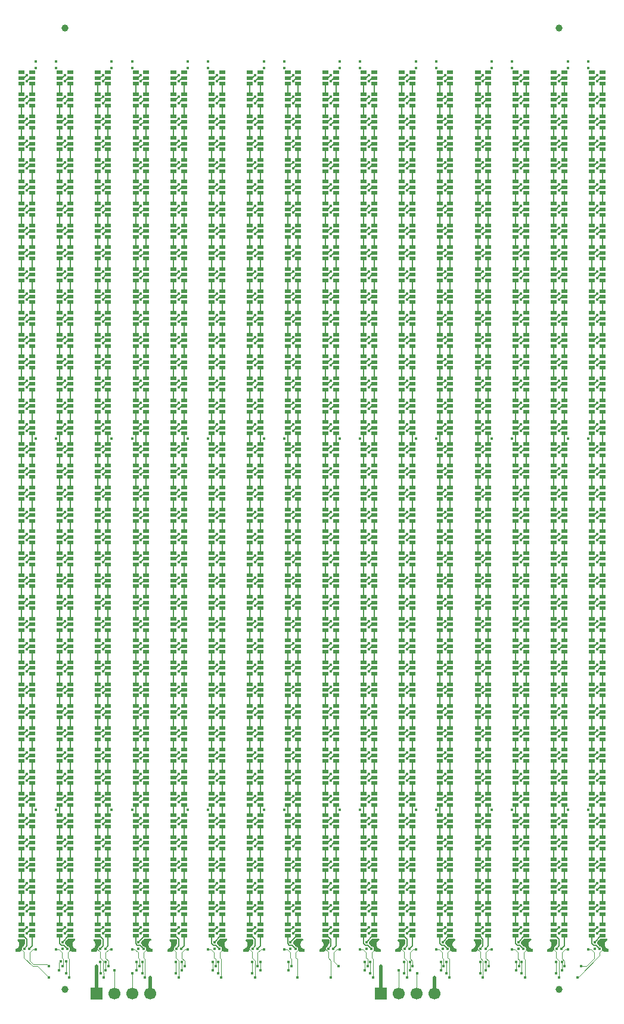
<source format=gbr>
%TF.GenerationSoftware,KiCad,Pcbnew,9.0.3*%
%TF.CreationDate,2025-08-19T12:25:47-04:00*%
%TF.ProjectId,flowstick_led_strip_panel,666c6f77-7374-4696-936b-5f6c65645f73,rev?*%
%TF.SameCoordinates,Original*%
%TF.FileFunction,Copper,L1,Top*%
%TF.FilePolarity,Positive*%
%FSLAX46Y46*%
G04 Gerber Fmt 4.6, Leading zero omitted, Abs format (unit mm)*
G04 Created by KiCad (PCBNEW 9.0.3) date 2025-08-19 12:25:47*
%MOMM*%
%LPD*%
G01*
G04 APERTURE LIST*
%TA.AperFunction,SMDPad,CuDef*%
%ADD10R,0.900000X0.500000*%
%TD*%
%TA.AperFunction,SMDPad,CuDef*%
%ADD11C,1.000000*%
%TD*%
%TA.AperFunction,ComponentPad*%
%ADD12R,1.700000X1.700000*%
%TD*%
%TA.AperFunction,ComponentPad*%
%ADD13C,1.700000*%
%TD*%
%TA.AperFunction,ViaPad*%
%ADD14C,0.420000*%
%TD*%
%TA.AperFunction,Conductor*%
%ADD15C,0.110000*%
%TD*%
%TA.AperFunction,Conductor*%
%ADD16C,0.160000*%
%TD*%
%TA.AperFunction,Conductor*%
%ADD17C,0.500000*%
%TD*%
G04 APERTURE END LIST*
D10*
%TO.P,D35,6,GND*%
%TO.N,/strip_l/GND*%
X116750000Y-45600000D03*
%TO.P,D35,5,CKI*%
%TO.N,Net-(D34-CKO)*%
X118250000Y-46400000D03*
%TO.P,D35,4,SDI*%
%TO.N,Net-(D34-SDO)*%
X116750000Y-46400000D03*
%TO.P,D35,3,SDO*%
%TO.N,Net-(D35-SDO)*%
X116750000Y-44800000D03*
%TO.P,D35,2,CKO*%
%TO.N,Net-(D35-CKO)*%
X118250000Y-44800000D03*
%TO.P,D35,1,VDD*%
%TO.N,/strip_l/+5V*%
X118250000Y-45600000D03*
%TD*%
%TO.P,D57,6,GND*%
%TO.N,/strip_l/GND*%
X122150000Y-101400000D03*
%TO.P,D57,5,CKI*%
%TO.N,Net-(D56-CKO)*%
X123650000Y-102200000D03*
%TO.P,D57,4,SDI*%
%TO.N,Net-(D56-SDO)*%
X122150000Y-102200000D03*
%TO.P,D57,3,SDO*%
%TO.N,Net-(D57-SDO)*%
X122150000Y-100600000D03*
%TO.P,D57,2,CKO*%
%TO.N,Net-(D57-CKO)*%
X123650000Y-100600000D03*
%TO.P,D57,1,VDD*%
%TO.N,/strip_l/+5V*%
X123650000Y-101400000D03*
%TD*%
%TO.P,D17,6,GND*%
%TO.N,/strip_l/GND*%
X116750000Y-101400000D03*
%TO.P,D17,5,CKI*%
%TO.N,Net-(D16-CKO)*%
X118250000Y-102200000D03*
%TO.P,D17,4,SDI*%
%TO.N,Net-(D16-SDO)*%
X116750000Y-102200000D03*
%TO.P,D17,3,SDO*%
%TO.N,Net-(D17-SDO)*%
X116750000Y-100600000D03*
%TO.P,D17,2,CKO*%
%TO.N,Net-(D17-CKO)*%
X118250000Y-100600000D03*
%TO.P,D17,1,VDD*%
%TO.N,/strip_l/+5V*%
X118250000Y-101400000D03*
%TD*%
%TO.P,D75,6,GND*%
%TO.N,/strip_l/GND*%
X122150000Y-45600000D03*
%TO.P,D75,5,CKI*%
%TO.N,Net-(D74-CKO)*%
X123650000Y-46400000D03*
%TO.P,D75,4,SDI*%
%TO.N,Net-(D74-SDO)*%
X122150000Y-46400000D03*
%TO.P,D75,3,SDO*%
%TO.N,Net-(D75-SDO)*%
X122150000Y-44800000D03*
%TO.P,D75,2,CKO*%
%TO.N,Net-(D75-CKO)*%
X123650000Y-44800000D03*
%TO.P,D75,1,VDD*%
%TO.N,/strip_l/+5V*%
X123650000Y-45600000D03*
%TD*%
%TO.P,D76,6,GND*%
%TO.N,/strip_l/GND*%
X122150000Y-42500000D03*
%TO.P,D76,5,CKI*%
%TO.N,Net-(D75-CKO)*%
X123650000Y-43300000D03*
%TO.P,D76,4,SDI*%
%TO.N,Net-(D75-SDO)*%
X122150000Y-43300000D03*
%TO.P,D76,3,SDO*%
%TO.N,Net-(D76-SDO)*%
X122150000Y-41700000D03*
%TO.P,D76,2,CKO*%
%TO.N,Net-(D76-CKO)*%
X123650000Y-41700000D03*
%TO.P,D76,1,VDD*%
%TO.N,/strip_l/+5V*%
X123650000Y-42500000D03*
%TD*%
%TO.P,D47,6,GND*%
%TO.N,/strip_l/GND*%
X122150000Y-132400000D03*
%TO.P,D47,5,CKI*%
%TO.N,Net-(D46-CKO)*%
X123650000Y-133200000D03*
%TO.P,D47,4,SDI*%
%TO.N,Net-(D46-SDO)*%
X122150000Y-133200000D03*
%TO.P,D47,3,SDO*%
%TO.N,Net-(D47-SDO)*%
X122150000Y-131600000D03*
%TO.P,D47,2,CKO*%
%TO.N,Net-(D47-CKO)*%
X123650000Y-131600000D03*
%TO.P,D47,1,VDD*%
%TO.N,/strip_l/+5V*%
X123650000Y-132400000D03*
%TD*%
%TO.P,D68,6,GND*%
%TO.N,/strip_l/GND*%
X122150000Y-67300000D03*
%TO.P,D68,5,CKI*%
%TO.N,Net-(D67-CKO)*%
X123650000Y-68100000D03*
%TO.P,D68,4,SDI*%
%TO.N,Net-(D67-SDO)*%
X122150000Y-68100000D03*
%TO.P,D68,3,SDO*%
%TO.N,Net-(D68-SDO)*%
X122150000Y-66500000D03*
%TO.P,D68,2,CKO*%
%TO.N,Net-(D68-CKO)*%
X123650000Y-66500000D03*
%TO.P,D68,1,VDD*%
%TO.N,/strip_l/+5V*%
X123650000Y-67300000D03*
%TD*%
%TO.P,D34,6,GND*%
%TO.N,/strip_l/GND*%
X116750000Y-48700000D03*
%TO.P,D34,5,CKI*%
%TO.N,Net-(D33-CKO)*%
X118250000Y-49500000D03*
%TO.P,D34,4,SDI*%
%TO.N,Net-(D33-SDO)*%
X116750000Y-49500000D03*
%TO.P,D34,3,SDO*%
%TO.N,Net-(D34-SDO)*%
X116750000Y-47900000D03*
%TO.P,D34,2,CKO*%
%TO.N,Net-(D34-CKO)*%
X118250000Y-47900000D03*
%TO.P,D34,1,VDD*%
%TO.N,/strip_l/+5V*%
X118250000Y-48700000D03*
%TD*%
%TO.P,D4,6,GND*%
%TO.N,/strip_l/GND*%
X116750000Y-141700000D03*
%TO.P,D4,5,CKI*%
%TO.N,Net-(D3-CKO)*%
X118250000Y-142500000D03*
%TO.P,D4,4,SDI*%
%TO.N,Net-(D3-SDO)*%
X116750000Y-142500000D03*
%TO.P,D4,3,SDO*%
%TO.N,Net-(D4-SDO)*%
X116750000Y-140900000D03*
%TO.P,D4,2,CKO*%
%TO.N,Net-(D4-CKO)*%
X118250000Y-140900000D03*
%TO.P,D4,1,VDD*%
%TO.N,/strip_l/+5V*%
X118250000Y-141700000D03*
%TD*%
%TO.P,D79,6,GND*%
%TO.N,/strip_l/GND*%
X122150000Y-33200000D03*
%TO.P,D79,5,CKI*%
%TO.N,Net-(D78-CKO)*%
X123650000Y-34000000D03*
%TO.P,D79,4,SDI*%
%TO.N,Net-(D78-SDO)*%
X122150000Y-34000000D03*
%TO.P,D79,3,SDO*%
%TO.N,Net-(D79-SDO)*%
X122150000Y-32400000D03*
%TO.P,D79,2,CKO*%
%TO.N,Net-(D79-CKO)*%
X123650000Y-32400000D03*
%TO.P,D79,1,VDD*%
%TO.N,/strip_l/+5V*%
X123650000Y-33200000D03*
%TD*%
%TO.P,D7,6,GND*%
%TO.N,/strip_l/GND*%
X116750000Y-132400000D03*
%TO.P,D7,5,CKI*%
%TO.N,Net-(D6-CKO)*%
X118250000Y-133200000D03*
%TO.P,D7,4,SDI*%
%TO.N,Net-(D6-SDO)*%
X116750000Y-133200000D03*
%TO.P,D7,3,SDO*%
%TO.N,Net-(D7-SDO)*%
X116750000Y-131600000D03*
%TO.P,D7,2,CKO*%
%TO.N,Net-(D7-CKO)*%
X118250000Y-131600000D03*
%TO.P,D7,1,VDD*%
%TO.N,/strip_l/+5V*%
X118250000Y-132400000D03*
%TD*%
%TO.P,D54,6,GND*%
%TO.N,/strip_l/GND*%
X122150000Y-110700000D03*
%TO.P,D54,5,CKI*%
%TO.N,Net-(D53-CKO)*%
X123650000Y-111500000D03*
%TO.P,D54,4,SDI*%
%TO.N,Net-(D53-SDO)*%
X122150000Y-111500000D03*
%TO.P,D54,3,SDO*%
%TO.N,Net-(D54-SDO)*%
X122150000Y-109900000D03*
%TO.P,D54,2,CKO*%
%TO.N,Net-(D54-CKO)*%
X123650000Y-109900000D03*
%TO.P,D54,1,VDD*%
%TO.N,/strip_l/+5V*%
X123650000Y-110700000D03*
%TD*%
%TO.P,D63,6,GND*%
%TO.N,/strip_l/GND*%
X122150000Y-82800000D03*
%TO.P,D63,5,CKI*%
%TO.N,Net-(D62-CKO)*%
X123650000Y-83600000D03*
%TO.P,D63,4,SDI*%
%TO.N,Net-(D62-SDO)*%
X122150000Y-83600000D03*
%TO.P,D63,3,SDO*%
%TO.N,Net-(D63-SDO)*%
X122150000Y-82000000D03*
%TO.P,D63,2,CKO*%
%TO.N,Net-(D63-CKO)*%
X123650000Y-82000000D03*
%TO.P,D63,1,VDD*%
%TO.N,/strip_l/+5V*%
X123650000Y-82800000D03*
%TD*%
%TO.P,D24,6,GND*%
%TO.N,/strip_l/GND*%
X116750000Y-79700000D03*
%TO.P,D24,5,CKI*%
%TO.N,Net-(D23-CKO)*%
X118250000Y-80500000D03*
%TO.P,D24,4,SDI*%
%TO.N,Net-(D23-SDO)*%
X116750000Y-80500000D03*
%TO.P,D24,3,SDO*%
%TO.N,Net-(D24-SDO)*%
X116750000Y-78900000D03*
%TO.P,D24,2,CKO*%
%TO.N,Net-(D24-CKO)*%
X118250000Y-78900000D03*
%TO.P,D24,1,VDD*%
%TO.N,/strip_l/+5V*%
X118250000Y-79700000D03*
%TD*%
%TO.P,D78,6,GND*%
%TO.N,/strip_l/GND*%
X122150000Y-36300000D03*
%TO.P,D78,5,CKI*%
%TO.N,Net-(D77-CKO)*%
X123650000Y-37100000D03*
%TO.P,D78,4,SDI*%
%TO.N,Net-(D77-SDO)*%
X122150000Y-37100000D03*
%TO.P,D78,3,SDO*%
%TO.N,Net-(D78-SDO)*%
X122150000Y-35500000D03*
%TO.P,D78,2,CKO*%
%TO.N,Net-(D78-CKO)*%
X123650000Y-35500000D03*
%TO.P,D78,1,VDD*%
%TO.N,/strip_l/+5V*%
X123650000Y-36300000D03*
%TD*%
%TO.P,D55,6,GND*%
%TO.N,/strip_l/GND*%
X122150000Y-107600000D03*
%TO.P,D55,5,CKI*%
%TO.N,Net-(D54-CKO)*%
X123650000Y-108400000D03*
%TO.P,D55,4,SDI*%
%TO.N,Net-(D54-SDO)*%
X122150000Y-108400000D03*
%TO.P,D55,3,SDO*%
%TO.N,Net-(D55-SDO)*%
X122150000Y-106800000D03*
%TO.P,D55,2,CKO*%
%TO.N,Net-(D55-CKO)*%
X123650000Y-106800000D03*
%TO.P,D55,1,VDD*%
%TO.N,/strip_l/+5V*%
X123650000Y-107600000D03*
%TD*%
%TO.P,D50,6,GND*%
%TO.N,/strip_l/GND*%
X122150000Y-123100000D03*
%TO.P,D50,5,CKI*%
%TO.N,Net-(D49-CKO)*%
X123650000Y-123900000D03*
%TO.P,D50,4,SDI*%
%TO.N,Net-(D49-SDO)*%
X122150000Y-123900000D03*
%TO.P,D50,3,SDO*%
%TO.N,Net-(D50-SDO)*%
X122150000Y-122300000D03*
%TO.P,D50,2,CKO*%
%TO.N,Net-(D50-CKO)*%
X123650000Y-122300000D03*
%TO.P,D50,1,VDD*%
%TO.N,/strip_l/+5V*%
X123650000Y-123100000D03*
%TD*%
%TO.P,D15,6,GND*%
%TO.N,/strip_l/GND*%
X116750000Y-107600000D03*
%TO.P,D15,5,CKI*%
%TO.N,Net-(D14-CKO)*%
X118250000Y-108400000D03*
%TO.P,D15,4,SDI*%
%TO.N,Net-(D14-SDO)*%
X116750000Y-108400000D03*
%TO.P,D15,3,SDO*%
%TO.N,Net-(D15-SDO)*%
X116750000Y-106800000D03*
%TO.P,D15,2,CKO*%
%TO.N,Net-(D15-CKO)*%
X118250000Y-106800000D03*
%TO.P,D15,1,VDD*%
%TO.N,/strip_l/+5V*%
X118250000Y-107600000D03*
%TD*%
%TO.P,D43,6,GND*%
%TO.N,/strip_l/GND*%
X122150000Y-144800000D03*
%TO.P,D43,5,CKI*%
%TO.N,Net-(D42-CKO)*%
X123650000Y-145600000D03*
%TO.P,D43,4,SDI*%
%TO.N,Net-(D42-SDO)*%
X122150000Y-145600000D03*
%TO.P,D43,3,SDO*%
%TO.N,Net-(D43-SDO)*%
X122150000Y-144000000D03*
%TO.P,D43,2,CKO*%
%TO.N,Net-(D43-CKO)*%
X123650000Y-144000000D03*
%TO.P,D43,1,VDD*%
%TO.N,/strip_l/+5V*%
X123650000Y-144800000D03*
%TD*%
%TO.P,D67,6,GND*%
%TO.N,/strip_l/GND*%
X122150000Y-70400000D03*
%TO.P,D67,5,CKI*%
%TO.N,Net-(D66-CKO)*%
X123650000Y-71200000D03*
%TO.P,D67,4,SDI*%
%TO.N,Net-(D66-SDO)*%
X122150000Y-71200000D03*
%TO.P,D67,3,SDO*%
%TO.N,Net-(D67-SDO)*%
X122150000Y-69600000D03*
%TO.P,D67,2,CKO*%
%TO.N,Net-(D67-CKO)*%
X123650000Y-69600000D03*
%TO.P,D67,1,VDD*%
%TO.N,/strip_l/+5V*%
X123650000Y-70400000D03*
%TD*%
%TO.P,D48,6,GND*%
%TO.N,/strip_l/GND*%
X122150000Y-129300000D03*
%TO.P,D48,5,CKI*%
%TO.N,Net-(D47-CKO)*%
X123650000Y-130100000D03*
%TO.P,D48,4,SDI*%
%TO.N,Net-(D47-SDO)*%
X122150000Y-130100000D03*
%TO.P,D48,3,SDO*%
%TO.N,Net-(D48-SDO)*%
X122150000Y-128500000D03*
%TO.P,D48,2,CKO*%
%TO.N,Net-(D48-CKO)*%
X123650000Y-128500000D03*
%TO.P,D48,1,VDD*%
%TO.N,/strip_l/+5V*%
X123650000Y-129300000D03*
%TD*%
%TO.P,D11,6,GND*%
%TO.N,/strip_l/GND*%
X116750000Y-120000000D03*
%TO.P,D11,5,CKI*%
%TO.N,Net-(D10-CKO)*%
X118250000Y-120800000D03*
%TO.P,D11,4,SDI*%
%TO.N,Net-(D10-SDO)*%
X116750000Y-120800000D03*
%TO.P,D11,3,SDO*%
%TO.N,Net-(D11-SDO)*%
X116750000Y-119200000D03*
%TO.P,D11,2,CKO*%
%TO.N,Net-(D11-CKO)*%
X118250000Y-119200000D03*
%TO.P,D11,1,VDD*%
%TO.N,/strip_l/+5V*%
X118250000Y-120000000D03*
%TD*%
%TO.P,D58,6,GND*%
%TO.N,/strip_l/GND*%
X122150000Y-98300000D03*
%TO.P,D58,5,CKI*%
%TO.N,Net-(D57-CKO)*%
X123650000Y-99100000D03*
%TO.P,D58,4,SDI*%
%TO.N,Net-(D57-SDO)*%
X122150000Y-99100000D03*
%TO.P,D58,3,SDO*%
%TO.N,Net-(D58-SDO)*%
X122150000Y-97500000D03*
%TO.P,D58,2,CKO*%
%TO.N,Net-(D58-CKO)*%
X123650000Y-97500000D03*
%TO.P,D58,1,VDD*%
%TO.N,/strip_l/+5V*%
X123650000Y-98300000D03*
%TD*%
%TO.P,D41,6,GND*%
%TO.N,/strip_l/GND*%
X122150000Y-151000000D03*
%TO.P,D41,5,CKI*%
%TO.N,/strip_l/CKI*%
X123650000Y-151800000D03*
%TO.P,D41,4,SDI*%
%TO.N,/strip_l/SDI*%
X122150000Y-151800000D03*
%TO.P,D41,3,SDO*%
%TO.N,Net-(D41-SDO)*%
X122150000Y-150200000D03*
%TO.P,D41,2,CKO*%
%TO.N,Net-(D41-CKO)*%
X123650000Y-150200000D03*
%TO.P,D41,1,VDD*%
%TO.N,/strip_l/+5V*%
X123650000Y-151000000D03*
%TD*%
%TO.P,D25,6,GND*%
%TO.N,/strip_l/GND*%
X116750000Y-76600000D03*
%TO.P,D25,5,CKI*%
%TO.N,Net-(D24-CKO)*%
X118250000Y-77400000D03*
%TO.P,D25,4,SDI*%
%TO.N,Net-(D24-SDO)*%
X116750000Y-77400000D03*
%TO.P,D25,3,SDO*%
%TO.N,Net-(D25-SDO)*%
X116750000Y-75800000D03*
%TO.P,D25,2,CKO*%
%TO.N,Net-(D25-CKO)*%
X118250000Y-75800000D03*
%TO.P,D25,1,VDD*%
%TO.N,/strip_l/+5V*%
X118250000Y-76600000D03*
%TD*%
%TO.P,D46,6,GND*%
%TO.N,/strip_l/GND*%
X122150000Y-135500000D03*
%TO.P,D46,5,CKI*%
%TO.N,Net-(D45-CKO)*%
X123650000Y-136300000D03*
%TO.P,D46,4,SDI*%
%TO.N,Net-(D45-SDO)*%
X122150000Y-136300000D03*
%TO.P,D46,3,SDO*%
%TO.N,Net-(D46-SDO)*%
X122150000Y-134700000D03*
%TO.P,D46,2,CKO*%
%TO.N,Net-(D46-CKO)*%
X123650000Y-134700000D03*
%TO.P,D46,1,VDD*%
%TO.N,/strip_l/+5V*%
X123650000Y-135500000D03*
%TD*%
%TO.P,D28,6,GND*%
%TO.N,/strip_l/GND*%
X116750000Y-67300000D03*
%TO.P,D28,5,CKI*%
%TO.N,Net-(D27-CKO)*%
X118250000Y-68100000D03*
%TO.P,D28,4,SDI*%
%TO.N,Net-(D27-SDO)*%
X116750000Y-68100000D03*
%TO.P,D28,3,SDO*%
%TO.N,Net-(D28-SDO)*%
X116750000Y-66500000D03*
%TO.P,D28,2,CKO*%
%TO.N,Net-(D28-CKO)*%
X118250000Y-66500000D03*
%TO.P,D28,1,VDD*%
%TO.N,/strip_l/+5V*%
X118250000Y-67300000D03*
%TD*%
%TO.P,D31,6,GND*%
%TO.N,/strip_l/GND*%
X116750000Y-58000000D03*
%TO.P,D31,5,CKI*%
%TO.N,Net-(D30-CKO)*%
X118250000Y-58800000D03*
%TO.P,D31,4,SDI*%
%TO.N,Net-(D30-SDO)*%
X116750000Y-58800000D03*
%TO.P,D31,3,SDO*%
%TO.N,Net-(D31-SDO)*%
X116750000Y-57200000D03*
%TO.P,D31,2,CKO*%
%TO.N,Net-(D31-CKO)*%
X118250000Y-57200000D03*
%TO.P,D31,1,VDD*%
%TO.N,/strip_l/+5V*%
X118250000Y-58000000D03*
%TD*%
%TO.P,D29,6,GND*%
%TO.N,/strip_l/GND*%
X116750000Y-64200000D03*
%TO.P,D29,5,CKI*%
%TO.N,Net-(D28-CKO)*%
X118250000Y-65000000D03*
%TO.P,D29,4,SDI*%
%TO.N,Net-(D28-SDO)*%
X116750000Y-65000000D03*
%TO.P,D29,3,SDO*%
%TO.N,Net-(D29-SDO)*%
X116750000Y-63400000D03*
%TO.P,D29,2,CKO*%
%TO.N,Net-(D29-CKO)*%
X118250000Y-63400000D03*
%TO.P,D29,1,VDD*%
%TO.N,/strip_l/+5V*%
X118250000Y-64200000D03*
%TD*%
%TO.P,D27,6,GND*%
%TO.N,/strip_l/GND*%
X116750000Y-70400000D03*
%TO.P,D27,5,CKI*%
%TO.N,Net-(D26-CKO)*%
X118250000Y-71200000D03*
%TO.P,D27,4,SDI*%
%TO.N,Net-(D26-SDO)*%
X116750000Y-71200000D03*
%TO.P,D27,3,SDO*%
%TO.N,Net-(D27-SDO)*%
X116750000Y-69600000D03*
%TO.P,D27,2,CKO*%
%TO.N,Net-(D27-CKO)*%
X118250000Y-69600000D03*
%TO.P,D27,1,VDD*%
%TO.N,/strip_l/+5V*%
X118250000Y-70400000D03*
%TD*%
%TO.P,D40,6,GND*%
%TO.N,/strip_l/GND*%
X116750000Y-30100000D03*
%TO.P,D40,5,CKI*%
%TO.N,Net-(D39-CKO)*%
X118250000Y-30900000D03*
%TO.P,D40,4,SDI*%
%TO.N,Net-(D39-SDO)*%
X116750000Y-30900000D03*
%TO.P,D40,3,SDO*%
%TO.N,unconnected-(D40-SDO-Pad3)*%
X116750000Y-29300000D03*
%TO.P,D40,2,CKO*%
%TO.N,unconnected-(D40-CKO-Pad2)*%
X118250000Y-29300000D03*
%TO.P,D40,1,VDD*%
%TO.N,/strip_l/+5V*%
X118250000Y-30100000D03*
%TD*%
%TO.P,D38,6,GND*%
%TO.N,/strip_l/GND*%
X116750000Y-36300000D03*
%TO.P,D38,5,CKI*%
%TO.N,Net-(D37-CKO)*%
X118250000Y-37100000D03*
%TO.P,D38,4,SDI*%
%TO.N,Net-(D37-SDO)*%
X116750000Y-37100000D03*
%TO.P,D38,3,SDO*%
%TO.N,Net-(D38-SDO)*%
X116750000Y-35500000D03*
%TO.P,D38,2,CKO*%
%TO.N,Net-(D38-CKO)*%
X118250000Y-35500000D03*
%TO.P,D38,1,VDD*%
%TO.N,/strip_l/+5V*%
X118250000Y-36300000D03*
%TD*%
%TO.P,D33,6,GND*%
%TO.N,/strip_l/GND*%
X116750000Y-51800000D03*
%TO.P,D33,5,CKI*%
%TO.N,Net-(D32-CKO)*%
X118250000Y-52600000D03*
%TO.P,D33,4,SDI*%
%TO.N,Net-(D32-SDO)*%
X116750000Y-52600000D03*
%TO.P,D33,3,SDO*%
%TO.N,Net-(D33-SDO)*%
X116750000Y-51000000D03*
%TO.P,D33,2,CKO*%
%TO.N,Net-(D33-CKO)*%
X118250000Y-51000000D03*
%TO.P,D33,1,VDD*%
%TO.N,/strip_l/+5V*%
X118250000Y-51800000D03*
%TD*%
%TO.P,D80,6,GND*%
%TO.N,/strip_l/GND*%
X122150000Y-30100000D03*
%TO.P,D80,5,CKI*%
%TO.N,Net-(D79-CKO)*%
X123650000Y-30900000D03*
%TO.P,D80,4,SDI*%
%TO.N,Net-(D79-SDO)*%
X122150000Y-30900000D03*
%TO.P,D80,3,SDO*%
%TO.N,unconnected-(D80-SDO-Pad3)*%
X122150000Y-29300000D03*
%TO.P,D80,2,CKO*%
%TO.N,unconnected-(D80-CKO-Pad2)*%
X123650000Y-29300000D03*
%TO.P,D80,1,VDD*%
%TO.N,/strip_l/+5V*%
X123650000Y-30100000D03*
%TD*%
%TO.P,D39,6,GND*%
%TO.N,/strip_l/GND*%
X116750000Y-33200000D03*
%TO.P,D39,5,CKI*%
%TO.N,Net-(D38-CKO)*%
X118250000Y-34000000D03*
%TO.P,D39,4,SDI*%
%TO.N,Net-(D38-SDO)*%
X116750000Y-34000000D03*
%TO.P,D39,3,SDO*%
%TO.N,Net-(D39-SDO)*%
X116750000Y-32400000D03*
%TO.P,D39,2,CKO*%
%TO.N,Net-(D39-CKO)*%
X118250000Y-32400000D03*
%TO.P,D39,1,VDD*%
%TO.N,/strip_l/+5V*%
X118250000Y-33200000D03*
%TD*%
%TO.P,D62,6,GND*%
%TO.N,/strip_l/GND*%
X122150000Y-85900000D03*
%TO.P,D62,5,CKI*%
%TO.N,Net-(D61-CKO)*%
X123650000Y-86700000D03*
%TO.P,D62,4,SDI*%
%TO.N,Net-(D61-SDO)*%
X122150000Y-86700000D03*
%TO.P,D62,3,SDO*%
%TO.N,Net-(D62-SDO)*%
X122150000Y-85100000D03*
%TO.P,D62,2,CKO*%
%TO.N,Net-(D62-CKO)*%
X123650000Y-85100000D03*
%TO.P,D62,1,VDD*%
%TO.N,/strip_l/+5V*%
X123650000Y-85900000D03*
%TD*%
%TO.P,D64,6,GND*%
%TO.N,/strip_l/GND*%
X122150000Y-79700000D03*
%TO.P,D64,5,CKI*%
%TO.N,Net-(D63-CKO)*%
X123650000Y-80500000D03*
%TO.P,D64,4,SDI*%
%TO.N,Net-(D63-SDO)*%
X122150000Y-80500000D03*
%TO.P,D64,3,SDO*%
%TO.N,Net-(D64-SDO)*%
X122150000Y-78900000D03*
%TO.P,D64,2,CKO*%
%TO.N,Net-(D64-CKO)*%
X123650000Y-78900000D03*
%TO.P,D64,1,VDD*%
%TO.N,/strip_l/+5V*%
X123650000Y-79700000D03*
%TD*%
%TO.P,D30,6,GND*%
%TO.N,/strip_l/GND*%
X116750000Y-61100000D03*
%TO.P,D30,5,CKI*%
%TO.N,Net-(D29-CKO)*%
X118250000Y-61900000D03*
%TO.P,D30,4,SDI*%
%TO.N,Net-(D29-SDO)*%
X116750000Y-61900000D03*
%TO.P,D30,3,SDO*%
%TO.N,Net-(D30-SDO)*%
X116750000Y-60300000D03*
%TO.P,D30,2,CKO*%
%TO.N,Net-(D30-CKO)*%
X118250000Y-60300000D03*
%TO.P,D30,1,VDD*%
%TO.N,/strip_l/+5V*%
X118250000Y-61100000D03*
%TD*%
%TO.P,D13,6,GND*%
%TO.N,/strip_l/GND*%
X116750000Y-113800000D03*
%TO.P,D13,5,CKI*%
%TO.N,Net-(D12-CKO)*%
X118250000Y-114600000D03*
%TO.P,D13,4,SDI*%
%TO.N,Net-(D12-SDO)*%
X116750000Y-114600000D03*
%TO.P,D13,3,SDO*%
%TO.N,Net-(D13-SDO)*%
X116750000Y-113000000D03*
%TO.P,D13,2,CKO*%
%TO.N,Net-(D13-CKO)*%
X118250000Y-113000000D03*
%TO.P,D13,1,VDD*%
%TO.N,/strip_l/+5V*%
X118250000Y-113800000D03*
%TD*%
%TO.P,D16,6,GND*%
%TO.N,/strip_l/GND*%
X116750000Y-104500000D03*
%TO.P,D16,5,CKI*%
%TO.N,Net-(D15-CKO)*%
X118250000Y-105300000D03*
%TO.P,D16,4,SDI*%
%TO.N,Net-(D15-SDO)*%
X116750000Y-105300000D03*
%TO.P,D16,3,SDO*%
%TO.N,Net-(D16-SDO)*%
X116750000Y-103700000D03*
%TO.P,D16,2,CKO*%
%TO.N,Net-(D16-CKO)*%
X118250000Y-103700000D03*
%TO.P,D16,1,VDD*%
%TO.N,/strip_l/+5V*%
X118250000Y-104500000D03*
%TD*%
%TO.P,D21,6,GND*%
%TO.N,/strip_l/GND*%
X116750000Y-89000000D03*
%TO.P,D21,5,CKI*%
%TO.N,Net-(D20-CKO)*%
X118250000Y-89800000D03*
%TO.P,D21,4,SDI*%
%TO.N,Net-(D20-SDO)*%
X116750000Y-89800000D03*
%TO.P,D21,3,SDO*%
%TO.N,Net-(D21-SDO)*%
X116750000Y-88200000D03*
%TO.P,D21,2,CKO*%
%TO.N,Net-(D21-CKO)*%
X118250000Y-88200000D03*
%TO.P,D21,1,VDD*%
%TO.N,/strip_l/+5V*%
X118250000Y-89000000D03*
%TD*%
%TO.P,D66,6,GND*%
%TO.N,/strip_l/GND*%
X122150000Y-73500000D03*
%TO.P,D66,5,CKI*%
%TO.N,Net-(D65-CKO)*%
X123650000Y-74300000D03*
%TO.P,D66,4,SDI*%
%TO.N,Net-(D65-SDO)*%
X122150000Y-74300000D03*
%TO.P,D66,3,SDO*%
%TO.N,Net-(D66-SDO)*%
X122150000Y-72700000D03*
%TO.P,D66,2,CKO*%
%TO.N,Net-(D66-CKO)*%
X123650000Y-72700000D03*
%TO.P,D66,1,VDD*%
%TO.N,/strip_l/+5V*%
X123650000Y-73500000D03*
%TD*%
%TO.P,D61,6,GND*%
%TO.N,/strip_l/GND*%
X122150000Y-89000000D03*
%TO.P,D61,5,CKI*%
%TO.N,Net-(D60-CKO)*%
X123650000Y-89800000D03*
%TO.P,D61,4,SDI*%
%TO.N,Net-(D60-SDO)*%
X122150000Y-89800000D03*
%TO.P,D61,3,SDO*%
%TO.N,Net-(D61-SDO)*%
X122150000Y-88200000D03*
%TO.P,D61,2,CKO*%
%TO.N,Net-(D61-CKO)*%
X123650000Y-88200000D03*
%TO.P,D61,1,VDD*%
%TO.N,/strip_l/+5V*%
X123650000Y-89000000D03*
%TD*%
%TO.P,D12,6,GND*%
%TO.N,/strip_l/GND*%
X116750000Y-116900000D03*
%TO.P,D12,5,CKI*%
%TO.N,Net-(D11-CKO)*%
X118250000Y-117700000D03*
%TO.P,D12,4,SDI*%
%TO.N,Net-(D11-SDO)*%
X116750000Y-117700000D03*
%TO.P,D12,3,SDO*%
%TO.N,Net-(D12-SDO)*%
X116750000Y-116100000D03*
%TO.P,D12,2,CKO*%
%TO.N,Net-(D12-CKO)*%
X118250000Y-116100000D03*
%TO.P,D12,1,VDD*%
%TO.N,/strip_l/+5V*%
X118250000Y-116900000D03*
%TD*%
%TO.P,D10,6,GND*%
%TO.N,/strip_l/GND*%
X116750000Y-123100000D03*
%TO.P,D10,5,CKI*%
%TO.N,Net-(D10-CKI)*%
X118250000Y-123900000D03*
%TO.P,D10,4,SDI*%
%TO.N,Net-(D10-SDI)*%
X116750000Y-123900000D03*
%TO.P,D10,3,SDO*%
%TO.N,Net-(D10-SDO)*%
X116750000Y-122300000D03*
%TO.P,D10,2,CKO*%
%TO.N,Net-(D10-CKO)*%
X118250000Y-122300000D03*
%TO.P,D10,1,VDD*%
%TO.N,/strip_l/+5V*%
X118250000Y-123100000D03*
%TD*%
%TO.P,D56,6,GND*%
%TO.N,/strip_l/GND*%
X122150000Y-104500000D03*
%TO.P,D56,5,CKI*%
%TO.N,Net-(D55-CKO)*%
X123650000Y-105300000D03*
%TO.P,D56,4,SDI*%
%TO.N,Net-(D55-SDO)*%
X122150000Y-105300000D03*
%TO.P,D56,3,SDO*%
%TO.N,Net-(D56-SDO)*%
X122150000Y-103700000D03*
%TO.P,D56,2,CKO*%
%TO.N,Net-(D56-CKO)*%
X123650000Y-103700000D03*
%TO.P,D56,1,VDD*%
%TO.N,/strip_l/+5V*%
X123650000Y-104500000D03*
%TD*%
%TO.P,D32,6,GND*%
%TO.N,/strip_l/GND*%
X116750000Y-54900000D03*
%TO.P,D32,5,CKI*%
%TO.N,Net-(D31-CKO)*%
X118250000Y-55700000D03*
%TO.P,D32,4,SDI*%
%TO.N,Net-(D31-SDO)*%
X116750000Y-55700000D03*
%TO.P,D32,3,SDO*%
%TO.N,Net-(D32-SDO)*%
X116750000Y-54100000D03*
%TO.P,D32,2,CKO*%
%TO.N,Net-(D32-CKO)*%
X118250000Y-54100000D03*
%TO.P,D32,1,VDD*%
%TO.N,/strip_l/+5V*%
X118250000Y-54900000D03*
%TD*%
%TO.P,D18,6,GND*%
%TO.N,/strip_l/GND*%
X116750000Y-98300000D03*
%TO.P,D18,5,CKI*%
%TO.N,Net-(D17-CKO)*%
X118250000Y-99100000D03*
%TO.P,D18,4,SDI*%
%TO.N,Net-(D17-SDO)*%
X116750000Y-99100000D03*
%TO.P,D18,3,SDO*%
%TO.N,Net-(D18-SDO)*%
X116750000Y-97500000D03*
%TO.P,D18,2,CKO*%
%TO.N,Net-(D18-CKO)*%
X118250000Y-97500000D03*
%TO.P,D18,1,VDD*%
%TO.N,/strip_l/+5V*%
X118250000Y-98300000D03*
%TD*%
%TO.P,D51,6,GND*%
%TO.N,/strip_l/GND*%
X122150000Y-120000000D03*
%TO.P,D51,5,CKI*%
%TO.N,Net-(D50-CKO)*%
X123650000Y-120800000D03*
%TO.P,D51,4,SDI*%
%TO.N,Net-(D50-SDO)*%
X122150000Y-120800000D03*
%TO.P,D51,3,SDO*%
%TO.N,Net-(D51-SDO)*%
X122150000Y-119200000D03*
%TO.P,D51,2,CKO*%
%TO.N,Net-(D51-CKO)*%
X123650000Y-119200000D03*
%TO.P,D51,1,VDD*%
%TO.N,/strip_l/+5V*%
X123650000Y-120000000D03*
%TD*%
%TO.P,D72,6,GND*%
%TO.N,/strip_l/GND*%
X122150000Y-54900000D03*
%TO.P,D72,5,CKI*%
%TO.N,Net-(D71-CKO)*%
X123650000Y-55700000D03*
%TO.P,D72,4,SDI*%
%TO.N,Net-(D71-SDO)*%
X122150000Y-55700000D03*
%TO.P,D72,3,SDO*%
%TO.N,Net-(D72-SDO)*%
X122150000Y-54100000D03*
%TO.P,D72,2,CKO*%
%TO.N,Net-(D72-CKO)*%
X123650000Y-54100000D03*
%TO.P,D72,1,VDD*%
%TO.N,/strip_l/+5V*%
X123650000Y-54900000D03*
%TD*%
%TO.P,D14,6,GND*%
%TO.N,/strip_l/GND*%
X116750000Y-110700000D03*
%TO.P,D14,5,CKI*%
%TO.N,Net-(D13-CKO)*%
X118250000Y-111500000D03*
%TO.P,D14,4,SDI*%
%TO.N,Net-(D13-SDO)*%
X116750000Y-111500000D03*
%TO.P,D14,3,SDO*%
%TO.N,Net-(D14-SDO)*%
X116750000Y-109900000D03*
%TO.P,D14,2,CKO*%
%TO.N,Net-(D14-CKO)*%
X118250000Y-109900000D03*
%TO.P,D14,1,VDD*%
%TO.N,/strip_l/+5V*%
X118250000Y-110700000D03*
%TD*%
%TO.P,D6,6,GND*%
%TO.N,/strip_l/GND*%
X116750000Y-135500000D03*
%TO.P,D6,5,CKI*%
%TO.N,Net-(D5-CKO)*%
X118250000Y-136300000D03*
%TO.P,D6,4,SDI*%
%TO.N,Net-(D5-SDO)*%
X116750000Y-136300000D03*
%TO.P,D6,3,SDO*%
%TO.N,Net-(D6-SDO)*%
X116750000Y-134700000D03*
%TO.P,D6,2,CKO*%
%TO.N,Net-(D6-CKO)*%
X118250000Y-134700000D03*
%TO.P,D6,1,VDD*%
%TO.N,/strip_l/+5V*%
X118250000Y-135500000D03*
%TD*%
%TO.P,D3,6,GND*%
%TO.N,/strip_l/GND*%
X116750000Y-144800000D03*
%TO.P,D3,5,CKI*%
%TO.N,Net-(D2-CKO)*%
X118250000Y-145600000D03*
%TO.P,D3,4,SDI*%
%TO.N,Net-(D2-SDO)*%
X116750000Y-145600000D03*
%TO.P,D3,3,SDO*%
%TO.N,Net-(D3-SDO)*%
X116750000Y-144000000D03*
%TO.P,D3,2,CKO*%
%TO.N,Net-(D3-CKO)*%
X118250000Y-144000000D03*
%TO.P,D3,1,VDD*%
%TO.N,/strip_l/+5V*%
X118250000Y-144800000D03*
%TD*%
%TO.P,D69,6,GND*%
%TO.N,/strip_l/GND*%
X122150000Y-64200000D03*
%TO.P,D69,5,CKI*%
%TO.N,Net-(D68-CKO)*%
X123650000Y-65000000D03*
%TO.P,D69,4,SDI*%
%TO.N,Net-(D68-SDO)*%
X122150000Y-65000000D03*
%TO.P,D69,3,SDO*%
%TO.N,Net-(D69-SDO)*%
X122150000Y-63400000D03*
%TO.P,D69,2,CKO*%
%TO.N,Net-(D69-CKO)*%
X123650000Y-63400000D03*
%TO.P,D69,1,VDD*%
%TO.N,/strip_l/+5V*%
X123650000Y-64200000D03*
%TD*%
%TO.P,D45,6,GND*%
%TO.N,/strip_l/GND*%
X122150000Y-138600000D03*
%TO.P,D45,5,CKI*%
%TO.N,Net-(D44-CKO)*%
X123650000Y-139400000D03*
%TO.P,D45,4,SDI*%
%TO.N,Net-(D44-SDO)*%
X122150000Y-139400000D03*
%TO.P,D45,3,SDO*%
%TO.N,Net-(D45-SDO)*%
X122150000Y-137800000D03*
%TO.P,D45,2,CKO*%
%TO.N,Net-(D45-CKO)*%
X123650000Y-137800000D03*
%TO.P,D45,1,VDD*%
%TO.N,/strip_l/+5V*%
X123650000Y-138600000D03*
%TD*%
%TO.P,D49,6,GND*%
%TO.N,/strip_l/GND*%
X122150000Y-126200000D03*
%TO.P,D49,5,CKI*%
%TO.N,Net-(D48-CKO)*%
X123650000Y-127000000D03*
%TO.P,D49,4,SDI*%
%TO.N,Net-(D48-SDO)*%
X122150000Y-127000000D03*
%TO.P,D49,3,SDO*%
%TO.N,Net-(D49-SDO)*%
X122150000Y-125400000D03*
%TO.P,D49,2,CKO*%
%TO.N,Net-(D49-CKO)*%
X123650000Y-125400000D03*
%TO.P,D49,1,VDD*%
%TO.N,/strip_l/+5V*%
X123650000Y-126200000D03*
%TD*%
%TO.P,D36,6,GND*%
%TO.N,/strip_l/GND*%
X116750000Y-42500000D03*
%TO.P,D36,5,CKI*%
%TO.N,Net-(D35-CKO)*%
X118250000Y-43300000D03*
%TO.P,D36,4,SDI*%
%TO.N,Net-(D35-SDO)*%
X116750000Y-43300000D03*
%TO.P,D36,3,SDO*%
%TO.N,Net-(D36-SDO)*%
X116750000Y-41700000D03*
%TO.P,D36,2,CKO*%
%TO.N,Net-(D36-CKO)*%
X118250000Y-41700000D03*
%TO.P,D36,1,VDD*%
%TO.N,/strip_l/+5V*%
X118250000Y-42500000D03*
%TD*%
%TO.P,D37,6,GND*%
%TO.N,/strip_l/GND*%
X116750000Y-39400000D03*
%TO.P,D37,5,CKI*%
%TO.N,Net-(D36-CKO)*%
X118250000Y-40200000D03*
%TO.P,D37,4,SDI*%
%TO.N,Net-(D36-SDO)*%
X116750000Y-40200000D03*
%TO.P,D37,3,SDO*%
%TO.N,Net-(D37-SDO)*%
X116750000Y-38600000D03*
%TO.P,D37,2,CKO*%
%TO.N,Net-(D37-CKO)*%
X118250000Y-38600000D03*
%TO.P,D37,1,VDD*%
%TO.N,/strip_l/+5V*%
X118250000Y-39400000D03*
%TD*%
%TO.P,D53,6,GND*%
%TO.N,/strip_l/GND*%
X122150000Y-113800000D03*
%TO.P,D53,5,CKI*%
%TO.N,Net-(D52-CKO)*%
X123650000Y-114600000D03*
%TO.P,D53,4,SDI*%
%TO.N,Net-(D52-SDO)*%
X122150000Y-114600000D03*
%TO.P,D53,3,SDO*%
%TO.N,Net-(D53-SDO)*%
X122150000Y-113000000D03*
%TO.P,D53,2,CKO*%
%TO.N,Net-(D53-CKO)*%
X123650000Y-113000000D03*
%TO.P,D53,1,VDD*%
%TO.N,/strip_l/+5V*%
X123650000Y-113800000D03*
%TD*%
%TO.P,D70,6,GND*%
%TO.N,/strip_l/GND*%
X122150000Y-61100000D03*
%TO.P,D70,5,CKI*%
%TO.N,Net-(D69-CKO)*%
X123650000Y-61900000D03*
%TO.P,D70,4,SDI*%
%TO.N,Net-(D69-SDO)*%
X122150000Y-61900000D03*
%TO.P,D70,3,SDO*%
%TO.N,Net-(D70-SDO)*%
X122150000Y-60300000D03*
%TO.P,D70,2,CKO*%
%TO.N,Net-(D70-CKO)*%
X123650000Y-60300000D03*
%TO.P,D70,1,VDD*%
%TO.N,/strip_l/+5V*%
X123650000Y-61100000D03*
%TD*%
%TO.P,D71,6,GND*%
%TO.N,/strip_l/GND*%
X122150000Y-58000000D03*
%TO.P,D71,5,CKI*%
%TO.N,Net-(D70-CKO)*%
X123650000Y-58800000D03*
%TO.P,D71,4,SDI*%
%TO.N,Net-(D70-SDO)*%
X122150000Y-58800000D03*
%TO.P,D71,3,SDO*%
%TO.N,Net-(D71-SDO)*%
X122150000Y-57200000D03*
%TO.P,D71,2,CKO*%
%TO.N,Net-(D71-CKO)*%
X123650000Y-57200000D03*
%TO.P,D71,1,VDD*%
%TO.N,/strip_l/+5V*%
X123650000Y-58000000D03*
%TD*%
%TO.P,D19,6,GND*%
%TO.N,/strip_l/GND*%
X116750000Y-95200000D03*
%TO.P,D19,5,CKI*%
%TO.N,Net-(D18-CKO)*%
X118250000Y-96000000D03*
%TO.P,D19,4,SDI*%
%TO.N,Net-(D18-SDO)*%
X116750000Y-96000000D03*
%TO.P,D19,3,SDO*%
%TO.N,Net-(D19-SDO)*%
X116750000Y-94400000D03*
%TO.P,D19,2,CKO*%
%TO.N,Net-(D19-CKO)*%
X118250000Y-94400000D03*
%TO.P,D19,1,VDD*%
%TO.N,/strip_l/+5V*%
X118250000Y-95200000D03*
%TD*%
%TO.P,D42,6,GND*%
%TO.N,/strip_l/GND*%
X122150000Y-147900000D03*
%TO.P,D42,5,CKI*%
%TO.N,Net-(D41-CKO)*%
X123650000Y-148700000D03*
%TO.P,D42,4,SDI*%
%TO.N,Net-(D41-SDO)*%
X122150000Y-148700000D03*
%TO.P,D42,3,SDO*%
%TO.N,Net-(D42-SDO)*%
X122150000Y-147100000D03*
%TO.P,D42,2,CKO*%
%TO.N,Net-(D42-CKO)*%
X123650000Y-147100000D03*
%TO.P,D42,1,VDD*%
%TO.N,/strip_l/+5V*%
X123650000Y-147900000D03*
%TD*%
%TO.P,D9,6,GND*%
%TO.N,/strip_l/GND*%
X116750000Y-126200000D03*
%TO.P,D9,5,CKI*%
%TO.N,Net-(D8-CKO)*%
X118250000Y-127000000D03*
%TO.P,D9,4,SDI*%
%TO.N,Net-(D8-SDO)*%
X116750000Y-127000000D03*
%TO.P,D9,3,SDO*%
%TO.N,Net-(D10-SDI)*%
X116750000Y-125400000D03*
%TO.P,D9,2,CKO*%
%TO.N,Net-(D10-CKI)*%
X118250000Y-125400000D03*
%TO.P,D9,1,VDD*%
%TO.N,/strip_l/+5V*%
X118250000Y-126200000D03*
%TD*%
%TO.P,D59,6,GND*%
%TO.N,/strip_l/GND*%
X122150000Y-95200000D03*
%TO.P,D59,5,CKI*%
%TO.N,Net-(D58-CKO)*%
X123650000Y-96000000D03*
%TO.P,D59,4,SDI*%
%TO.N,Net-(D58-SDO)*%
X122150000Y-96000000D03*
%TO.P,D59,3,SDO*%
%TO.N,Net-(D59-SDO)*%
X122150000Y-94400000D03*
%TO.P,D59,2,CKO*%
%TO.N,Net-(D59-CKO)*%
X123650000Y-94400000D03*
%TO.P,D59,1,VDD*%
%TO.N,/strip_l/+5V*%
X123650000Y-95200000D03*
%TD*%
%TO.P,D52,6,GND*%
%TO.N,/strip_l/GND*%
X122150000Y-116900000D03*
%TO.P,D52,5,CKI*%
%TO.N,Net-(D51-CKO)*%
X123650000Y-117700000D03*
%TO.P,D52,4,SDI*%
%TO.N,Net-(D51-SDO)*%
X122150000Y-117700000D03*
%TO.P,D52,3,SDO*%
%TO.N,Net-(D52-SDO)*%
X122150000Y-116100000D03*
%TO.P,D52,2,CKO*%
%TO.N,Net-(D52-CKO)*%
X123650000Y-116100000D03*
%TO.P,D52,1,VDD*%
%TO.N,/strip_l/+5V*%
X123650000Y-116900000D03*
%TD*%
%TO.P,D22,6,GND*%
%TO.N,/strip_l/GND*%
X116750000Y-85900000D03*
%TO.P,D22,5,CKI*%
%TO.N,Net-(D21-CKO)*%
X118250000Y-86700000D03*
%TO.P,D22,4,SDI*%
%TO.N,Net-(D21-SDO)*%
X116750000Y-86700000D03*
%TO.P,D22,3,SDO*%
%TO.N,Net-(D22-SDO)*%
X116750000Y-85100000D03*
%TO.P,D22,2,CKO*%
%TO.N,Net-(D22-CKO)*%
X118250000Y-85100000D03*
%TO.P,D22,1,VDD*%
%TO.N,/strip_l/+5V*%
X118250000Y-85900000D03*
%TD*%
%TO.P,D8,6,GND*%
%TO.N,/strip_l/GND*%
X116750000Y-129300000D03*
%TO.P,D8,5,CKI*%
%TO.N,Net-(D7-CKO)*%
X118250000Y-130100000D03*
%TO.P,D8,4,SDI*%
%TO.N,Net-(D7-SDO)*%
X116750000Y-130100000D03*
%TO.P,D8,3,SDO*%
%TO.N,Net-(D8-SDO)*%
X116750000Y-128500000D03*
%TO.P,D8,2,CKO*%
%TO.N,Net-(D8-CKO)*%
X118250000Y-128500000D03*
%TO.P,D8,1,VDD*%
%TO.N,/strip_l/+5V*%
X118250000Y-129300000D03*
%TD*%
%TO.P,D73,6,GND*%
%TO.N,/strip_l/GND*%
X122150000Y-51800000D03*
%TO.P,D73,5,CKI*%
%TO.N,Net-(D72-CKO)*%
X123650000Y-52600000D03*
%TO.P,D73,4,SDI*%
%TO.N,Net-(D72-SDO)*%
X122150000Y-52600000D03*
%TO.P,D73,3,SDO*%
%TO.N,Net-(D73-SDO)*%
X122150000Y-51000000D03*
%TO.P,D73,2,CKO*%
%TO.N,Net-(D73-CKO)*%
X123650000Y-51000000D03*
%TO.P,D73,1,VDD*%
%TO.N,/strip_l/+5V*%
X123650000Y-51800000D03*
%TD*%
%TO.P,D74,6,GND*%
%TO.N,/strip_l/GND*%
X122150000Y-48700000D03*
%TO.P,D74,5,CKI*%
%TO.N,Net-(D73-CKO)*%
X123650000Y-49500000D03*
%TO.P,D74,4,SDI*%
%TO.N,Net-(D73-SDO)*%
X122150000Y-49500000D03*
%TO.P,D74,3,SDO*%
%TO.N,Net-(D74-SDO)*%
X122150000Y-47900000D03*
%TO.P,D74,2,CKO*%
%TO.N,Net-(D74-CKO)*%
X123650000Y-47900000D03*
%TO.P,D74,1,VDD*%
%TO.N,/strip_l/+5V*%
X123650000Y-48700000D03*
%TD*%
%TO.P,D60,6,GND*%
%TO.N,/strip_l/GND*%
X122150000Y-92100000D03*
%TO.P,D60,5,CKI*%
%TO.N,Net-(D59-CKO)*%
X123650000Y-92900000D03*
%TO.P,D60,4,SDI*%
%TO.N,Net-(D59-SDO)*%
X122150000Y-92900000D03*
%TO.P,D60,3,SDO*%
%TO.N,Net-(D60-SDO)*%
X122150000Y-91300000D03*
%TO.P,D60,2,CKO*%
%TO.N,Net-(D60-CKO)*%
X123650000Y-91300000D03*
%TO.P,D60,1,VDD*%
%TO.N,/strip_l/+5V*%
X123650000Y-92100000D03*
%TD*%
%TO.P,D23,6,GND*%
%TO.N,/strip_l/GND*%
X116750000Y-82800000D03*
%TO.P,D23,5,CKI*%
%TO.N,Net-(D22-CKO)*%
X118250000Y-83600000D03*
%TO.P,D23,4,SDI*%
%TO.N,Net-(D22-SDO)*%
X116750000Y-83600000D03*
%TO.P,D23,3,SDO*%
%TO.N,Net-(D23-SDO)*%
X116750000Y-82000000D03*
%TO.P,D23,2,CKO*%
%TO.N,Net-(D23-CKO)*%
X118250000Y-82000000D03*
%TO.P,D23,1,VDD*%
%TO.N,/strip_l/+5V*%
X118250000Y-82800000D03*
%TD*%
%TO.P,D26,6,GND*%
%TO.N,/strip_l/GND*%
X116750000Y-73500000D03*
%TO.P,D26,5,CKI*%
%TO.N,Net-(D25-CKO)*%
X118250000Y-74300000D03*
%TO.P,D26,4,SDI*%
%TO.N,Net-(D25-SDO)*%
X116750000Y-74300000D03*
%TO.P,D26,3,SDO*%
%TO.N,Net-(D26-SDO)*%
X116750000Y-72700000D03*
%TO.P,D26,2,CKO*%
%TO.N,Net-(D26-CKO)*%
X118250000Y-72700000D03*
%TO.P,D26,1,VDD*%
%TO.N,/strip_l/+5V*%
X118250000Y-73500000D03*
%TD*%
%TO.P,D65,6,GND*%
%TO.N,/strip_l/GND*%
X122150000Y-76600000D03*
%TO.P,D65,5,CKI*%
%TO.N,Net-(D64-CKO)*%
X123650000Y-77400000D03*
%TO.P,D65,4,SDI*%
%TO.N,Net-(D64-SDO)*%
X122150000Y-77400000D03*
%TO.P,D65,3,SDO*%
%TO.N,Net-(D65-SDO)*%
X122150000Y-75800000D03*
%TO.P,D65,2,CKO*%
%TO.N,Net-(D65-CKO)*%
X123650000Y-75800000D03*
%TO.P,D65,1,VDD*%
%TO.N,/strip_l/+5V*%
X123650000Y-76600000D03*
%TD*%
%TO.P,D44,6,GND*%
%TO.N,/strip_l/GND*%
X122150000Y-141700000D03*
%TO.P,D44,5,CKI*%
%TO.N,Net-(D43-CKO)*%
X123650000Y-142500000D03*
%TO.P,D44,4,SDI*%
%TO.N,Net-(D43-SDO)*%
X122150000Y-142500000D03*
%TO.P,D44,3,SDO*%
%TO.N,Net-(D44-SDO)*%
X122150000Y-140900000D03*
%TO.P,D44,2,CKO*%
%TO.N,Net-(D44-CKO)*%
X123650000Y-140900000D03*
%TO.P,D44,1,VDD*%
%TO.N,/strip_l/+5V*%
X123650000Y-141700000D03*
%TD*%
%TO.P,D2,6,GND*%
%TO.N,/strip_l/GND*%
X116750000Y-147900000D03*
%TO.P,D2,5,CKI*%
%TO.N,Net-(D1-CKO)*%
X118250000Y-148700000D03*
%TO.P,D2,4,SDI*%
%TO.N,Net-(D1-SDO)*%
X116750000Y-148700000D03*
%TO.P,D2,3,SDO*%
%TO.N,Net-(D2-SDO)*%
X116750000Y-147100000D03*
%TO.P,D2,2,CKO*%
%TO.N,Net-(D2-CKO)*%
X118250000Y-147100000D03*
%TO.P,D2,1,VDD*%
%TO.N,/strip_l/+5V*%
X118250000Y-147900000D03*
%TD*%
%TO.P,D77,6,GND*%
%TO.N,/strip_l/GND*%
X122150000Y-39400000D03*
%TO.P,D77,5,CKI*%
%TO.N,Net-(D76-CKO)*%
X123650000Y-40200000D03*
%TO.P,D77,4,SDI*%
%TO.N,Net-(D76-SDO)*%
X122150000Y-40200000D03*
%TO.P,D77,3,SDO*%
%TO.N,Net-(D77-SDO)*%
X122150000Y-38600000D03*
%TO.P,D77,2,CKO*%
%TO.N,Net-(D77-CKO)*%
X123650000Y-38600000D03*
%TO.P,D77,1,VDD*%
%TO.N,/strip_l/+5V*%
X123650000Y-39400000D03*
%TD*%
%TO.P,D5,6,GND*%
%TO.N,/strip_l/GND*%
X116750000Y-138600000D03*
%TO.P,D5,5,CKI*%
%TO.N,Net-(D4-CKO)*%
X118250000Y-139400000D03*
%TO.P,D5,4,SDI*%
%TO.N,Net-(D4-SDO)*%
X116750000Y-139400000D03*
%TO.P,D5,3,SDO*%
%TO.N,Net-(D5-SDO)*%
X116750000Y-137800000D03*
%TO.P,D5,2,CKO*%
%TO.N,Net-(D5-CKO)*%
X118250000Y-137800000D03*
%TO.P,D5,1,VDD*%
%TO.N,/strip_l/+5V*%
X118250000Y-138600000D03*
%TD*%
%TO.P,D20,6,GND*%
%TO.N,/strip_l/GND*%
X116750000Y-92100000D03*
%TO.P,D20,5,CKI*%
%TO.N,Net-(D19-CKO)*%
X118250000Y-92900000D03*
%TO.P,D20,4,SDI*%
%TO.N,Net-(D19-SDO)*%
X116750000Y-92900000D03*
%TO.P,D20,3,SDO*%
%TO.N,Net-(D20-SDO)*%
X116750000Y-91300000D03*
%TO.P,D20,2,CKO*%
%TO.N,Net-(D20-CKO)*%
X118250000Y-91300000D03*
%TO.P,D20,1,VDD*%
%TO.N,/strip_l/+5V*%
X118250000Y-92100000D03*
%TD*%
%TO.P,D1,6,GND*%
%TO.N,/strip_l/GND*%
X116750000Y-151000000D03*
%TO.P,D1,5,CKI*%
%TO.N,/strip_l/CKI*%
X118250000Y-151800000D03*
%TO.P,D1,4,SDI*%
%TO.N,/strip_l/SDI*%
X116750000Y-151800000D03*
%TO.P,D1,3,SDO*%
%TO.N,Net-(D1-SDO)*%
X116750000Y-150200000D03*
%TO.P,D1,2,CKO*%
%TO.N,Net-(D1-CKO)*%
X118250000Y-150200000D03*
%TO.P,D1,1,VDD*%
%TO.N,/strip_l/+5V*%
X118250000Y-151000000D03*
%TD*%
%TO.P,D35,6,GND*%
%TO.N,/strip_l/GND*%
X105950000Y-45600000D03*
%TO.P,D35,5,CKI*%
%TO.N,Net-(D34-CKO)*%
X107450000Y-46400000D03*
%TO.P,D35,4,SDI*%
%TO.N,Net-(D34-SDO)*%
X105950000Y-46400000D03*
%TO.P,D35,3,SDO*%
%TO.N,Net-(D35-SDO)*%
X105950000Y-44800000D03*
%TO.P,D35,2,CKO*%
%TO.N,Net-(D35-CKO)*%
X107450000Y-44800000D03*
%TO.P,D35,1,VDD*%
%TO.N,/strip_l/+5V*%
X107450000Y-45600000D03*
%TD*%
%TO.P,D17,6,GND*%
%TO.N,/strip_l/GND*%
X105950000Y-101400000D03*
%TO.P,D17,5,CKI*%
%TO.N,Net-(D16-CKO)*%
X107450000Y-102200000D03*
%TO.P,D17,4,SDI*%
%TO.N,Net-(D16-SDO)*%
X105950000Y-102200000D03*
%TO.P,D17,3,SDO*%
%TO.N,Net-(D17-SDO)*%
X105950000Y-100600000D03*
%TO.P,D17,2,CKO*%
%TO.N,Net-(D17-CKO)*%
X107450000Y-100600000D03*
%TO.P,D17,1,VDD*%
%TO.N,/strip_l/+5V*%
X107450000Y-101400000D03*
%TD*%
%TO.P,D76,6,GND*%
%TO.N,/strip_l/GND*%
X111350000Y-42500000D03*
%TO.P,D76,5,CKI*%
%TO.N,Net-(D75-CKO)*%
X112850000Y-43300000D03*
%TO.P,D76,4,SDI*%
%TO.N,Net-(D75-SDO)*%
X111350000Y-43300000D03*
%TO.P,D76,3,SDO*%
%TO.N,Net-(D76-SDO)*%
X111350000Y-41700000D03*
%TO.P,D76,2,CKO*%
%TO.N,Net-(D76-CKO)*%
X112850000Y-41700000D03*
%TO.P,D76,1,VDD*%
%TO.N,/strip_l/+5V*%
X112850000Y-42500000D03*
%TD*%
%TO.P,D68,6,GND*%
%TO.N,/strip_l/GND*%
X111350000Y-67300000D03*
%TO.P,D68,5,CKI*%
%TO.N,Net-(D67-CKO)*%
X112850000Y-68100000D03*
%TO.P,D68,4,SDI*%
%TO.N,Net-(D67-SDO)*%
X111350000Y-68100000D03*
%TO.P,D68,3,SDO*%
%TO.N,Net-(D68-SDO)*%
X111350000Y-66500000D03*
%TO.P,D68,2,CKO*%
%TO.N,Net-(D68-CKO)*%
X112850000Y-66500000D03*
%TO.P,D68,1,VDD*%
%TO.N,/strip_l/+5V*%
X112850000Y-67300000D03*
%TD*%
%TO.P,D34,6,GND*%
%TO.N,/strip_l/GND*%
X105950000Y-48700000D03*
%TO.P,D34,5,CKI*%
%TO.N,Net-(D33-CKO)*%
X107450000Y-49500000D03*
%TO.P,D34,4,SDI*%
%TO.N,Net-(D33-SDO)*%
X105950000Y-49500000D03*
%TO.P,D34,3,SDO*%
%TO.N,Net-(D34-SDO)*%
X105950000Y-47900000D03*
%TO.P,D34,2,CKO*%
%TO.N,Net-(D34-CKO)*%
X107450000Y-47900000D03*
%TO.P,D34,1,VDD*%
%TO.N,/strip_l/+5V*%
X107450000Y-48700000D03*
%TD*%
%TO.P,D4,6,GND*%
%TO.N,/strip_l/GND*%
X105950000Y-141700000D03*
%TO.P,D4,5,CKI*%
%TO.N,Net-(D3-CKO)*%
X107450000Y-142500000D03*
%TO.P,D4,4,SDI*%
%TO.N,Net-(D3-SDO)*%
X105950000Y-142500000D03*
%TO.P,D4,3,SDO*%
%TO.N,Net-(D4-SDO)*%
X105950000Y-140900000D03*
%TO.P,D4,2,CKO*%
%TO.N,Net-(D4-CKO)*%
X107450000Y-140900000D03*
%TO.P,D4,1,VDD*%
%TO.N,/strip_l/+5V*%
X107450000Y-141700000D03*
%TD*%
%TO.P,D79,6,GND*%
%TO.N,/strip_l/GND*%
X111350000Y-33200000D03*
%TO.P,D79,5,CKI*%
%TO.N,Net-(D78-CKO)*%
X112850000Y-34000000D03*
%TO.P,D79,4,SDI*%
%TO.N,Net-(D78-SDO)*%
X111350000Y-34000000D03*
%TO.P,D79,3,SDO*%
%TO.N,Net-(D79-SDO)*%
X111350000Y-32400000D03*
%TO.P,D79,2,CKO*%
%TO.N,Net-(D79-CKO)*%
X112850000Y-32400000D03*
%TO.P,D79,1,VDD*%
%TO.N,/strip_l/+5V*%
X112850000Y-33200000D03*
%TD*%
%TO.P,D75,6,GND*%
%TO.N,/strip_l/GND*%
X111350000Y-45600000D03*
%TO.P,D75,5,CKI*%
%TO.N,Net-(D74-CKO)*%
X112850000Y-46400000D03*
%TO.P,D75,4,SDI*%
%TO.N,Net-(D74-SDO)*%
X111350000Y-46400000D03*
%TO.P,D75,3,SDO*%
%TO.N,Net-(D75-SDO)*%
X111350000Y-44800000D03*
%TO.P,D75,2,CKO*%
%TO.N,Net-(D75-CKO)*%
X112850000Y-44800000D03*
%TO.P,D75,1,VDD*%
%TO.N,/strip_l/+5V*%
X112850000Y-45600000D03*
%TD*%
%TO.P,D63,6,GND*%
%TO.N,/strip_l/GND*%
X111350000Y-82800000D03*
%TO.P,D63,5,CKI*%
%TO.N,Net-(D62-CKO)*%
X112850000Y-83600000D03*
%TO.P,D63,4,SDI*%
%TO.N,Net-(D62-SDO)*%
X111350000Y-83600000D03*
%TO.P,D63,3,SDO*%
%TO.N,Net-(D63-SDO)*%
X111350000Y-82000000D03*
%TO.P,D63,2,CKO*%
%TO.N,Net-(D63-CKO)*%
X112850000Y-82000000D03*
%TO.P,D63,1,VDD*%
%TO.N,/strip_l/+5V*%
X112850000Y-82800000D03*
%TD*%
%TO.P,D39,6,GND*%
%TO.N,/strip_l/GND*%
X105950000Y-33200000D03*
%TO.P,D39,5,CKI*%
%TO.N,Net-(D38-CKO)*%
X107450000Y-34000000D03*
%TO.P,D39,4,SDI*%
%TO.N,Net-(D38-SDO)*%
X105950000Y-34000000D03*
%TO.P,D39,3,SDO*%
%TO.N,Net-(D39-SDO)*%
X105950000Y-32400000D03*
%TO.P,D39,2,CKO*%
%TO.N,Net-(D39-CKO)*%
X107450000Y-32400000D03*
%TO.P,D39,1,VDD*%
%TO.N,/strip_l/+5V*%
X107450000Y-33200000D03*
%TD*%
%TO.P,D46,6,GND*%
%TO.N,/strip_l/GND*%
X111350000Y-135500000D03*
%TO.P,D46,5,CKI*%
%TO.N,Net-(D45-CKO)*%
X112850000Y-136300000D03*
%TO.P,D46,4,SDI*%
%TO.N,Net-(D45-SDO)*%
X111350000Y-136300000D03*
%TO.P,D46,3,SDO*%
%TO.N,Net-(D46-SDO)*%
X111350000Y-134700000D03*
%TO.P,D46,2,CKO*%
%TO.N,Net-(D46-CKO)*%
X112850000Y-134700000D03*
%TO.P,D46,1,VDD*%
%TO.N,/strip_l/+5V*%
X112850000Y-135500000D03*
%TD*%
%TO.P,D78,6,GND*%
%TO.N,/strip_l/GND*%
X111350000Y-36300000D03*
%TO.P,D78,5,CKI*%
%TO.N,Net-(D77-CKO)*%
X112850000Y-37100000D03*
%TO.P,D78,4,SDI*%
%TO.N,Net-(D77-SDO)*%
X111350000Y-37100000D03*
%TO.P,D78,3,SDO*%
%TO.N,Net-(D78-SDO)*%
X111350000Y-35500000D03*
%TO.P,D78,2,CKO*%
%TO.N,Net-(D78-CKO)*%
X112850000Y-35500000D03*
%TO.P,D78,1,VDD*%
%TO.N,/strip_l/+5V*%
X112850000Y-36300000D03*
%TD*%
%TO.P,D11,6,GND*%
%TO.N,/strip_l/GND*%
X105950000Y-120000000D03*
%TO.P,D11,5,CKI*%
%TO.N,Net-(D10-CKO)*%
X107450000Y-120800000D03*
%TO.P,D11,4,SDI*%
%TO.N,Net-(D10-SDO)*%
X105950000Y-120800000D03*
%TO.P,D11,3,SDO*%
%TO.N,Net-(D11-SDO)*%
X105950000Y-119200000D03*
%TO.P,D11,2,CKO*%
%TO.N,Net-(D11-CKO)*%
X107450000Y-119200000D03*
%TO.P,D11,1,VDD*%
%TO.N,/strip_l/+5V*%
X107450000Y-120000000D03*
%TD*%
%TO.P,D55,6,GND*%
%TO.N,/strip_l/GND*%
X111350000Y-107600000D03*
%TO.P,D55,5,CKI*%
%TO.N,Net-(D54-CKO)*%
X112850000Y-108400000D03*
%TO.P,D55,4,SDI*%
%TO.N,Net-(D54-SDO)*%
X111350000Y-108400000D03*
%TO.P,D55,3,SDO*%
%TO.N,Net-(D55-SDO)*%
X111350000Y-106800000D03*
%TO.P,D55,2,CKO*%
%TO.N,Net-(D55-CKO)*%
X112850000Y-106800000D03*
%TO.P,D55,1,VDD*%
%TO.N,/strip_l/+5V*%
X112850000Y-107600000D03*
%TD*%
%TO.P,D7,6,GND*%
%TO.N,/strip_l/GND*%
X105950000Y-132400000D03*
%TO.P,D7,5,CKI*%
%TO.N,Net-(D6-CKO)*%
X107450000Y-133200000D03*
%TO.P,D7,4,SDI*%
%TO.N,Net-(D6-SDO)*%
X105950000Y-133200000D03*
%TO.P,D7,3,SDO*%
%TO.N,Net-(D7-SDO)*%
X105950000Y-131600000D03*
%TO.P,D7,2,CKO*%
%TO.N,Net-(D7-CKO)*%
X107450000Y-131600000D03*
%TO.P,D7,1,VDD*%
%TO.N,/strip_l/+5V*%
X107450000Y-132400000D03*
%TD*%
%TO.P,D50,6,GND*%
%TO.N,/strip_l/GND*%
X111350000Y-123100000D03*
%TO.P,D50,5,CKI*%
%TO.N,Net-(D49-CKO)*%
X112850000Y-123900000D03*
%TO.P,D50,4,SDI*%
%TO.N,Net-(D49-SDO)*%
X111350000Y-123900000D03*
%TO.P,D50,3,SDO*%
%TO.N,Net-(D50-SDO)*%
X111350000Y-122300000D03*
%TO.P,D50,2,CKO*%
%TO.N,Net-(D50-CKO)*%
X112850000Y-122300000D03*
%TO.P,D50,1,VDD*%
%TO.N,/strip_l/+5V*%
X112850000Y-123100000D03*
%TD*%
%TO.P,D21,6,GND*%
%TO.N,/strip_l/GND*%
X105950000Y-89000000D03*
%TO.P,D21,5,CKI*%
%TO.N,Net-(D20-CKO)*%
X107450000Y-89800000D03*
%TO.P,D21,4,SDI*%
%TO.N,Net-(D20-SDO)*%
X105950000Y-89800000D03*
%TO.P,D21,3,SDO*%
%TO.N,Net-(D21-SDO)*%
X105950000Y-88200000D03*
%TO.P,D21,2,CKO*%
%TO.N,Net-(D21-CKO)*%
X107450000Y-88200000D03*
%TO.P,D21,1,VDD*%
%TO.N,/strip_l/+5V*%
X107450000Y-89000000D03*
%TD*%
%TO.P,D73,6,GND*%
%TO.N,/strip_l/GND*%
X111350000Y-51800000D03*
%TO.P,D73,5,CKI*%
%TO.N,Net-(D72-CKO)*%
X112850000Y-52600000D03*
%TO.P,D73,4,SDI*%
%TO.N,Net-(D72-SDO)*%
X111350000Y-52600000D03*
%TO.P,D73,3,SDO*%
%TO.N,Net-(D73-SDO)*%
X111350000Y-51000000D03*
%TO.P,D73,2,CKO*%
%TO.N,Net-(D73-CKO)*%
X112850000Y-51000000D03*
%TO.P,D73,1,VDD*%
%TO.N,/strip_l/+5V*%
X112850000Y-51800000D03*
%TD*%
%TO.P,D24,6,GND*%
%TO.N,/strip_l/GND*%
X105950000Y-79700000D03*
%TO.P,D24,5,CKI*%
%TO.N,Net-(D23-CKO)*%
X107450000Y-80500000D03*
%TO.P,D24,4,SDI*%
%TO.N,Net-(D23-SDO)*%
X105950000Y-80500000D03*
%TO.P,D24,3,SDO*%
%TO.N,Net-(D24-SDO)*%
X105950000Y-78900000D03*
%TO.P,D24,2,CKO*%
%TO.N,Net-(D24-CKO)*%
X107450000Y-78900000D03*
%TO.P,D24,1,VDD*%
%TO.N,/strip_l/+5V*%
X107450000Y-79700000D03*
%TD*%
%TO.P,D67,6,GND*%
%TO.N,/strip_l/GND*%
X111350000Y-70400000D03*
%TO.P,D67,5,CKI*%
%TO.N,Net-(D66-CKO)*%
X112850000Y-71200000D03*
%TO.P,D67,4,SDI*%
%TO.N,Net-(D66-SDO)*%
X111350000Y-71200000D03*
%TO.P,D67,3,SDO*%
%TO.N,Net-(D67-SDO)*%
X111350000Y-69600000D03*
%TO.P,D67,2,CKO*%
%TO.N,Net-(D67-CKO)*%
X112850000Y-69600000D03*
%TO.P,D67,1,VDD*%
%TO.N,/strip_l/+5V*%
X112850000Y-70400000D03*
%TD*%
%TO.P,D48,6,GND*%
%TO.N,/strip_l/GND*%
X111350000Y-129300000D03*
%TO.P,D48,5,CKI*%
%TO.N,Net-(D47-CKO)*%
X112850000Y-130100000D03*
%TO.P,D48,4,SDI*%
%TO.N,Net-(D47-SDO)*%
X111350000Y-130100000D03*
%TO.P,D48,3,SDO*%
%TO.N,Net-(D48-SDO)*%
X111350000Y-128500000D03*
%TO.P,D48,2,CKO*%
%TO.N,Net-(D48-CKO)*%
X112850000Y-128500000D03*
%TO.P,D48,1,VDD*%
%TO.N,/strip_l/+5V*%
X112850000Y-129300000D03*
%TD*%
%TO.P,D58,6,GND*%
%TO.N,/strip_l/GND*%
X111350000Y-98300000D03*
%TO.P,D58,5,CKI*%
%TO.N,Net-(D57-CKO)*%
X112850000Y-99100000D03*
%TO.P,D58,4,SDI*%
%TO.N,Net-(D57-SDO)*%
X111350000Y-99100000D03*
%TO.P,D58,3,SDO*%
%TO.N,Net-(D58-SDO)*%
X111350000Y-97500000D03*
%TO.P,D58,2,CKO*%
%TO.N,Net-(D58-CKO)*%
X112850000Y-97500000D03*
%TO.P,D58,1,VDD*%
%TO.N,/strip_l/+5V*%
X112850000Y-98300000D03*
%TD*%
%TO.P,D59,6,GND*%
%TO.N,/strip_l/GND*%
X111350000Y-95200000D03*
%TO.P,D59,5,CKI*%
%TO.N,Net-(D58-CKO)*%
X112850000Y-96000000D03*
%TO.P,D59,4,SDI*%
%TO.N,Net-(D58-SDO)*%
X111350000Y-96000000D03*
%TO.P,D59,3,SDO*%
%TO.N,Net-(D59-SDO)*%
X111350000Y-94400000D03*
%TO.P,D59,2,CKO*%
%TO.N,Net-(D59-CKO)*%
X112850000Y-94400000D03*
%TO.P,D59,1,VDD*%
%TO.N,/strip_l/+5V*%
X112850000Y-95200000D03*
%TD*%
%TO.P,D41,6,GND*%
%TO.N,/strip_l/GND*%
X111350000Y-151000000D03*
%TO.P,D41,5,CKI*%
%TO.N,/strip_l/CKI*%
X112850000Y-151800000D03*
%TO.P,D41,4,SDI*%
%TO.N,/strip_l/SDI*%
X111350000Y-151800000D03*
%TO.P,D41,3,SDO*%
%TO.N,Net-(D41-SDO)*%
X111350000Y-150200000D03*
%TO.P,D41,2,CKO*%
%TO.N,Net-(D41-CKO)*%
X112850000Y-150200000D03*
%TO.P,D41,1,VDD*%
%TO.N,/strip_l/+5V*%
X112850000Y-151000000D03*
%TD*%
%TO.P,D43,6,GND*%
%TO.N,/strip_l/GND*%
X111350000Y-144800000D03*
%TO.P,D43,5,CKI*%
%TO.N,Net-(D42-CKO)*%
X112850000Y-145600000D03*
%TO.P,D43,4,SDI*%
%TO.N,Net-(D42-SDO)*%
X111350000Y-145600000D03*
%TO.P,D43,3,SDO*%
%TO.N,Net-(D43-SDO)*%
X111350000Y-144000000D03*
%TO.P,D43,2,CKO*%
%TO.N,Net-(D43-CKO)*%
X112850000Y-144000000D03*
%TO.P,D43,1,VDD*%
%TO.N,/strip_l/+5V*%
X112850000Y-144800000D03*
%TD*%
%TO.P,D69,6,GND*%
%TO.N,/strip_l/GND*%
X111350000Y-64200000D03*
%TO.P,D69,5,CKI*%
%TO.N,Net-(D68-CKO)*%
X112850000Y-65000000D03*
%TO.P,D69,4,SDI*%
%TO.N,Net-(D68-SDO)*%
X111350000Y-65000000D03*
%TO.P,D69,3,SDO*%
%TO.N,Net-(D69-SDO)*%
X111350000Y-63400000D03*
%TO.P,D69,2,CKO*%
%TO.N,Net-(D69-CKO)*%
X112850000Y-63400000D03*
%TO.P,D69,1,VDD*%
%TO.N,/strip_l/+5V*%
X112850000Y-64200000D03*
%TD*%
%TO.P,D25,6,GND*%
%TO.N,/strip_l/GND*%
X105950000Y-76600000D03*
%TO.P,D25,5,CKI*%
%TO.N,Net-(D24-CKO)*%
X107450000Y-77400000D03*
%TO.P,D25,4,SDI*%
%TO.N,Net-(D24-SDO)*%
X105950000Y-77400000D03*
%TO.P,D25,3,SDO*%
%TO.N,Net-(D25-SDO)*%
X105950000Y-75800000D03*
%TO.P,D25,2,CKO*%
%TO.N,Net-(D25-CKO)*%
X107450000Y-75800000D03*
%TO.P,D25,1,VDD*%
%TO.N,/strip_l/+5V*%
X107450000Y-76600000D03*
%TD*%
%TO.P,D31,6,GND*%
%TO.N,/strip_l/GND*%
X105950000Y-58000000D03*
%TO.P,D31,5,CKI*%
%TO.N,Net-(D30-CKO)*%
X107450000Y-58800000D03*
%TO.P,D31,4,SDI*%
%TO.N,Net-(D30-SDO)*%
X105950000Y-58800000D03*
%TO.P,D31,3,SDO*%
%TO.N,Net-(D31-SDO)*%
X105950000Y-57200000D03*
%TO.P,D31,2,CKO*%
%TO.N,Net-(D31-CKO)*%
X107450000Y-57200000D03*
%TO.P,D31,1,VDD*%
%TO.N,/strip_l/+5V*%
X107450000Y-58000000D03*
%TD*%
%TO.P,D26,6,GND*%
%TO.N,/strip_l/GND*%
X105950000Y-73500000D03*
%TO.P,D26,5,CKI*%
%TO.N,Net-(D25-CKO)*%
X107450000Y-74300000D03*
%TO.P,D26,4,SDI*%
%TO.N,Net-(D25-SDO)*%
X105950000Y-74300000D03*
%TO.P,D26,3,SDO*%
%TO.N,Net-(D26-SDO)*%
X105950000Y-72700000D03*
%TO.P,D26,2,CKO*%
%TO.N,Net-(D26-CKO)*%
X107450000Y-72700000D03*
%TO.P,D26,1,VDD*%
%TO.N,/strip_l/+5V*%
X107450000Y-73500000D03*
%TD*%
%TO.P,D53,6,GND*%
%TO.N,/strip_l/GND*%
X111350000Y-113800000D03*
%TO.P,D53,5,CKI*%
%TO.N,Net-(D52-CKO)*%
X112850000Y-114600000D03*
%TO.P,D53,4,SDI*%
%TO.N,Net-(D52-SDO)*%
X111350000Y-114600000D03*
%TO.P,D53,3,SDO*%
%TO.N,Net-(D53-SDO)*%
X111350000Y-113000000D03*
%TO.P,D53,2,CKO*%
%TO.N,Net-(D53-CKO)*%
X112850000Y-113000000D03*
%TO.P,D53,1,VDD*%
%TO.N,/strip_l/+5V*%
X112850000Y-113800000D03*
%TD*%
%TO.P,D57,6,GND*%
%TO.N,/strip_l/GND*%
X111350000Y-101400000D03*
%TO.P,D57,5,CKI*%
%TO.N,Net-(D56-CKO)*%
X112850000Y-102200000D03*
%TO.P,D57,4,SDI*%
%TO.N,Net-(D56-SDO)*%
X111350000Y-102200000D03*
%TO.P,D57,3,SDO*%
%TO.N,Net-(D57-SDO)*%
X111350000Y-100600000D03*
%TO.P,D57,2,CKO*%
%TO.N,Net-(D57-CKO)*%
X112850000Y-100600000D03*
%TO.P,D57,1,VDD*%
%TO.N,/strip_l/+5V*%
X112850000Y-101400000D03*
%TD*%
%TO.P,D29,6,GND*%
%TO.N,/strip_l/GND*%
X105950000Y-64200000D03*
%TO.P,D29,5,CKI*%
%TO.N,Net-(D28-CKO)*%
X107450000Y-65000000D03*
%TO.P,D29,4,SDI*%
%TO.N,Net-(D28-SDO)*%
X105950000Y-65000000D03*
%TO.P,D29,3,SDO*%
%TO.N,Net-(D29-SDO)*%
X105950000Y-63400000D03*
%TO.P,D29,2,CKO*%
%TO.N,Net-(D29-CKO)*%
X107450000Y-63400000D03*
%TO.P,D29,1,VDD*%
%TO.N,/strip_l/+5V*%
X107450000Y-64200000D03*
%TD*%
%TO.P,D23,6,GND*%
%TO.N,/strip_l/GND*%
X105950000Y-82800000D03*
%TO.P,D23,5,CKI*%
%TO.N,Net-(D22-CKO)*%
X107450000Y-83600000D03*
%TO.P,D23,4,SDI*%
%TO.N,Net-(D22-SDO)*%
X105950000Y-83600000D03*
%TO.P,D23,3,SDO*%
%TO.N,Net-(D23-SDO)*%
X105950000Y-82000000D03*
%TO.P,D23,2,CKO*%
%TO.N,Net-(D23-CKO)*%
X107450000Y-82000000D03*
%TO.P,D23,1,VDD*%
%TO.N,/strip_l/+5V*%
X107450000Y-82800000D03*
%TD*%
%TO.P,D54,6,GND*%
%TO.N,/strip_l/GND*%
X111350000Y-110700000D03*
%TO.P,D54,5,CKI*%
%TO.N,Net-(D53-CKO)*%
X112850000Y-111500000D03*
%TO.P,D54,4,SDI*%
%TO.N,Net-(D53-SDO)*%
X111350000Y-111500000D03*
%TO.P,D54,3,SDO*%
%TO.N,Net-(D54-SDO)*%
X111350000Y-109900000D03*
%TO.P,D54,2,CKO*%
%TO.N,Net-(D54-CKO)*%
X112850000Y-109900000D03*
%TO.P,D54,1,VDD*%
%TO.N,/strip_l/+5V*%
X112850000Y-110700000D03*
%TD*%
%TO.P,D27,6,GND*%
%TO.N,/strip_l/GND*%
X105950000Y-70400000D03*
%TO.P,D27,5,CKI*%
%TO.N,Net-(D26-CKO)*%
X107450000Y-71200000D03*
%TO.P,D27,4,SDI*%
%TO.N,Net-(D26-SDO)*%
X105950000Y-71200000D03*
%TO.P,D27,3,SDO*%
%TO.N,Net-(D27-SDO)*%
X105950000Y-69600000D03*
%TO.P,D27,2,CKO*%
%TO.N,Net-(D27-CKO)*%
X107450000Y-69600000D03*
%TO.P,D27,1,VDD*%
%TO.N,/strip_l/+5V*%
X107450000Y-70400000D03*
%TD*%
%TO.P,D40,6,GND*%
%TO.N,/strip_l/GND*%
X105950000Y-30100000D03*
%TO.P,D40,5,CKI*%
%TO.N,Net-(D39-CKO)*%
X107450000Y-30900000D03*
%TO.P,D40,4,SDI*%
%TO.N,Net-(D39-SDO)*%
X105950000Y-30900000D03*
%TO.P,D40,3,SDO*%
%TO.N,unconnected-(D40-SDO-Pad3)*%
X105950000Y-29300000D03*
%TO.P,D40,2,CKO*%
%TO.N,unconnected-(D40-CKO-Pad2)*%
X107450000Y-29300000D03*
%TO.P,D40,1,VDD*%
%TO.N,/strip_l/+5V*%
X107450000Y-30100000D03*
%TD*%
%TO.P,D38,6,GND*%
%TO.N,/strip_l/GND*%
X105950000Y-36300000D03*
%TO.P,D38,5,CKI*%
%TO.N,Net-(D37-CKO)*%
X107450000Y-37100000D03*
%TO.P,D38,4,SDI*%
%TO.N,Net-(D37-SDO)*%
X105950000Y-37100000D03*
%TO.P,D38,3,SDO*%
%TO.N,Net-(D38-SDO)*%
X105950000Y-35500000D03*
%TO.P,D38,2,CKO*%
%TO.N,Net-(D38-CKO)*%
X107450000Y-35500000D03*
%TO.P,D38,1,VDD*%
%TO.N,/strip_l/+5V*%
X107450000Y-36300000D03*
%TD*%
%TO.P,D72,6,GND*%
%TO.N,/strip_l/GND*%
X111350000Y-54900000D03*
%TO.P,D72,5,CKI*%
%TO.N,Net-(D71-CKO)*%
X112850000Y-55700000D03*
%TO.P,D72,4,SDI*%
%TO.N,Net-(D71-SDO)*%
X111350000Y-55700000D03*
%TO.P,D72,3,SDO*%
%TO.N,Net-(D72-SDO)*%
X111350000Y-54100000D03*
%TO.P,D72,2,CKO*%
%TO.N,Net-(D72-CKO)*%
X112850000Y-54100000D03*
%TO.P,D72,1,VDD*%
%TO.N,/strip_l/+5V*%
X112850000Y-54900000D03*
%TD*%
%TO.P,D9,6,GND*%
%TO.N,/strip_l/GND*%
X105950000Y-126200000D03*
%TO.P,D9,5,CKI*%
%TO.N,Net-(D8-CKO)*%
X107450000Y-127000000D03*
%TO.P,D9,4,SDI*%
%TO.N,Net-(D8-SDO)*%
X105950000Y-127000000D03*
%TO.P,D9,3,SDO*%
%TO.N,Net-(D10-SDI)*%
X105950000Y-125400000D03*
%TO.P,D9,2,CKO*%
%TO.N,Net-(D10-CKI)*%
X107450000Y-125400000D03*
%TO.P,D9,1,VDD*%
%TO.N,/strip_l/+5V*%
X107450000Y-126200000D03*
%TD*%
%TO.P,D33,6,GND*%
%TO.N,/strip_l/GND*%
X105950000Y-51800000D03*
%TO.P,D33,5,CKI*%
%TO.N,Net-(D32-CKO)*%
X107450000Y-52600000D03*
%TO.P,D33,4,SDI*%
%TO.N,Net-(D32-SDO)*%
X105950000Y-52600000D03*
%TO.P,D33,3,SDO*%
%TO.N,Net-(D33-SDO)*%
X105950000Y-51000000D03*
%TO.P,D33,2,CKO*%
%TO.N,Net-(D33-CKO)*%
X107450000Y-51000000D03*
%TO.P,D33,1,VDD*%
%TO.N,/strip_l/+5V*%
X107450000Y-51800000D03*
%TD*%
%TO.P,D30,6,GND*%
%TO.N,/strip_l/GND*%
X105950000Y-61100000D03*
%TO.P,D30,5,CKI*%
%TO.N,Net-(D29-CKO)*%
X107450000Y-61900000D03*
%TO.P,D30,4,SDI*%
%TO.N,Net-(D29-SDO)*%
X105950000Y-61900000D03*
%TO.P,D30,3,SDO*%
%TO.N,Net-(D30-SDO)*%
X105950000Y-60300000D03*
%TO.P,D30,2,CKO*%
%TO.N,Net-(D30-CKO)*%
X107450000Y-60300000D03*
%TO.P,D30,1,VDD*%
%TO.N,/strip_l/+5V*%
X107450000Y-61100000D03*
%TD*%
%TO.P,D64,6,GND*%
%TO.N,/strip_l/GND*%
X111350000Y-79700000D03*
%TO.P,D64,5,CKI*%
%TO.N,Net-(D63-CKO)*%
X112850000Y-80500000D03*
%TO.P,D64,4,SDI*%
%TO.N,Net-(D63-SDO)*%
X111350000Y-80500000D03*
%TO.P,D64,3,SDO*%
%TO.N,Net-(D64-SDO)*%
X111350000Y-78900000D03*
%TO.P,D64,2,CKO*%
%TO.N,Net-(D64-CKO)*%
X112850000Y-78900000D03*
%TO.P,D64,1,VDD*%
%TO.N,/strip_l/+5V*%
X112850000Y-79700000D03*
%TD*%
%TO.P,D13,6,GND*%
%TO.N,/strip_l/GND*%
X105950000Y-113800000D03*
%TO.P,D13,5,CKI*%
%TO.N,Net-(D12-CKO)*%
X107450000Y-114600000D03*
%TO.P,D13,4,SDI*%
%TO.N,Net-(D12-SDO)*%
X105950000Y-114600000D03*
%TO.P,D13,3,SDO*%
%TO.N,Net-(D13-SDO)*%
X105950000Y-113000000D03*
%TO.P,D13,2,CKO*%
%TO.N,Net-(D13-CKO)*%
X107450000Y-113000000D03*
%TO.P,D13,1,VDD*%
%TO.N,/strip_l/+5V*%
X107450000Y-113800000D03*
%TD*%
%TO.P,D80,6,GND*%
%TO.N,/strip_l/GND*%
X111350000Y-30100000D03*
%TO.P,D80,5,CKI*%
%TO.N,Net-(D79-CKO)*%
X112850000Y-30900000D03*
%TO.P,D80,4,SDI*%
%TO.N,Net-(D79-SDO)*%
X111350000Y-30900000D03*
%TO.P,D80,3,SDO*%
%TO.N,unconnected-(D80-SDO-Pad3)*%
X111350000Y-29300000D03*
%TO.P,D80,2,CKO*%
%TO.N,unconnected-(D80-CKO-Pad2)*%
X112850000Y-29300000D03*
%TO.P,D80,1,VDD*%
%TO.N,/strip_l/+5V*%
X112850000Y-30100000D03*
%TD*%
%TO.P,D49,6,GND*%
%TO.N,/strip_l/GND*%
X111350000Y-126200000D03*
%TO.P,D49,5,CKI*%
%TO.N,Net-(D48-CKO)*%
X112850000Y-127000000D03*
%TO.P,D49,4,SDI*%
%TO.N,Net-(D48-SDO)*%
X111350000Y-127000000D03*
%TO.P,D49,3,SDO*%
%TO.N,Net-(D49-SDO)*%
X111350000Y-125400000D03*
%TO.P,D49,2,CKO*%
%TO.N,Net-(D49-CKO)*%
X112850000Y-125400000D03*
%TO.P,D49,1,VDD*%
%TO.N,/strip_l/+5V*%
X112850000Y-126200000D03*
%TD*%
%TO.P,D10,6,GND*%
%TO.N,/strip_l/GND*%
X105950000Y-123100000D03*
%TO.P,D10,5,CKI*%
%TO.N,Net-(D10-CKI)*%
X107450000Y-123900000D03*
%TO.P,D10,4,SDI*%
%TO.N,Net-(D10-SDI)*%
X105950000Y-123900000D03*
%TO.P,D10,3,SDO*%
%TO.N,Net-(D10-SDO)*%
X105950000Y-122300000D03*
%TO.P,D10,2,CKO*%
%TO.N,Net-(D10-CKO)*%
X107450000Y-122300000D03*
%TO.P,D10,1,VDD*%
%TO.N,/strip_l/+5V*%
X107450000Y-123100000D03*
%TD*%
%TO.P,D56,6,GND*%
%TO.N,/strip_l/GND*%
X111350000Y-104500000D03*
%TO.P,D56,5,CKI*%
%TO.N,Net-(D55-CKO)*%
X112850000Y-105300000D03*
%TO.P,D56,4,SDI*%
%TO.N,Net-(D55-SDO)*%
X111350000Y-105300000D03*
%TO.P,D56,3,SDO*%
%TO.N,Net-(D56-SDO)*%
X111350000Y-103700000D03*
%TO.P,D56,2,CKO*%
%TO.N,Net-(D56-CKO)*%
X112850000Y-103700000D03*
%TO.P,D56,1,VDD*%
%TO.N,/strip_l/+5V*%
X112850000Y-104500000D03*
%TD*%
%TO.P,D32,6,GND*%
%TO.N,/strip_l/GND*%
X105950000Y-54900000D03*
%TO.P,D32,5,CKI*%
%TO.N,Net-(D31-CKO)*%
X107450000Y-55700000D03*
%TO.P,D32,4,SDI*%
%TO.N,Net-(D31-SDO)*%
X105950000Y-55700000D03*
%TO.P,D32,3,SDO*%
%TO.N,Net-(D32-SDO)*%
X105950000Y-54100000D03*
%TO.P,D32,2,CKO*%
%TO.N,Net-(D32-CKO)*%
X107450000Y-54100000D03*
%TO.P,D32,1,VDD*%
%TO.N,/strip_l/+5V*%
X107450000Y-54900000D03*
%TD*%
%TO.P,D47,6,GND*%
%TO.N,/strip_l/GND*%
X111350000Y-132400000D03*
%TO.P,D47,5,CKI*%
%TO.N,Net-(D46-CKO)*%
X112850000Y-133200000D03*
%TO.P,D47,4,SDI*%
%TO.N,Net-(D46-SDO)*%
X111350000Y-133200000D03*
%TO.P,D47,3,SDO*%
%TO.N,Net-(D47-SDO)*%
X111350000Y-131600000D03*
%TO.P,D47,2,CKO*%
%TO.N,Net-(D47-CKO)*%
X112850000Y-131600000D03*
%TO.P,D47,1,VDD*%
%TO.N,/strip_l/+5V*%
X112850000Y-132400000D03*
%TD*%
%TO.P,D18,6,GND*%
%TO.N,/strip_l/GND*%
X105950000Y-98300000D03*
%TO.P,D18,5,CKI*%
%TO.N,Net-(D17-CKO)*%
X107450000Y-99100000D03*
%TO.P,D18,4,SDI*%
%TO.N,Net-(D17-SDO)*%
X105950000Y-99100000D03*
%TO.P,D18,3,SDO*%
%TO.N,Net-(D18-SDO)*%
X105950000Y-97500000D03*
%TO.P,D18,2,CKO*%
%TO.N,Net-(D18-CKO)*%
X107450000Y-97500000D03*
%TO.P,D18,1,VDD*%
%TO.N,/strip_l/+5V*%
X107450000Y-98300000D03*
%TD*%
%TO.P,D62,6,GND*%
%TO.N,/strip_l/GND*%
X111350000Y-85900000D03*
%TO.P,D62,5,CKI*%
%TO.N,Net-(D61-CKO)*%
X112850000Y-86700000D03*
%TO.P,D62,4,SDI*%
%TO.N,Net-(D61-SDO)*%
X111350000Y-86700000D03*
%TO.P,D62,3,SDO*%
%TO.N,Net-(D62-SDO)*%
X111350000Y-85100000D03*
%TO.P,D62,2,CKO*%
%TO.N,Net-(D62-CKO)*%
X112850000Y-85100000D03*
%TO.P,D62,1,VDD*%
%TO.N,/strip_l/+5V*%
X112850000Y-85900000D03*
%TD*%
%TO.P,D51,6,GND*%
%TO.N,/strip_l/GND*%
X111350000Y-120000000D03*
%TO.P,D51,5,CKI*%
%TO.N,Net-(D50-CKO)*%
X112850000Y-120800000D03*
%TO.P,D51,4,SDI*%
%TO.N,Net-(D50-SDO)*%
X111350000Y-120800000D03*
%TO.P,D51,3,SDO*%
%TO.N,Net-(D51-SDO)*%
X111350000Y-119200000D03*
%TO.P,D51,2,CKO*%
%TO.N,Net-(D51-CKO)*%
X112850000Y-119200000D03*
%TO.P,D51,1,VDD*%
%TO.N,/strip_l/+5V*%
X112850000Y-120000000D03*
%TD*%
%TO.P,D14,6,GND*%
%TO.N,/strip_l/GND*%
X105950000Y-110700000D03*
%TO.P,D14,5,CKI*%
%TO.N,Net-(D13-CKO)*%
X107450000Y-111500000D03*
%TO.P,D14,4,SDI*%
%TO.N,Net-(D13-SDO)*%
X105950000Y-111500000D03*
%TO.P,D14,3,SDO*%
%TO.N,Net-(D14-SDO)*%
X105950000Y-109900000D03*
%TO.P,D14,2,CKO*%
%TO.N,Net-(D14-CKO)*%
X107450000Y-109900000D03*
%TO.P,D14,1,VDD*%
%TO.N,/strip_l/+5V*%
X107450000Y-110700000D03*
%TD*%
%TO.P,D16,6,GND*%
%TO.N,/strip_l/GND*%
X105950000Y-104500000D03*
%TO.P,D16,5,CKI*%
%TO.N,Net-(D15-CKO)*%
X107450000Y-105300000D03*
%TO.P,D16,4,SDI*%
%TO.N,Net-(D15-SDO)*%
X105950000Y-105300000D03*
%TO.P,D16,3,SDO*%
%TO.N,Net-(D16-SDO)*%
X105950000Y-103700000D03*
%TO.P,D16,2,CKO*%
%TO.N,Net-(D16-CKO)*%
X107450000Y-103700000D03*
%TO.P,D16,1,VDD*%
%TO.N,/strip_l/+5V*%
X107450000Y-104500000D03*
%TD*%
%TO.P,D65,6,GND*%
%TO.N,/strip_l/GND*%
X111350000Y-76600000D03*
%TO.P,D65,5,CKI*%
%TO.N,Net-(D64-CKO)*%
X112850000Y-77400000D03*
%TO.P,D65,4,SDI*%
%TO.N,Net-(D64-SDO)*%
X111350000Y-77400000D03*
%TO.P,D65,3,SDO*%
%TO.N,Net-(D65-SDO)*%
X111350000Y-75800000D03*
%TO.P,D65,2,CKO*%
%TO.N,Net-(D65-CKO)*%
X112850000Y-75800000D03*
%TO.P,D65,1,VDD*%
%TO.N,/strip_l/+5V*%
X112850000Y-76600000D03*
%TD*%
%TO.P,D6,6,GND*%
%TO.N,/strip_l/GND*%
X105950000Y-135500000D03*
%TO.P,D6,5,CKI*%
%TO.N,Net-(D5-CKO)*%
X107450000Y-136300000D03*
%TO.P,D6,4,SDI*%
%TO.N,Net-(D5-SDO)*%
X105950000Y-136300000D03*
%TO.P,D6,3,SDO*%
%TO.N,Net-(D6-SDO)*%
X105950000Y-134700000D03*
%TO.P,D6,2,CKO*%
%TO.N,Net-(D6-CKO)*%
X107450000Y-134700000D03*
%TO.P,D6,1,VDD*%
%TO.N,/strip_l/+5V*%
X107450000Y-135500000D03*
%TD*%
%TO.P,D45,6,GND*%
%TO.N,/strip_l/GND*%
X111350000Y-138600000D03*
%TO.P,D45,5,CKI*%
%TO.N,Net-(D44-CKO)*%
X112850000Y-139400000D03*
%TO.P,D45,4,SDI*%
%TO.N,Net-(D44-SDO)*%
X111350000Y-139400000D03*
%TO.P,D45,3,SDO*%
%TO.N,Net-(D45-SDO)*%
X111350000Y-137800000D03*
%TO.P,D45,2,CKO*%
%TO.N,Net-(D45-CKO)*%
X112850000Y-137800000D03*
%TO.P,D45,1,VDD*%
%TO.N,/strip_l/+5V*%
X112850000Y-138600000D03*
%TD*%
%TO.P,D66,6,GND*%
%TO.N,/strip_l/GND*%
X111350000Y-73500000D03*
%TO.P,D66,5,CKI*%
%TO.N,Net-(D65-CKO)*%
X112850000Y-74300000D03*
%TO.P,D66,4,SDI*%
%TO.N,Net-(D65-SDO)*%
X111350000Y-74300000D03*
%TO.P,D66,3,SDO*%
%TO.N,Net-(D66-SDO)*%
X111350000Y-72700000D03*
%TO.P,D66,2,CKO*%
%TO.N,Net-(D66-CKO)*%
X112850000Y-72700000D03*
%TO.P,D66,1,VDD*%
%TO.N,/strip_l/+5V*%
X112850000Y-73500000D03*
%TD*%
%TO.P,D15,6,GND*%
%TO.N,/strip_l/GND*%
X105950000Y-107600000D03*
%TO.P,D15,5,CKI*%
%TO.N,Net-(D14-CKO)*%
X107450000Y-108400000D03*
%TO.P,D15,4,SDI*%
%TO.N,Net-(D14-SDO)*%
X105950000Y-108400000D03*
%TO.P,D15,3,SDO*%
%TO.N,Net-(D15-SDO)*%
X105950000Y-106800000D03*
%TO.P,D15,2,CKO*%
%TO.N,Net-(D15-CKO)*%
X107450000Y-106800000D03*
%TO.P,D15,1,VDD*%
%TO.N,/strip_l/+5V*%
X107450000Y-107600000D03*
%TD*%
%TO.P,D36,6,GND*%
%TO.N,/strip_l/GND*%
X105950000Y-42500000D03*
%TO.P,D36,5,CKI*%
%TO.N,Net-(D35-CKO)*%
X107450000Y-43300000D03*
%TO.P,D36,4,SDI*%
%TO.N,Net-(D35-SDO)*%
X105950000Y-43300000D03*
%TO.P,D36,3,SDO*%
%TO.N,Net-(D36-SDO)*%
X105950000Y-41700000D03*
%TO.P,D36,2,CKO*%
%TO.N,Net-(D36-CKO)*%
X107450000Y-41700000D03*
%TO.P,D36,1,VDD*%
%TO.N,/strip_l/+5V*%
X107450000Y-42500000D03*
%TD*%
%TO.P,D37,6,GND*%
%TO.N,/strip_l/GND*%
X105950000Y-39400000D03*
%TO.P,D37,5,CKI*%
%TO.N,Net-(D36-CKO)*%
X107450000Y-40200000D03*
%TO.P,D37,4,SDI*%
%TO.N,Net-(D36-SDO)*%
X105950000Y-40200000D03*
%TO.P,D37,3,SDO*%
%TO.N,Net-(D37-SDO)*%
X105950000Y-38600000D03*
%TO.P,D37,2,CKO*%
%TO.N,Net-(D37-CKO)*%
X107450000Y-38600000D03*
%TO.P,D37,1,VDD*%
%TO.N,/strip_l/+5V*%
X107450000Y-39400000D03*
%TD*%
%TO.P,D71,6,GND*%
%TO.N,/strip_l/GND*%
X111350000Y-58000000D03*
%TO.P,D71,5,CKI*%
%TO.N,Net-(D70-CKO)*%
X112850000Y-58800000D03*
%TO.P,D71,4,SDI*%
%TO.N,Net-(D70-SDO)*%
X111350000Y-58800000D03*
%TO.P,D71,3,SDO*%
%TO.N,Net-(D71-SDO)*%
X111350000Y-57200000D03*
%TO.P,D71,2,CKO*%
%TO.N,Net-(D71-CKO)*%
X112850000Y-57200000D03*
%TO.P,D71,1,VDD*%
%TO.N,/strip_l/+5V*%
X112850000Y-58000000D03*
%TD*%
%TO.P,D12,6,GND*%
%TO.N,/strip_l/GND*%
X105950000Y-116900000D03*
%TO.P,D12,5,CKI*%
%TO.N,Net-(D11-CKO)*%
X107450000Y-117700000D03*
%TO.P,D12,4,SDI*%
%TO.N,Net-(D11-SDO)*%
X105950000Y-117700000D03*
%TO.P,D12,3,SDO*%
%TO.N,Net-(D12-SDO)*%
X105950000Y-116100000D03*
%TO.P,D12,2,CKO*%
%TO.N,Net-(D12-CKO)*%
X107450000Y-116100000D03*
%TO.P,D12,1,VDD*%
%TO.N,/strip_l/+5V*%
X107450000Y-116900000D03*
%TD*%
%TO.P,D19,6,GND*%
%TO.N,/strip_l/GND*%
X105950000Y-95200000D03*
%TO.P,D19,5,CKI*%
%TO.N,Net-(D18-CKO)*%
X107450000Y-96000000D03*
%TO.P,D19,4,SDI*%
%TO.N,Net-(D18-SDO)*%
X105950000Y-96000000D03*
%TO.P,D19,3,SDO*%
%TO.N,Net-(D19-SDO)*%
X105950000Y-94400000D03*
%TO.P,D19,2,CKO*%
%TO.N,Net-(D19-CKO)*%
X107450000Y-94400000D03*
%TO.P,D19,1,VDD*%
%TO.N,/strip_l/+5V*%
X107450000Y-95200000D03*
%TD*%
%TO.P,D3,6,GND*%
%TO.N,/strip_l/GND*%
X105950000Y-144800000D03*
%TO.P,D3,5,CKI*%
%TO.N,Net-(D2-CKO)*%
X107450000Y-145600000D03*
%TO.P,D3,4,SDI*%
%TO.N,Net-(D2-SDO)*%
X105950000Y-145600000D03*
%TO.P,D3,3,SDO*%
%TO.N,Net-(D3-SDO)*%
X105950000Y-144000000D03*
%TO.P,D3,2,CKO*%
%TO.N,Net-(D3-CKO)*%
X107450000Y-144000000D03*
%TO.P,D3,1,VDD*%
%TO.N,/strip_l/+5V*%
X107450000Y-144800000D03*
%TD*%
%TO.P,D28,6,GND*%
%TO.N,/strip_l/GND*%
X105950000Y-67300000D03*
%TO.P,D28,5,CKI*%
%TO.N,Net-(D27-CKO)*%
X107450000Y-68100000D03*
%TO.P,D28,4,SDI*%
%TO.N,Net-(D27-SDO)*%
X105950000Y-68100000D03*
%TO.P,D28,3,SDO*%
%TO.N,Net-(D28-SDO)*%
X105950000Y-66500000D03*
%TO.P,D28,2,CKO*%
%TO.N,Net-(D28-CKO)*%
X107450000Y-66500000D03*
%TO.P,D28,1,VDD*%
%TO.N,/strip_l/+5V*%
X107450000Y-67300000D03*
%TD*%
%TO.P,D42,6,GND*%
%TO.N,/strip_l/GND*%
X111350000Y-147900000D03*
%TO.P,D42,5,CKI*%
%TO.N,Net-(D41-CKO)*%
X112850000Y-148700000D03*
%TO.P,D42,4,SDI*%
%TO.N,Net-(D41-SDO)*%
X111350000Y-148700000D03*
%TO.P,D42,3,SDO*%
%TO.N,Net-(D42-SDO)*%
X111350000Y-147100000D03*
%TO.P,D42,2,CKO*%
%TO.N,Net-(D42-CKO)*%
X112850000Y-147100000D03*
%TO.P,D42,1,VDD*%
%TO.N,/strip_l/+5V*%
X112850000Y-147900000D03*
%TD*%
%TO.P,D52,6,GND*%
%TO.N,/strip_l/GND*%
X111350000Y-116900000D03*
%TO.P,D52,5,CKI*%
%TO.N,Net-(D51-CKO)*%
X112850000Y-117700000D03*
%TO.P,D52,4,SDI*%
%TO.N,Net-(D51-SDO)*%
X111350000Y-117700000D03*
%TO.P,D52,3,SDO*%
%TO.N,Net-(D52-SDO)*%
X111350000Y-116100000D03*
%TO.P,D52,2,CKO*%
%TO.N,Net-(D52-CKO)*%
X112850000Y-116100000D03*
%TO.P,D52,1,VDD*%
%TO.N,/strip_l/+5V*%
X112850000Y-116900000D03*
%TD*%
%TO.P,D70,6,GND*%
%TO.N,/strip_l/GND*%
X111350000Y-61100000D03*
%TO.P,D70,5,CKI*%
%TO.N,Net-(D69-CKO)*%
X112850000Y-61900000D03*
%TO.P,D70,4,SDI*%
%TO.N,Net-(D69-SDO)*%
X111350000Y-61900000D03*
%TO.P,D70,3,SDO*%
%TO.N,Net-(D70-SDO)*%
X111350000Y-60300000D03*
%TO.P,D70,2,CKO*%
%TO.N,Net-(D70-CKO)*%
X112850000Y-60300000D03*
%TO.P,D70,1,VDD*%
%TO.N,/strip_l/+5V*%
X112850000Y-61100000D03*
%TD*%
%TO.P,D60,6,GND*%
%TO.N,/strip_l/GND*%
X111350000Y-92100000D03*
%TO.P,D60,5,CKI*%
%TO.N,Net-(D59-CKO)*%
X112850000Y-92900000D03*
%TO.P,D60,4,SDI*%
%TO.N,Net-(D59-SDO)*%
X111350000Y-92900000D03*
%TO.P,D60,3,SDO*%
%TO.N,Net-(D60-SDO)*%
X111350000Y-91300000D03*
%TO.P,D60,2,CKO*%
%TO.N,Net-(D60-CKO)*%
X112850000Y-91300000D03*
%TO.P,D60,1,VDD*%
%TO.N,/strip_l/+5V*%
X112850000Y-92100000D03*
%TD*%
%TO.P,D74,6,GND*%
%TO.N,/strip_l/GND*%
X111350000Y-48700000D03*
%TO.P,D74,5,CKI*%
%TO.N,Net-(D73-CKO)*%
X112850000Y-49500000D03*
%TO.P,D74,4,SDI*%
%TO.N,Net-(D73-SDO)*%
X111350000Y-49500000D03*
%TO.P,D74,3,SDO*%
%TO.N,Net-(D74-SDO)*%
X111350000Y-47900000D03*
%TO.P,D74,2,CKO*%
%TO.N,Net-(D74-CKO)*%
X112850000Y-47900000D03*
%TO.P,D74,1,VDD*%
%TO.N,/strip_l/+5V*%
X112850000Y-48700000D03*
%TD*%
%TO.P,D44,6,GND*%
%TO.N,/strip_l/GND*%
X111350000Y-141700000D03*
%TO.P,D44,5,CKI*%
%TO.N,Net-(D43-CKO)*%
X112850000Y-142500000D03*
%TO.P,D44,4,SDI*%
%TO.N,Net-(D43-SDO)*%
X111350000Y-142500000D03*
%TO.P,D44,3,SDO*%
%TO.N,Net-(D44-SDO)*%
X111350000Y-140900000D03*
%TO.P,D44,2,CKO*%
%TO.N,Net-(D44-CKO)*%
X112850000Y-140900000D03*
%TO.P,D44,1,VDD*%
%TO.N,/strip_l/+5V*%
X112850000Y-141700000D03*
%TD*%
%TO.P,D2,6,GND*%
%TO.N,/strip_l/GND*%
X105950000Y-147900000D03*
%TO.P,D2,5,CKI*%
%TO.N,Net-(D1-CKO)*%
X107450000Y-148700000D03*
%TO.P,D2,4,SDI*%
%TO.N,Net-(D1-SDO)*%
X105950000Y-148700000D03*
%TO.P,D2,3,SDO*%
%TO.N,Net-(D2-SDO)*%
X105950000Y-147100000D03*
%TO.P,D2,2,CKO*%
%TO.N,Net-(D2-CKO)*%
X107450000Y-147100000D03*
%TO.P,D2,1,VDD*%
%TO.N,/strip_l/+5V*%
X107450000Y-147900000D03*
%TD*%
%TO.P,D61,6,GND*%
%TO.N,/strip_l/GND*%
X111350000Y-89000000D03*
%TO.P,D61,5,CKI*%
%TO.N,Net-(D60-CKO)*%
X112850000Y-89800000D03*
%TO.P,D61,4,SDI*%
%TO.N,Net-(D60-SDO)*%
X111350000Y-89800000D03*
%TO.P,D61,3,SDO*%
%TO.N,Net-(D61-SDO)*%
X111350000Y-88200000D03*
%TO.P,D61,2,CKO*%
%TO.N,Net-(D61-CKO)*%
X112850000Y-88200000D03*
%TO.P,D61,1,VDD*%
%TO.N,/strip_l/+5V*%
X112850000Y-89000000D03*
%TD*%
%TO.P,D77,6,GND*%
%TO.N,/strip_l/GND*%
X111350000Y-39400000D03*
%TO.P,D77,5,CKI*%
%TO.N,Net-(D76-CKO)*%
X112850000Y-40200000D03*
%TO.P,D77,4,SDI*%
%TO.N,Net-(D76-SDO)*%
X111350000Y-40200000D03*
%TO.P,D77,3,SDO*%
%TO.N,Net-(D77-SDO)*%
X111350000Y-38600000D03*
%TO.P,D77,2,CKO*%
%TO.N,Net-(D77-CKO)*%
X112850000Y-38600000D03*
%TO.P,D77,1,VDD*%
%TO.N,/strip_l/+5V*%
X112850000Y-39400000D03*
%TD*%
%TO.P,D5,6,GND*%
%TO.N,/strip_l/GND*%
X105950000Y-138600000D03*
%TO.P,D5,5,CKI*%
%TO.N,Net-(D4-CKO)*%
X107450000Y-139400000D03*
%TO.P,D5,4,SDI*%
%TO.N,Net-(D4-SDO)*%
X105950000Y-139400000D03*
%TO.P,D5,3,SDO*%
%TO.N,Net-(D5-SDO)*%
X105950000Y-137800000D03*
%TO.P,D5,2,CKO*%
%TO.N,Net-(D5-CKO)*%
X107450000Y-137800000D03*
%TO.P,D5,1,VDD*%
%TO.N,/strip_l/+5V*%
X107450000Y-138600000D03*
%TD*%
%TO.P,D20,6,GND*%
%TO.N,/strip_l/GND*%
X105950000Y-92100000D03*
%TO.P,D20,5,CKI*%
%TO.N,Net-(D19-CKO)*%
X107450000Y-92900000D03*
%TO.P,D20,4,SDI*%
%TO.N,Net-(D19-SDO)*%
X105950000Y-92900000D03*
%TO.P,D20,3,SDO*%
%TO.N,Net-(D20-SDO)*%
X105950000Y-91300000D03*
%TO.P,D20,2,CKO*%
%TO.N,Net-(D20-CKO)*%
X107450000Y-91300000D03*
%TO.P,D20,1,VDD*%
%TO.N,/strip_l/+5V*%
X107450000Y-92100000D03*
%TD*%
%TO.P,D22,6,GND*%
%TO.N,/strip_l/GND*%
X105950000Y-85900000D03*
%TO.P,D22,5,CKI*%
%TO.N,Net-(D21-CKO)*%
X107450000Y-86700000D03*
%TO.P,D22,4,SDI*%
%TO.N,Net-(D21-SDO)*%
X105950000Y-86700000D03*
%TO.P,D22,3,SDO*%
%TO.N,Net-(D22-SDO)*%
X105950000Y-85100000D03*
%TO.P,D22,2,CKO*%
%TO.N,Net-(D22-CKO)*%
X107450000Y-85100000D03*
%TO.P,D22,1,VDD*%
%TO.N,/strip_l/+5V*%
X107450000Y-85900000D03*
%TD*%
%TO.P,D8,6,GND*%
%TO.N,/strip_l/GND*%
X105950000Y-129300000D03*
%TO.P,D8,5,CKI*%
%TO.N,Net-(D7-CKO)*%
X107450000Y-130100000D03*
%TO.P,D8,4,SDI*%
%TO.N,Net-(D7-SDO)*%
X105950000Y-130100000D03*
%TO.P,D8,3,SDO*%
%TO.N,Net-(D8-SDO)*%
X105950000Y-128500000D03*
%TO.P,D8,2,CKO*%
%TO.N,Net-(D8-CKO)*%
X107450000Y-128500000D03*
%TO.P,D8,1,VDD*%
%TO.N,/strip_l/+5V*%
X107450000Y-129300000D03*
%TD*%
%TO.P,D1,6,GND*%
%TO.N,/strip_l/GND*%
X105950000Y-151000000D03*
%TO.P,D1,5,CKI*%
%TO.N,/strip_l/CKI*%
X107450000Y-151800000D03*
%TO.P,D1,4,SDI*%
%TO.N,/strip_l/SDI*%
X105950000Y-151800000D03*
%TO.P,D1,3,SDO*%
%TO.N,Net-(D1-SDO)*%
X105950000Y-150200000D03*
%TO.P,D1,2,CKO*%
%TO.N,Net-(D1-CKO)*%
X107450000Y-150200000D03*
%TO.P,D1,1,VDD*%
%TO.N,/strip_l/+5V*%
X107450000Y-151000000D03*
%TD*%
%TO.P,D43,6,GND*%
%TO.N,/strip_l/GND*%
X100550000Y-144800000D03*
%TO.P,D43,5,CKI*%
%TO.N,Net-(D42-CKO)*%
X102050000Y-145600000D03*
%TO.P,D43,4,SDI*%
%TO.N,Net-(D42-SDO)*%
X100550000Y-145600000D03*
%TO.P,D43,3,SDO*%
%TO.N,Net-(D43-SDO)*%
X100550000Y-144000000D03*
%TO.P,D43,2,CKO*%
%TO.N,Net-(D43-CKO)*%
X102050000Y-144000000D03*
%TO.P,D43,1,VDD*%
%TO.N,/strip_l/+5V*%
X102050000Y-144800000D03*
%TD*%
%TO.P,D35,6,GND*%
%TO.N,/strip_l/GND*%
X95150000Y-45600000D03*
%TO.P,D35,5,CKI*%
%TO.N,Net-(D34-CKO)*%
X96650000Y-46400000D03*
%TO.P,D35,4,SDI*%
%TO.N,Net-(D34-SDO)*%
X95150000Y-46400000D03*
%TO.P,D35,3,SDO*%
%TO.N,Net-(D35-SDO)*%
X95150000Y-44800000D03*
%TO.P,D35,2,CKO*%
%TO.N,Net-(D35-CKO)*%
X96650000Y-44800000D03*
%TO.P,D35,1,VDD*%
%TO.N,/strip_l/+5V*%
X96650000Y-45600000D03*
%TD*%
%TO.P,D68,6,GND*%
%TO.N,/strip_l/GND*%
X100550000Y-67300000D03*
%TO.P,D68,5,CKI*%
%TO.N,Net-(D67-CKO)*%
X102050000Y-68100000D03*
%TO.P,D68,4,SDI*%
%TO.N,Net-(D67-SDO)*%
X100550000Y-68100000D03*
%TO.P,D68,3,SDO*%
%TO.N,Net-(D68-SDO)*%
X100550000Y-66500000D03*
%TO.P,D68,2,CKO*%
%TO.N,Net-(D68-CKO)*%
X102050000Y-66500000D03*
%TO.P,D68,1,VDD*%
%TO.N,/strip_l/+5V*%
X102050000Y-67300000D03*
%TD*%
%TO.P,D45,6,GND*%
%TO.N,/strip_l/GND*%
X100550000Y-138600000D03*
%TO.P,D45,5,CKI*%
%TO.N,Net-(D44-CKO)*%
X102050000Y-139400000D03*
%TO.P,D45,4,SDI*%
%TO.N,Net-(D44-SDO)*%
X100550000Y-139400000D03*
%TO.P,D45,3,SDO*%
%TO.N,Net-(D45-SDO)*%
X100550000Y-137800000D03*
%TO.P,D45,2,CKO*%
%TO.N,Net-(D45-CKO)*%
X102050000Y-137800000D03*
%TO.P,D45,1,VDD*%
%TO.N,/strip_l/+5V*%
X102050000Y-138600000D03*
%TD*%
%TO.P,D17,6,GND*%
%TO.N,/strip_l/GND*%
X95150000Y-101400000D03*
%TO.P,D17,5,CKI*%
%TO.N,Net-(D16-CKO)*%
X96650000Y-102200000D03*
%TO.P,D17,4,SDI*%
%TO.N,Net-(D16-SDO)*%
X95150000Y-102200000D03*
%TO.P,D17,3,SDO*%
%TO.N,Net-(D17-SDO)*%
X95150000Y-100600000D03*
%TO.P,D17,2,CKO*%
%TO.N,Net-(D17-CKO)*%
X96650000Y-100600000D03*
%TO.P,D17,1,VDD*%
%TO.N,/strip_l/+5V*%
X96650000Y-101400000D03*
%TD*%
%TO.P,D1,6,GND*%
%TO.N,/strip_l/GND*%
X95150000Y-151000000D03*
%TO.P,D1,5,CKI*%
%TO.N,/strip_l/CKI*%
X96650000Y-151800000D03*
%TO.P,D1,4,SDI*%
%TO.N,/strip_l/SDI*%
X95150000Y-151800000D03*
%TO.P,D1,3,SDO*%
%TO.N,Net-(D1-SDO)*%
X95150000Y-150200000D03*
%TO.P,D1,2,CKO*%
%TO.N,Net-(D1-CKO)*%
X96650000Y-150200000D03*
%TO.P,D1,1,VDD*%
%TO.N,/strip_l/+5V*%
X96650000Y-151000000D03*
%TD*%
%TO.P,D76,6,GND*%
%TO.N,/strip_l/GND*%
X100550000Y-42500000D03*
%TO.P,D76,5,CKI*%
%TO.N,Net-(D75-CKO)*%
X102050000Y-43300000D03*
%TO.P,D76,4,SDI*%
%TO.N,Net-(D75-SDO)*%
X100550000Y-43300000D03*
%TO.P,D76,3,SDO*%
%TO.N,Net-(D76-SDO)*%
X100550000Y-41700000D03*
%TO.P,D76,2,CKO*%
%TO.N,Net-(D76-CKO)*%
X102050000Y-41700000D03*
%TO.P,D76,1,VDD*%
%TO.N,/strip_l/+5V*%
X102050000Y-42500000D03*
%TD*%
%TO.P,D73,6,GND*%
%TO.N,/strip_l/GND*%
X100550000Y-51800000D03*
%TO.P,D73,5,CKI*%
%TO.N,Net-(D72-CKO)*%
X102050000Y-52600000D03*
%TO.P,D73,4,SDI*%
%TO.N,Net-(D72-SDO)*%
X100550000Y-52600000D03*
%TO.P,D73,3,SDO*%
%TO.N,Net-(D73-SDO)*%
X100550000Y-51000000D03*
%TO.P,D73,2,CKO*%
%TO.N,Net-(D73-CKO)*%
X102050000Y-51000000D03*
%TO.P,D73,1,VDD*%
%TO.N,/strip_l/+5V*%
X102050000Y-51800000D03*
%TD*%
%TO.P,D34,6,GND*%
%TO.N,/strip_l/GND*%
X95150000Y-48700000D03*
%TO.P,D34,5,CKI*%
%TO.N,Net-(D33-CKO)*%
X96650000Y-49500000D03*
%TO.P,D34,4,SDI*%
%TO.N,Net-(D33-SDO)*%
X95150000Y-49500000D03*
%TO.P,D34,3,SDO*%
%TO.N,Net-(D34-SDO)*%
X95150000Y-47900000D03*
%TO.P,D34,2,CKO*%
%TO.N,Net-(D34-CKO)*%
X96650000Y-47900000D03*
%TO.P,D34,1,VDD*%
%TO.N,/strip_l/+5V*%
X96650000Y-48700000D03*
%TD*%
%TO.P,D59,6,GND*%
%TO.N,/strip_l/GND*%
X100550000Y-95200000D03*
%TO.P,D59,5,CKI*%
%TO.N,Net-(D58-CKO)*%
X102050000Y-96000000D03*
%TO.P,D59,4,SDI*%
%TO.N,Net-(D58-SDO)*%
X100550000Y-96000000D03*
%TO.P,D59,3,SDO*%
%TO.N,Net-(D59-SDO)*%
X100550000Y-94400000D03*
%TO.P,D59,2,CKO*%
%TO.N,Net-(D59-CKO)*%
X102050000Y-94400000D03*
%TO.P,D59,1,VDD*%
%TO.N,/strip_l/+5V*%
X102050000Y-95200000D03*
%TD*%
%TO.P,D4,6,GND*%
%TO.N,/strip_l/GND*%
X95150000Y-141700000D03*
%TO.P,D4,5,CKI*%
%TO.N,Net-(D3-CKO)*%
X96650000Y-142500000D03*
%TO.P,D4,4,SDI*%
%TO.N,Net-(D3-SDO)*%
X95150000Y-142500000D03*
%TO.P,D4,3,SDO*%
%TO.N,Net-(D4-SDO)*%
X95150000Y-140900000D03*
%TO.P,D4,2,CKO*%
%TO.N,Net-(D4-CKO)*%
X96650000Y-140900000D03*
%TO.P,D4,1,VDD*%
%TO.N,/strip_l/+5V*%
X96650000Y-141700000D03*
%TD*%
%TO.P,D79,6,GND*%
%TO.N,/strip_l/GND*%
X100550000Y-33200000D03*
%TO.P,D79,5,CKI*%
%TO.N,Net-(D78-CKO)*%
X102050000Y-34000000D03*
%TO.P,D79,4,SDI*%
%TO.N,Net-(D78-SDO)*%
X100550000Y-34000000D03*
%TO.P,D79,3,SDO*%
%TO.N,Net-(D79-SDO)*%
X100550000Y-32400000D03*
%TO.P,D79,2,CKO*%
%TO.N,Net-(D79-CKO)*%
X102050000Y-32400000D03*
%TO.P,D79,1,VDD*%
%TO.N,/strip_l/+5V*%
X102050000Y-33200000D03*
%TD*%
%TO.P,D75,6,GND*%
%TO.N,/strip_l/GND*%
X100550000Y-45600000D03*
%TO.P,D75,5,CKI*%
%TO.N,Net-(D74-CKO)*%
X102050000Y-46400000D03*
%TO.P,D75,4,SDI*%
%TO.N,Net-(D74-SDO)*%
X100550000Y-46400000D03*
%TO.P,D75,3,SDO*%
%TO.N,Net-(D75-SDO)*%
X100550000Y-44800000D03*
%TO.P,D75,2,CKO*%
%TO.N,Net-(D75-CKO)*%
X102050000Y-44800000D03*
%TO.P,D75,1,VDD*%
%TO.N,/strip_l/+5V*%
X102050000Y-45600000D03*
%TD*%
%TO.P,D63,6,GND*%
%TO.N,/strip_l/GND*%
X100550000Y-82800000D03*
%TO.P,D63,5,CKI*%
%TO.N,Net-(D62-CKO)*%
X102050000Y-83600000D03*
%TO.P,D63,4,SDI*%
%TO.N,Net-(D62-SDO)*%
X100550000Y-83600000D03*
%TO.P,D63,3,SDO*%
%TO.N,Net-(D63-SDO)*%
X100550000Y-82000000D03*
%TO.P,D63,2,CKO*%
%TO.N,Net-(D63-CKO)*%
X102050000Y-82000000D03*
%TO.P,D63,1,VDD*%
%TO.N,/strip_l/+5V*%
X102050000Y-82800000D03*
%TD*%
%TO.P,D9,6,GND*%
%TO.N,/strip_l/GND*%
X95150000Y-126200000D03*
%TO.P,D9,5,CKI*%
%TO.N,Net-(D8-CKO)*%
X96650000Y-127000000D03*
%TO.P,D9,4,SDI*%
%TO.N,Net-(D8-SDO)*%
X95150000Y-127000000D03*
%TO.P,D9,3,SDO*%
%TO.N,Net-(D10-SDI)*%
X95150000Y-125400000D03*
%TO.P,D9,2,CKO*%
%TO.N,Net-(D10-CKI)*%
X96650000Y-125400000D03*
%TO.P,D9,1,VDD*%
%TO.N,/strip_l/+5V*%
X96650000Y-126200000D03*
%TD*%
%TO.P,D78,6,GND*%
%TO.N,/strip_l/GND*%
X100550000Y-36300000D03*
%TO.P,D78,5,CKI*%
%TO.N,Net-(D77-CKO)*%
X102050000Y-37100000D03*
%TO.P,D78,4,SDI*%
%TO.N,Net-(D77-SDO)*%
X100550000Y-37100000D03*
%TO.P,D78,3,SDO*%
%TO.N,Net-(D78-SDO)*%
X100550000Y-35500000D03*
%TO.P,D78,2,CKO*%
%TO.N,Net-(D78-CKO)*%
X102050000Y-35500000D03*
%TO.P,D78,1,VDD*%
%TO.N,/strip_l/+5V*%
X102050000Y-36300000D03*
%TD*%
%TO.P,D21,6,GND*%
%TO.N,/strip_l/GND*%
X95150000Y-89000000D03*
%TO.P,D21,5,CKI*%
%TO.N,Net-(D20-CKO)*%
X96650000Y-89800000D03*
%TO.P,D21,4,SDI*%
%TO.N,Net-(D20-SDO)*%
X95150000Y-89800000D03*
%TO.P,D21,3,SDO*%
%TO.N,Net-(D21-SDO)*%
X95150000Y-88200000D03*
%TO.P,D21,2,CKO*%
%TO.N,Net-(D21-CKO)*%
X96650000Y-88200000D03*
%TO.P,D21,1,VDD*%
%TO.N,/strip_l/+5V*%
X96650000Y-89000000D03*
%TD*%
%TO.P,D19,6,GND*%
%TO.N,/strip_l/GND*%
X95150000Y-95200000D03*
%TO.P,D19,5,CKI*%
%TO.N,Net-(D18-CKO)*%
X96650000Y-96000000D03*
%TO.P,D19,4,SDI*%
%TO.N,Net-(D18-SDO)*%
X95150000Y-96000000D03*
%TO.P,D19,3,SDO*%
%TO.N,Net-(D19-SDO)*%
X95150000Y-94400000D03*
%TO.P,D19,2,CKO*%
%TO.N,Net-(D19-CKO)*%
X96650000Y-94400000D03*
%TO.P,D19,1,VDD*%
%TO.N,/strip_l/+5V*%
X96650000Y-95200000D03*
%TD*%
%TO.P,D55,6,GND*%
%TO.N,/strip_l/GND*%
X100550000Y-107600000D03*
%TO.P,D55,5,CKI*%
%TO.N,Net-(D54-CKO)*%
X102050000Y-108400000D03*
%TO.P,D55,4,SDI*%
%TO.N,Net-(D54-SDO)*%
X100550000Y-108400000D03*
%TO.P,D55,3,SDO*%
%TO.N,Net-(D55-SDO)*%
X100550000Y-106800000D03*
%TO.P,D55,2,CKO*%
%TO.N,Net-(D55-CKO)*%
X102050000Y-106800000D03*
%TO.P,D55,1,VDD*%
%TO.N,/strip_l/+5V*%
X102050000Y-107600000D03*
%TD*%
%TO.P,D7,6,GND*%
%TO.N,/strip_l/GND*%
X95150000Y-132400000D03*
%TO.P,D7,5,CKI*%
%TO.N,Net-(D6-CKO)*%
X96650000Y-133200000D03*
%TO.P,D7,4,SDI*%
%TO.N,Net-(D6-SDO)*%
X95150000Y-133200000D03*
%TO.P,D7,3,SDO*%
%TO.N,Net-(D7-SDO)*%
X95150000Y-131600000D03*
%TO.P,D7,2,CKO*%
%TO.N,Net-(D7-CKO)*%
X96650000Y-131600000D03*
%TO.P,D7,1,VDD*%
%TO.N,/strip_l/+5V*%
X96650000Y-132400000D03*
%TD*%
%TO.P,D71,6,GND*%
%TO.N,/strip_l/GND*%
X100550000Y-58000000D03*
%TO.P,D71,5,CKI*%
%TO.N,Net-(D70-CKO)*%
X102050000Y-58800000D03*
%TO.P,D71,4,SDI*%
%TO.N,Net-(D70-SDO)*%
X100550000Y-58800000D03*
%TO.P,D71,3,SDO*%
%TO.N,Net-(D71-SDO)*%
X100550000Y-57200000D03*
%TO.P,D71,2,CKO*%
%TO.N,Net-(D71-CKO)*%
X102050000Y-57200000D03*
%TO.P,D71,1,VDD*%
%TO.N,/strip_l/+5V*%
X102050000Y-58000000D03*
%TD*%
%TO.P,D50,6,GND*%
%TO.N,/strip_l/GND*%
X100550000Y-123100000D03*
%TO.P,D50,5,CKI*%
%TO.N,Net-(D49-CKO)*%
X102050000Y-123900000D03*
%TO.P,D50,4,SDI*%
%TO.N,Net-(D49-SDO)*%
X100550000Y-123900000D03*
%TO.P,D50,3,SDO*%
%TO.N,Net-(D50-SDO)*%
X100550000Y-122300000D03*
%TO.P,D50,2,CKO*%
%TO.N,Net-(D50-CKO)*%
X102050000Y-122300000D03*
%TO.P,D50,1,VDD*%
%TO.N,/strip_l/+5V*%
X102050000Y-123100000D03*
%TD*%
%TO.P,D25,6,GND*%
%TO.N,/strip_l/GND*%
X95150000Y-76600000D03*
%TO.P,D25,5,CKI*%
%TO.N,Net-(D24-CKO)*%
X96650000Y-77400000D03*
%TO.P,D25,4,SDI*%
%TO.N,Net-(D24-SDO)*%
X95150000Y-77400000D03*
%TO.P,D25,3,SDO*%
%TO.N,Net-(D25-SDO)*%
X95150000Y-75800000D03*
%TO.P,D25,2,CKO*%
%TO.N,Net-(D25-CKO)*%
X96650000Y-75800000D03*
%TO.P,D25,1,VDD*%
%TO.N,/strip_l/+5V*%
X96650000Y-76600000D03*
%TD*%
%TO.P,D24,6,GND*%
%TO.N,/strip_l/GND*%
X95150000Y-79700000D03*
%TO.P,D24,5,CKI*%
%TO.N,Net-(D23-CKO)*%
X96650000Y-80500000D03*
%TO.P,D24,4,SDI*%
%TO.N,Net-(D23-SDO)*%
X95150000Y-80500000D03*
%TO.P,D24,3,SDO*%
%TO.N,Net-(D24-SDO)*%
X95150000Y-78900000D03*
%TO.P,D24,2,CKO*%
%TO.N,Net-(D24-CKO)*%
X96650000Y-78900000D03*
%TO.P,D24,1,VDD*%
%TO.N,/strip_l/+5V*%
X96650000Y-79700000D03*
%TD*%
%TO.P,D44,6,GND*%
%TO.N,/strip_l/GND*%
X100550000Y-141700000D03*
%TO.P,D44,5,CKI*%
%TO.N,Net-(D43-CKO)*%
X102050000Y-142500000D03*
%TO.P,D44,4,SDI*%
%TO.N,Net-(D43-SDO)*%
X100550000Y-142500000D03*
%TO.P,D44,3,SDO*%
%TO.N,Net-(D44-SDO)*%
X100550000Y-140900000D03*
%TO.P,D44,2,CKO*%
%TO.N,Net-(D44-CKO)*%
X102050000Y-140900000D03*
%TO.P,D44,1,VDD*%
%TO.N,/strip_l/+5V*%
X102050000Y-141700000D03*
%TD*%
%TO.P,D67,6,GND*%
%TO.N,/strip_l/GND*%
X100550000Y-70400000D03*
%TO.P,D67,5,CKI*%
%TO.N,Net-(D66-CKO)*%
X102050000Y-71200000D03*
%TO.P,D67,4,SDI*%
%TO.N,Net-(D66-SDO)*%
X100550000Y-71200000D03*
%TO.P,D67,3,SDO*%
%TO.N,Net-(D67-SDO)*%
X100550000Y-69600000D03*
%TO.P,D67,2,CKO*%
%TO.N,Net-(D67-CKO)*%
X102050000Y-69600000D03*
%TO.P,D67,1,VDD*%
%TO.N,/strip_l/+5V*%
X102050000Y-70400000D03*
%TD*%
%TO.P,D48,6,GND*%
%TO.N,/strip_l/GND*%
X100550000Y-129300000D03*
%TO.P,D48,5,CKI*%
%TO.N,Net-(D47-CKO)*%
X102050000Y-130100000D03*
%TO.P,D48,4,SDI*%
%TO.N,Net-(D47-SDO)*%
X100550000Y-130100000D03*
%TO.P,D48,3,SDO*%
%TO.N,Net-(D48-SDO)*%
X100550000Y-128500000D03*
%TO.P,D48,2,CKO*%
%TO.N,Net-(D48-CKO)*%
X102050000Y-128500000D03*
%TO.P,D48,1,VDD*%
%TO.N,/strip_l/+5V*%
X102050000Y-129300000D03*
%TD*%
%TO.P,D11,6,GND*%
%TO.N,/strip_l/GND*%
X95150000Y-120000000D03*
%TO.P,D11,5,CKI*%
%TO.N,Net-(D10-CKO)*%
X96650000Y-120800000D03*
%TO.P,D11,4,SDI*%
%TO.N,Net-(D10-SDO)*%
X95150000Y-120800000D03*
%TO.P,D11,3,SDO*%
%TO.N,Net-(D11-SDO)*%
X95150000Y-119200000D03*
%TO.P,D11,2,CKO*%
%TO.N,Net-(D11-CKO)*%
X96650000Y-119200000D03*
%TO.P,D11,1,VDD*%
%TO.N,/strip_l/+5V*%
X96650000Y-120000000D03*
%TD*%
%TO.P,D58,6,GND*%
%TO.N,/strip_l/GND*%
X100550000Y-98300000D03*
%TO.P,D58,5,CKI*%
%TO.N,Net-(D57-CKO)*%
X102050000Y-99100000D03*
%TO.P,D58,4,SDI*%
%TO.N,Net-(D57-SDO)*%
X100550000Y-99100000D03*
%TO.P,D58,3,SDO*%
%TO.N,Net-(D58-SDO)*%
X100550000Y-97500000D03*
%TO.P,D58,2,CKO*%
%TO.N,Net-(D58-CKO)*%
X102050000Y-97500000D03*
%TO.P,D58,1,VDD*%
%TO.N,/strip_l/+5V*%
X102050000Y-98300000D03*
%TD*%
%TO.P,D41,6,GND*%
%TO.N,/strip_l/GND*%
X100550000Y-151000000D03*
%TO.P,D41,5,CKI*%
%TO.N,/strip_l/CKI*%
X102050000Y-151800000D03*
%TO.P,D41,4,SDI*%
%TO.N,/strip_l/SDI*%
X100550000Y-151800000D03*
%TO.P,D41,3,SDO*%
%TO.N,Net-(D41-SDO)*%
X100550000Y-150200000D03*
%TO.P,D41,2,CKO*%
%TO.N,Net-(D41-CKO)*%
X102050000Y-150200000D03*
%TO.P,D41,1,VDD*%
%TO.N,/strip_l/+5V*%
X102050000Y-151000000D03*
%TD*%
%TO.P,D31,6,GND*%
%TO.N,/strip_l/GND*%
X95150000Y-58000000D03*
%TO.P,D31,5,CKI*%
%TO.N,Net-(D30-CKO)*%
X96650000Y-58800000D03*
%TO.P,D31,4,SDI*%
%TO.N,Net-(D30-SDO)*%
X95150000Y-58800000D03*
%TO.P,D31,3,SDO*%
%TO.N,Net-(D31-SDO)*%
X95150000Y-57200000D03*
%TO.P,D31,2,CKO*%
%TO.N,Net-(D31-CKO)*%
X96650000Y-57200000D03*
%TO.P,D31,1,VDD*%
%TO.N,/strip_l/+5V*%
X96650000Y-58000000D03*
%TD*%
%TO.P,D29,6,GND*%
%TO.N,/strip_l/GND*%
X95150000Y-64200000D03*
%TO.P,D29,5,CKI*%
%TO.N,Net-(D28-CKO)*%
X96650000Y-65000000D03*
%TO.P,D29,4,SDI*%
%TO.N,Net-(D28-SDO)*%
X95150000Y-65000000D03*
%TO.P,D29,3,SDO*%
%TO.N,Net-(D29-SDO)*%
X95150000Y-63400000D03*
%TO.P,D29,2,CKO*%
%TO.N,Net-(D29-CKO)*%
X96650000Y-63400000D03*
%TO.P,D29,1,VDD*%
%TO.N,/strip_l/+5V*%
X96650000Y-64200000D03*
%TD*%
%TO.P,D80,6,GND*%
%TO.N,/strip_l/GND*%
X100550000Y-30100000D03*
%TO.P,D80,5,CKI*%
%TO.N,Net-(D79-CKO)*%
X102050000Y-30900000D03*
%TO.P,D80,4,SDI*%
%TO.N,Net-(D79-SDO)*%
X100550000Y-30900000D03*
%TO.P,D80,3,SDO*%
%TO.N,unconnected-(D80-SDO-Pad3)*%
X100550000Y-29300000D03*
%TO.P,D80,2,CKO*%
%TO.N,unconnected-(D80-CKO-Pad2)*%
X102050000Y-29300000D03*
%TO.P,D80,1,VDD*%
%TO.N,/strip_l/+5V*%
X102050000Y-30100000D03*
%TD*%
%TO.P,D27,6,GND*%
%TO.N,/strip_l/GND*%
X95150000Y-70400000D03*
%TO.P,D27,5,CKI*%
%TO.N,Net-(D26-CKO)*%
X96650000Y-71200000D03*
%TO.P,D27,4,SDI*%
%TO.N,Net-(D26-SDO)*%
X95150000Y-71200000D03*
%TO.P,D27,3,SDO*%
%TO.N,Net-(D27-SDO)*%
X95150000Y-69600000D03*
%TO.P,D27,2,CKO*%
%TO.N,Net-(D27-CKO)*%
X96650000Y-69600000D03*
%TO.P,D27,1,VDD*%
%TO.N,/strip_l/+5V*%
X96650000Y-70400000D03*
%TD*%
%TO.P,D40,6,GND*%
%TO.N,/strip_l/GND*%
X95150000Y-30100000D03*
%TO.P,D40,5,CKI*%
%TO.N,Net-(D39-CKO)*%
X96650000Y-30900000D03*
%TO.P,D40,4,SDI*%
%TO.N,Net-(D39-SDO)*%
X95150000Y-30900000D03*
%TO.P,D40,3,SDO*%
%TO.N,unconnected-(D40-SDO-Pad3)*%
X95150000Y-29300000D03*
%TO.P,D40,2,CKO*%
%TO.N,unconnected-(D40-CKO-Pad2)*%
X96650000Y-29300000D03*
%TO.P,D40,1,VDD*%
%TO.N,/strip_l/+5V*%
X96650000Y-30100000D03*
%TD*%
%TO.P,D38,6,GND*%
%TO.N,/strip_l/GND*%
X95150000Y-36300000D03*
%TO.P,D38,5,CKI*%
%TO.N,Net-(D37-CKO)*%
X96650000Y-37100000D03*
%TO.P,D38,4,SDI*%
%TO.N,Net-(D37-SDO)*%
X95150000Y-37100000D03*
%TO.P,D38,3,SDO*%
%TO.N,Net-(D38-SDO)*%
X95150000Y-35500000D03*
%TO.P,D38,2,CKO*%
%TO.N,Net-(D38-CKO)*%
X96650000Y-35500000D03*
%TO.P,D38,1,VDD*%
%TO.N,/strip_l/+5V*%
X96650000Y-36300000D03*
%TD*%
%TO.P,D33,6,GND*%
%TO.N,/strip_l/GND*%
X95150000Y-51800000D03*
%TO.P,D33,5,CKI*%
%TO.N,Net-(D32-CKO)*%
X96650000Y-52600000D03*
%TO.P,D33,4,SDI*%
%TO.N,Net-(D32-SDO)*%
X95150000Y-52600000D03*
%TO.P,D33,3,SDO*%
%TO.N,Net-(D33-SDO)*%
X95150000Y-51000000D03*
%TO.P,D33,2,CKO*%
%TO.N,Net-(D33-CKO)*%
X96650000Y-51000000D03*
%TO.P,D33,1,VDD*%
%TO.N,/strip_l/+5V*%
X96650000Y-51800000D03*
%TD*%
%TO.P,D64,6,GND*%
%TO.N,/strip_l/GND*%
X100550000Y-79700000D03*
%TO.P,D64,5,CKI*%
%TO.N,Net-(D63-CKO)*%
X102050000Y-80500000D03*
%TO.P,D64,4,SDI*%
%TO.N,Net-(D63-SDO)*%
X100550000Y-80500000D03*
%TO.P,D64,3,SDO*%
%TO.N,Net-(D64-SDO)*%
X100550000Y-78900000D03*
%TO.P,D64,2,CKO*%
%TO.N,Net-(D64-CKO)*%
X102050000Y-78900000D03*
%TO.P,D64,1,VDD*%
%TO.N,/strip_l/+5V*%
X102050000Y-79700000D03*
%TD*%
%TO.P,D3,6,GND*%
%TO.N,/strip_l/GND*%
X95150000Y-144800000D03*
%TO.P,D3,5,CKI*%
%TO.N,Net-(D2-CKO)*%
X96650000Y-145600000D03*
%TO.P,D3,4,SDI*%
%TO.N,Net-(D2-SDO)*%
X95150000Y-145600000D03*
%TO.P,D3,3,SDO*%
%TO.N,Net-(D3-SDO)*%
X95150000Y-144000000D03*
%TO.P,D3,2,CKO*%
%TO.N,Net-(D3-CKO)*%
X96650000Y-144000000D03*
%TO.P,D3,1,VDD*%
%TO.N,/strip_l/+5V*%
X96650000Y-144800000D03*
%TD*%
%TO.P,D13,6,GND*%
%TO.N,/strip_l/GND*%
X95150000Y-113800000D03*
%TO.P,D13,5,CKI*%
%TO.N,Net-(D12-CKO)*%
X96650000Y-114600000D03*
%TO.P,D13,4,SDI*%
%TO.N,Net-(D12-SDO)*%
X95150000Y-114600000D03*
%TO.P,D13,3,SDO*%
%TO.N,Net-(D13-SDO)*%
X95150000Y-113000000D03*
%TO.P,D13,2,CKO*%
%TO.N,Net-(D13-CKO)*%
X96650000Y-113000000D03*
%TO.P,D13,1,VDD*%
%TO.N,/strip_l/+5V*%
X96650000Y-113800000D03*
%TD*%
%TO.P,D12,6,GND*%
%TO.N,/strip_l/GND*%
X95150000Y-116900000D03*
%TO.P,D12,5,CKI*%
%TO.N,Net-(D11-CKO)*%
X96650000Y-117700000D03*
%TO.P,D12,4,SDI*%
%TO.N,Net-(D11-SDO)*%
X95150000Y-117700000D03*
%TO.P,D12,3,SDO*%
%TO.N,Net-(D12-SDO)*%
X95150000Y-116100000D03*
%TO.P,D12,2,CKO*%
%TO.N,Net-(D12-CKO)*%
X96650000Y-116100000D03*
%TO.P,D12,1,VDD*%
%TO.N,/strip_l/+5V*%
X96650000Y-116900000D03*
%TD*%
%TO.P,D26,6,GND*%
%TO.N,/strip_l/GND*%
X95150000Y-73500000D03*
%TO.P,D26,5,CKI*%
%TO.N,Net-(D25-CKO)*%
X96650000Y-74300000D03*
%TO.P,D26,4,SDI*%
%TO.N,Net-(D25-SDO)*%
X95150000Y-74300000D03*
%TO.P,D26,3,SDO*%
%TO.N,Net-(D26-SDO)*%
X95150000Y-72700000D03*
%TO.P,D26,2,CKO*%
%TO.N,Net-(D26-CKO)*%
X96650000Y-72700000D03*
%TO.P,D26,1,VDD*%
%TO.N,/strip_l/+5V*%
X96650000Y-73500000D03*
%TD*%
%TO.P,D60,6,GND*%
%TO.N,/strip_l/GND*%
X100550000Y-92100000D03*
%TO.P,D60,5,CKI*%
%TO.N,Net-(D59-CKO)*%
X102050000Y-92900000D03*
%TO.P,D60,4,SDI*%
%TO.N,Net-(D59-SDO)*%
X100550000Y-92900000D03*
%TO.P,D60,3,SDO*%
%TO.N,Net-(D60-SDO)*%
X100550000Y-91300000D03*
%TO.P,D60,2,CKO*%
%TO.N,Net-(D60-CKO)*%
X102050000Y-91300000D03*
%TO.P,D60,1,VDD*%
%TO.N,/strip_l/+5V*%
X102050000Y-92100000D03*
%TD*%
%TO.P,D10,6,GND*%
%TO.N,/strip_l/GND*%
X95150000Y-123100000D03*
%TO.P,D10,5,CKI*%
%TO.N,Net-(D10-CKI)*%
X96650000Y-123900000D03*
%TO.P,D10,4,SDI*%
%TO.N,Net-(D10-SDI)*%
X95150000Y-123900000D03*
%TO.P,D10,3,SDO*%
%TO.N,Net-(D10-SDO)*%
X95150000Y-122300000D03*
%TO.P,D10,2,CKO*%
%TO.N,Net-(D10-CKO)*%
X96650000Y-122300000D03*
%TO.P,D10,1,VDD*%
%TO.N,/strip_l/+5V*%
X96650000Y-123100000D03*
%TD*%
%TO.P,D28,6,GND*%
%TO.N,/strip_l/GND*%
X95150000Y-67300000D03*
%TO.P,D28,5,CKI*%
%TO.N,Net-(D27-CKO)*%
X96650000Y-68100000D03*
%TO.P,D28,4,SDI*%
%TO.N,Net-(D27-SDO)*%
X95150000Y-68100000D03*
%TO.P,D28,3,SDO*%
%TO.N,Net-(D28-SDO)*%
X95150000Y-66500000D03*
%TO.P,D28,2,CKO*%
%TO.N,Net-(D28-CKO)*%
X96650000Y-66500000D03*
%TO.P,D28,1,VDD*%
%TO.N,/strip_l/+5V*%
X96650000Y-67300000D03*
%TD*%
%TO.P,D56,6,GND*%
%TO.N,/strip_l/GND*%
X100550000Y-104500000D03*
%TO.P,D56,5,CKI*%
%TO.N,Net-(D55-CKO)*%
X102050000Y-105300000D03*
%TO.P,D56,4,SDI*%
%TO.N,Net-(D55-SDO)*%
X100550000Y-105300000D03*
%TO.P,D56,3,SDO*%
%TO.N,Net-(D56-SDO)*%
X100550000Y-103700000D03*
%TO.P,D56,2,CKO*%
%TO.N,Net-(D56-CKO)*%
X102050000Y-103700000D03*
%TO.P,D56,1,VDD*%
%TO.N,/strip_l/+5V*%
X102050000Y-104500000D03*
%TD*%
%TO.P,D32,6,GND*%
%TO.N,/strip_l/GND*%
X95150000Y-54900000D03*
%TO.P,D32,5,CKI*%
%TO.N,Net-(D31-CKO)*%
X96650000Y-55700000D03*
%TO.P,D32,4,SDI*%
%TO.N,Net-(D31-SDO)*%
X95150000Y-55700000D03*
%TO.P,D32,3,SDO*%
%TO.N,Net-(D32-SDO)*%
X95150000Y-54100000D03*
%TO.P,D32,2,CKO*%
%TO.N,Net-(D32-CKO)*%
X96650000Y-54100000D03*
%TO.P,D32,1,VDD*%
%TO.N,/strip_l/+5V*%
X96650000Y-54900000D03*
%TD*%
%TO.P,D47,6,GND*%
%TO.N,/strip_l/GND*%
X100550000Y-132400000D03*
%TO.P,D47,5,CKI*%
%TO.N,Net-(D46-CKO)*%
X102050000Y-133200000D03*
%TO.P,D47,4,SDI*%
%TO.N,Net-(D46-SDO)*%
X100550000Y-133200000D03*
%TO.P,D47,3,SDO*%
%TO.N,Net-(D47-SDO)*%
X100550000Y-131600000D03*
%TO.P,D47,2,CKO*%
%TO.N,Net-(D47-CKO)*%
X102050000Y-131600000D03*
%TO.P,D47,1,VDD*%
%TO.N,/strip_l/+5V*%
X102050000Y-132400000D03*
%TD*%
%TO.P,D18,6,GND*%
%TO.N,/strip_l/GND*%
X95150000Y-98300000D03*
%TO.P,D18,5,CKI*%
%TO.N,Net-(D17-CKO)*%
X96650000Y-99100000D03*
%TO.P,D18,4,SDI*%
%TO.N,Net-(D17-SDO)*%
X95150000Y-99100000D03*
%TO.P,D18,3,SDO*%
%TO.N,Net-(D18-SDO)*%
X95150000Y-97500000D03*
%TO.P,D18,2,CKO*%
%TO.N,Net-(D18-CKO)*%
X96650000Y-97500000D03*
%TO.P,D18,1,VDD*%
%TO.N,/strip_l/+5V*%
X96650000Y-98300000D03*
%TD*%
%TO.P,D62,6,GND*%
%TO.N,/strip_l/GND*%
X100550000Y-85900000D03*
%TO.P,D62,5,CKI*%
%TO.N,Net-(D61-CKO)*%
X102050000Y-86700000D03*
%TO.P,D62,4,SDI*%
%TO.N,Net-(D61-SDO)*%
X100550000Y-86700000D03*
%TO.P,D62,3,SDO*%
%TO.N,Net-(D62-SDO)*%
X100550000Y-85100000D03*
%TO.P,D62,2,CKO*%
%TO.N,Net-(D62-CKO)*%
X102050000Y-85100000D03*
%TO.P,D62,1,VDD*%
%TO.N,/strip_l/+5V*%
X102050000Y-85900000D03*
%TD*%
%TO.P,D51,6,GND*%
%TO.N,/strip_l/GND*%
X100550000Y-120000000D03*
%TO.P,D51,5,CKI*%
%TO.N,Net-(D50-CKO)*%
X102050000Y-120800000D03*
%TO.P,D51,4,SDI*%
%TO.N,Net-(D50-SDO)*%
X100550000Y-120800000D03*
%TO.P,D51,3,SDO*%
%TO.N,Net-(D51-SDO)*%
X100550000Y-119200000D03*
%TO.P,D51,2,CKO*%
%TO.N,Net-(D51-CKO)*%
X102050000Y-119200000D03*
%TO.P,D51,1,VDD*%
%TO.N,/strip_l/+5V*%
X102050000Y-120000000D03*
%TD*%
%TO.P,D72,6,GND*%
%TO.N,/strip_l/GND*%
X100550000Y-54900000D03*
%TO.P,D72,5,CKI*%
%TO.N,Net-(D71-CKO)*%
X102050000Y-55700000D03*
%TO.P,D72,4,SDI*%
%TO.N,Net-(D71-SDO)*%
X100550000Y-55700000D03*
%TO.P,D72,3,SDO*%
%TO.N,Net-(D72-SDO)*%
X100550000Y-54100000D03*
%TO.P,D72,2,CKO*%
%TO.N,Net-(D72-CKO)*%
X102050000Y-54100000D03*
%TO.P,D72,1,VDD*%
%TO.N,/strip_l/+5V*%
X102050000Y-54900000D03*
%TD*%
%TO.P,D14,6,GND*%
%TO.N,/strip_l/GND*%
X95150000Y-110700000D03*
%TO.P,D14,5,CKI*%
%TO.N,Net-(D13-CKO)*%
X96650000Y-111500000D03*
%TO.P,D14,4,SDI*%
%TO.N,Net-(D13-SDO)*%
X95150000Y-111500000D03*
%TO.P,D14,3,SDO*%
%TO.N,Net-(D14-SDO)*%
X95150000Y-109900000D03*
%TO.P,D14,2,CKO*%
%TO.N,Net-(D14-CKO)*%
X96650000Y-109900000D03*
%TO.P,D14,1,VDD*%
%TO.N,/strip_l/+5V*%
X96650000Y-110700000D03*
%TD*%
%TO.P,D6,6,GND*%
%TO.N,/strip_l/GND*%
X95150000Y-135500000D03*
%TO.P,D6,5,CKI*%
%TO.N,Net-(D5-CKO)*%
X96650000Y-136300000D03*
%TO.P,D6,4,SDI*%
%TO.N,Net-(D5-SDO)*%
X95150000Y-136300000D03*
%TO.P,D6,3,SDO*%
%TO.N,Net-(D6-SDO)*%
X95150000Y-134700000D03*
%TO.P,D6,2,CKO*%
%TO.N,Net-(D6-CKO)*%
X96650000Y-134700000D03*
%TO.P,D6,1,VDD*%
%TO.N,/strip_l/+5V*%
X96650000Y-135500000D03*
%TD*%
%TO.P,D69,6,GND*%
%TO.N,/strip_l/GND*%
X100550000Y-64200000D03*
%TO.P,D69,5,CKI*%
%TO.N,Net-(D68-CKO)*%
X102050000Y-65000000D03*
%TO.P,D69,4,SDI*%
%TO.N,Net-(D68-SDO)*%
X100550000Y-65000000D03*
%TO.P,D69,3,SDO*%
%TO.N,Net-(D69-SDO)*%
X100550000Y-63400000D03*
%TO.P,D69,2,CKO*%
%TO.N,Net-(D69-CKO)*%
X102050000Y-63400000D03*
%TO.P,D69,1,VDD*%
%TO.N,/strip_l/+5V*%
X102050000Y-64200000D03*
%TD*%
%TO.P,D39,6,GND*%
%TO.N,/strip_l/GND*%
X95150000Y-33200000D03*
%TO.P,D39,5,CKI*%
%TO.N,Net-(D38-CKO)*%
X96650000Y-34000000D03*
%TO.P,D39,4,SDI*%
%TO.N,Net-(D38-SDO)*%
X95150000Y-34000000D03*
%TO.P,D39,3,SDO*%
%TO.N,Net-(D39-SDO)*%
X95150000Y-32400000D03*
%TO.P,D39,2,CKO*%
%TO.N,Net-(D39-CKO)*%
X96650000Y-32400000D03*
%TO.P,D39,1,VDD*%
%TO.N,/strip_l/+5V*%
X96650000Y-33200000D03*
%TD*%
%TO.P,D49,6,GND*%
%TO.N,/strip_l/GND*%
X100550000Y-126200000D03*
%TO.P,D49,5,CKI*%
%TO.N,Net-(D48-CKO)*%
X102050000Y-127000000D03*
%TO.P,D49,4,SDI*%
%TO.N,Net-(D48-SDO)*%
X100550000Y-127000000D03*
%TO.P,D49,3,SDO*%
%TO.N,Net-(D49-SDO)*%
X100550000Y-125400000D03*
%TO.P,D49,2,CKO*%
%TO.N,Net-(D49-CKO)*%
X102050000Y-125400000D03*
%TO.P,D49,1,VDD*%
%TO.N,/strip_l/+5V*%
X102050000Y-126200000D03*
%TD*%
%TO.P,D66,6,GND*%
%TO.N,/strip_l/GND*%
X100550000Y-73500000D03*
%TO.P,D66,5,CKI*%
%TO.N,Net-(D65-CKO)*%
X102050000Y-74300000D03*
%TO.P,D66,4,SDI*%
%TO.N,Net-(D65-SDO)*%
X100550000Y-74300000D03*
%TO.P,D66,3,SDO*%
%TO.N,Net-(D66-SDO)*%
X100550000Y-72700000D03*
%TO.P,D66,2,CKO*%
%TO.N,Net-(D66-CKO)*%
X102050000Y-72700000D03*
%TO.P,D66,1,VDD*%
%TO.N,/strip_l/+5V*%
X102050000Y-73500000D03*
%TD*%
%TO.P,D70,6,GND*%
%TO.N,/strip_l/GND*%
X100550000Y-61100000D03*
%TO.P,D70,5,CKI*%
%TO.N,Net-(D69-CKO)*%
X102050000Y-61900000D03*
%TO.P,D70,4,SDI*%
%TO.N,Net-(D69-SDO)*%
X100550000Y-61900000D03*
%TO.P,D70,3,SDO*%
%TO.N,Net-(D70-SDO)*%
X100550000Y-60300000D03*
%TO.P,D70,2,CKO*%
%TO.N,Net-(D70-CKO)*%
X102050000Y-60300000D03*
%TO.P,D70,1,VDD*%
%TO.N,/strip_l/+5V*%
X102050000Y-61100000D03*
%TD*%
%TO.P,D15,6,GND*%
%TO.N,/strip_l/GND*%
X95150000Y-107600000D03*
%TO.P,D15,5,CKI*%
%TO.N,Net-(D14-CKO)*%
X96650000Y-108400000D03*
%TO.P,D15,4,SDI*%
%TO.N,Net-(D14-SDO)*%
X95150000Y-108400000D03*
%TO.P,D15,3,SDO*%
%TO.N,Net-(D15-SDO)*%
X95150000Y-106800000D03*
%TO.P,D15,2,CKO*%
%TO.N,Net-(D15-CKO)*%
X96650000Y-106800000D03*
%TO.P,D15,1,VDD*%
%TO.N,/strip_l/+5V*%
X96650000Y-107600000D03*
%TD*%
%TO.P,D36,6,GND*%
%TO.N,/strip_l/GND*%
X95150000Y-42500000D03*
%TO.P,D36,5,CKI*%
%TO.N,Net-(D35-CKO)*%
X96650000Y-43300000D03*
%TO.P,D36,4,SDI*%
%TO.N,Net-(D35-SDO)*%
X95150000Y-43300000D03*
%TO.P,D36,3,SDO*%
%TO.N,Net-(D36-SDO)*%
X95150000Y-41700000D03*
%TO.P,D36,2,CKO*%
%TO.N,Net-(D36-CKO)*%
X96650000Y-41700000D03*
%TO.P,D36,1,VDD*%
%TO.N,/strip_l/+5V*%
X96650000Y-42500000D03*
%TD*%
%TO.P,D37,6,GND*%
%TO.N,/strip_l/GND*%
X95150000Y-39400000D03*
%TO.P,D37,5,CKI*%
%TO.N,Net-(D36-CKO)*%
X96650000Y-40200000D03*
%TO.P,D37,4,SDI*%
%TO.N,Net-(D36-SDO)*%
X95150000Y-40200000D03*
%TO.P,D37,3,SDO*%
%TO.N,Net-(D37-SDO)*%
X95150000Y-38600000D03*
%TO.P,D37,2,CKO*%
%TO.N,Net-(D37-CKO)*%
X96650000Y-38600000D03*
%TO.P,D37,1,VDD*%
%TO.N,/strip_l/+5V*%
X96650000Y-39400000D03*
%TD*%
%TO.P,D53,6,GND*%
%TO.N,/strip_l/GND*%
X100550000Y-113800000D03*
%TO.P,D53,5,CKI*%
%TO.N,Net-(D52-CKO)*%
X102050000Y-114600000D03*
%TO.P,D53,4,SDI*%
%TO.N,Net-(D52-SDO)*%
X100550000Y-114600000D03*
%TO.P,D53,3,SDO*%
%TO.N,Net-(D53-SDO)*%
X100550000Y-113000000D03*
%TO.P,D53,2,CKO*%
%TO.N,Net-(D53-CKO)*%
X102050000Y-113000000D03*
%TO.P,D53,1,VDD*%
%TO.N,/strip_l/+5V*%
X102050000Y-113800000D03*
%TD*%
%TO.P,D57,6,GND*%
%TO.N,/strip_l/GND*%
X100550000Y-101400000D03*
%TO.P,D57,5,CKI*%
%TO.N,Net-(D56-CKO)*%
X102050000Y-102200000D03*
%TO.P,D57,4,SDI*%
%TO.N,Net-(D56-SDO)*%
X100550000Y-102200000D03*
%TO.P,D57,3,SDO*%
%TO.N,Net-(D57-SDO)*%
X100550000Y-100600000D03*
%TO.P,D57,2,CKO*%
%TO.N,Net-(D57-CKO)*%
X102050000Y-100600000D03*
%TO.P,D57,1,VDD*%
%TO.N,/strip_l/+5V*%
X102050000Y-101400000D03*
%TD*%
%TO.P,D16,6,GND*%
%TO.N,/strip_l/GND*%
X95150000Y-104500000D03*
%TO.P,D16,5,CKI*%
%TO.N,Net-(D15-CKO)*%
X96650000Y-105300000D03*
%TO.P,D16,4,SDI*%
%TO.N,Net-(D15-SDO)*%
X95150000Y-105300000D03*
%TO.P,D16,3,SDO*%
%TO.N,Net-(D16-SDO)*%
X95150000Y-103700000D03*
%TO.P,D16,2,CKO*%
%TO.N,Net-(D16-CKO)*%
X96650000Y-103700000D03*
%TO.P,D16,1,VDD*%
%TO.N,/strip_l/+5V*%
X96650000Y-104500000D03*
%TD*%
%TO.P,D42,6,GND*%
%TO.N,/strip_l/GND*%
X100550000Y-147900000D03*
%TO.P,D42,5,CKI*%
%TO.N,Net-(D41-CKO)*%
X102050000Y-148700000D03*
%TO.P,D42,4,SDI*%
%TO.N,Net-(D41-SDO)*%
X100550000Y-148700000D03*
%TO.P,D42,3,SDO*%
%TO.N,Net-(D42-SDO)*%
X100550000Y-147100000D03*
%TO.P,D42,2,CKO*%
%TO.N,Net-(D42-CKO)*%
X102050000Y-147100000D03*
%TO.P,D42,1,VDD*%
%TO.N,/strip_l/+5V*%
X102050000Y-147900000D03*
%TD*%
%TO.P,D30,6,GND*%
%TO.N,/strip_l/GND*%
X95150000Y-61100000D03*
%TO.P,D30,5,CKI*%
%TO.N,Net-(D29-CKO)*%
X96650000Y-61900000D03*
%TO.P,D30,4,SDI*%
%TO.N,Net-(D29-SDO)*%
X95150000Y-61900000D03*
%TO.P,D30,3,SDO*%
%TO.N,Net-(D30-SDO)*%
X95150000Y-60300000D03*
%TO.P,D30,2,CKO*%
%TO.N,Net-(D30-CKO)*%
X96650000Y-60300000D03*
%TO.P,D30,1,VDD*%
%TO.N,/strip_l/+5V*%
X96650000Y-61100000D03*
%TD*%
%TO.P,D52,6,GND*%
%TO.N,/strip_l/GND*%
X100550000Y-116900000D03*
%TO.P,D52,5,CKI*%
%TO.N,Net-(D51-CKO)*%
X102050000Y-117700000D03*
%TO.P,D52,4,SDI*%
%TO.N,Net-(D51-SDO)*%
X100550000Y-117700000D03*
%TO.P,D52,3,SDO*%
%TO.N,Net-(D52-SDO)*%
X100550000Y-116100000D03*
%TO.P,D52,2,CKO*%
%TO.N,Net-(D52-CKO)*%
X102050000Y-116100000D03*
%TO.P,D52,1,VDD*%
%TO.N,/strip_l/+5V*%
X102050000Y-116900000D03*
%TD*%
%TO.P,D74,6,GND*%
%TO.N,/strip_l/GND*%
X100550000Y-48700000D03*
%TO.P,D74,5,CKI*%
%TO.N,Net-(D73-CKO)*%
X102050000Y-49500000D03*
%TO.P,D74,4,SDI*%
%TO.N,Net-(D73-SDO)*%
X100550000Y-49500000D03*
%TO.P,D74,3,SDO*%
%TO.N,Net-(D74-SDO)*%
X100550000Y-47900000D03*
%TO.P,D74,2,CKO*%
%TO.N,Net-(D74-CKO)*%
X102050000Y-47900000D03*
%TO.P,D74,1,VDD*%
%TO.N,/strip_l/+5V*%
X102050000Y-48700000D03*
%TD*%
%TO.P,D65,6,GND*%
%TO.N,/strip_l/GND*%
X100550000Y-76600000D03*
%TO.P,D65,5,CKI*%
%TO.N,Net-(D64-CKO)*%
X102050000Y-77400000D03*
%TO.P,D65,4,SDI*%
%TO.N,Net-(D64-SDO)*%
X100550000Y-77400000D03*
%TO.P,D65,3,SDO*%
%TO.N,Net-(D65-SDO)*%
X100550000Y-75800000D03*
%TO.P,D65,2,CKO*%
%TO.N,Net-(D65-CKO)*%
X102050000Y-75800000D03*
%TO.P,D65,1,VDD*%
%TO.N,/strip_l/+5V*%
X102050000Y-76600000D03*
%TD*%
%TO.P,D54,6,GND*%
%TO.N,/strip_l/GND*%
X100550000Y-110700000D03*
%TO.P,D54,5,CKI*%
%TO.N,Net-(D53-CKO)*%
X102050000Y-111500000D03*
%TO.P,D54,4,SDI*%
%TO.N,Net-(D53-SDO)*%
X100550000Y-111500000D03*
%TO.P,D54,3,SDO*%
%TO.N,Net-(D54-SDO)*%
X100550000Y-109900000D03*
%TO.P,D54,2,CKO*%
%TO.N,Net-(D54-CKO)*%
X102050000Y-109900000D03*
%TO.P,D54,1,VDD*%
%TO.N,/strip_l/+5V*%
X102050000Y-110700000D03*
%TD*%
%TO.P,D2,6,GND*%
%TO.N,/strip_l/GND*%
X95150000Y-147900000D03*
%TO.P,D2,5,CKI*%
%TO.N,Net-(D1-CKO)*%
X96650000Y-148700000D03*
%TO.P,D2,4,SDI*%
%TO.N,Net-(D1-SDO)*%
X95150000Y-148700000D03*
%TO.P,D2,3,SDO*%
%TO.N,Net-(D2-SDO)*%
X95150000Y-147100000D03*
%TO.P,D2,2,CKO*%
%TO.N,Net-(D2-CKO)*%
X96650000Y-147100000D03*
%TO.P,D2,1,VDD*%
%TO.N,/strip_l/+5V*%
X96650000Y-147900000D03*
%TD*%
%TO.P,D20,6,GND*%
%TO.N,/strip_l/GND*%
X95150000Y-92100000D03*
%TO.P,D20,5,CKI*%
%TO.N,Net-(D19-CKO)*%
X96650000Y-92900000D03*
%TO.P,D20,4,SDI*%
%TO.N,Net-(D19-SDO)*%
X95150000Y-92900000D03*
%TO.P,D20,3,SDO*%
%TO.N,Net-(D20-SDO)*%
X95150000Y-91300000D03*
%TO.P,D20,2,CKO*%
%TO.N,Net-(D20-CKO)*%
X96650000Y-91300000D03*
%TO.P,D20,1,VDD*%
%TO.N,/strip_l/+5V*%
X96650000Y-92100000D03*
%TD*%
%TO.P,D61,6,GND*%
%TO.N,/strip_l/GND*%
X100550000Y-89000000D03*
%TO.P,D61,5,CKI*%
%TO.N,Net-(D60-CKO)*%
X102050000Y-89800000D03*
%TO.P,D61,4,SDI*%
%TO.N,Net-(D60-SDO)*%
X100550000Y-89800000D03*
%TO.P,D61,3,SDO*%
%TO.N,Net-(D61-SDO)*%
X100550000Y-88200000D03*
%TO.P,D61,2,CKO*%
%TO.N,Net-(D61-CKO)*%
X102050000Y-88200000D03*
%TO.P,D61,1,VDD*%
%TO.N,/strip_l/+5V*%
X102050000Y-89000000D03*
%TD*%
%TO.P,D77,6,GND*%
%TO.N,/strip_l/GND*%
X100550000Y-39400000D03*
%TO.P,D77,5,CKI*%
%TO.N,Net-(D76-CKO)*%
X102050000Y-40200000D03*
%TO.P,D77,4,SDI*%
%TO.N,Net-(D76-SDO)*%
X100550000Y-40200000D03*
%TO.P,D77,3,SDO*%
%TO.N,Net-(D77-SDO)*%
X100550000Y-38600000D03*
%TO.P,D77,2,CKO*%
%TO.N,Net-(D77-CKO)*%
X102050000Y-38600000D03*
%TO.P,D77,1,VDD*%
%TO.N,/strip_l/+5V*%
X102050000Y-39400000D03*
%TD*%
%TO.P,D5,6,GND*%
%TO.N,/strip_l/GND*%
X95150000Y-138600000D03*
%TO.P,D5,5,CKI*%
%TO.N,Net-(D4-CKO)*%
X96650000Y-139400000D03*
%TO.P,D5,4,SDI*%
%TO.N,Net-(D4-SDO)*%
X95150000Y-139400000D03*
%TO.P,D5,3,SDO*%
%TO.N,Net-(D5-SDO)*%
X95150000Y-137800000D03*
%TO.P,D5,2,CKO*%
%TO.N,Net-(D5-CKO)*%
X96650000Y-137800000D03*
%TO.P,D5,1,VDD*%
%TO.N,/strip_l/+5V*%
X96650000Y-138600000D03*
%TD*%
%TO.P,D23,6,GND*%
%TO.N,/strip_l/GND*%
X95150000Y-82800000D03*
%TO.P,D23,5,CKI*%
%TO.N,Net-(D22-CKO)*%
X96650000Y-83600000D03*
%TO.P,D23,4,SDI*%
%TO.N,Net-(D22-SDO)*%
X95150000Y-83600000D03*
%TO.P,D23,3,SDO*%
%TO.N,Net-(D23-SDO)*%
X95150000Y-82000000D03*
%TO.P,D23,2,CKO*%
%TO.N,Net-(D23-CKO)*%
X96650000Y-82000000D03*
%TO.P,D23,1,VDD*%
%TO.N,/strip_l/+5V*%
X96650000Y-82800000D03*
%TD*%
%TO.P,D22,6,GND*%
%TO.N,/strip_l/GND*%
X95150000Y-85900000D03*
%TO.P,D22,5,CKI*%
%TO.N,Net-(D21-CKO)*%
X96650000Y-86700000D03*
%TO.P,D22,4,SDI*%
%TO.N,Net-(D21-SDO)*%
X95150000Y-86700000D03*
%TO.P,D22,3,SDO*%
%TO.N,Net-(D22-SDO)*%
X95150000Y-85100000D03*
%TO.P,D22,2,CKO*%
%TO.N,Net-(D22-CKO)*%
X96650000Y-85100000D03*
%TO.P,D22,1,VDD*%
%TO.N,/strip_l/+5V*%
X96650000Y-85900000D03*
%TD*%
%TO.P,D8,6,GND*%
%TO.N,/strip_l/GND*%
X95150000Y-129300000D03*
%TO.P,D8,5,CKI*%
%TO.N,Net-(D7-CKO)*%
X96650000Y-130100000D03*
%TO.P,D8,4,SDI*%
%TO.N,Net-(D7-SDO)*%
X95150000Y-130100000D03*
%TO.P,D8,3,SDO*%
%TO.N,Net-(D8-SDO)*%
X95150000Y-128500000D03*
%TO.P,D8,2,CKO*%
%TO.N,Net-(D8-CKO)*%
X96650000Y-128500000D03*
%TO.P,D8,1,VDD*%
%TO.N,/strip_l/+5V*%
X96650000Y-129300000D03*
%TD*%
%TO.P,D46,6,GND*%
%TO.N,/strip_l/GND*%
X100550000Y-135500000D03*
%TO.P,D46,5,CKI*%
%TO.N,Net-(D45-CKO)*%
X102050000Y-136300000D03*
%TO.P,D46,4,SDI*%
%TO.N,Net-(D45-SDO)*%
X100550000Y-136300000D03*
%TO.P,D46,3,SDO*%
%TO.N,Net-(D46-SDO)*%
X100550000Y-134700000D03*
%TO.P,D46,2,CKO*%
%TO.N,Net-(D46-CKO)*%
X102050000Y-134700000D03*
%TO.P,D46,1,VDD*%
%TO.N,/strip_l/+5V*%
X102050000Y-135500000D03*
%TD*%
%TO.P,D35,6,GND*%
%TO.N,/strip_l/GND*%
X84350000Y-45600000D03*
%TO.P,D35,5,CKI*%
%TO.N,Net-(D34-CKO)*%
X85850000Y-46400000D03*
%TO.P,D35,4,SDI*%
%TO.N,Net-(D34-SDO)*%
X84350000Y-46400000D03*
%TO.P,D35,3,SDO*%
%TO.N,Net-(D35-SDO)*%
X84350000Y-44800000D03*
%TO.P,D35,2,CKO*%
%TO.N,Net-(D35-CKO)*%
X85850000Y-44800000D03*
%TO.P,D35,1,VDD*%
%TO.N,/strip_l/+5V*%
X85850000Y-45600000D03*
%TD*%
%TO.P,D17,6,GND*%
%TO.N,/strip_l/GND*%
X84350000Y-101400000D03*
%TO.P,D17,5,CKI*%
%TO.N,Net-(D16-CKO)*%
X85850000Y-102200000D03*
%TO.P,D17,4,SDI*%
%TO.N,Net-(D16-SDO)*%
X84350000Y-102200000D03*
%TO.P,D17,3,SDO*%
%TO.N,Net-(D17-SDO)*%
X84350000Y-100600000D03*
%TO.P,D17,2,CKO*%
%TO.N,Net-(D17-CKO)*%
X85850000Y-100600000D03*
%TO.P,D17,1,VDD*%
%TO.N,/strip_l/+5V*%
X85850000Y-101400000D03*
%TD*%
%TO.P,D60,6,GND*%
%TO.N,/strip_l/GND*%
X89750000Y-92100000D03*
%TO.P,D60,5,CKI*%
%TO.N,Net-(D59-CKO)*%
X91250000Y-92900000D03*
%TO.P,D60,4,SDI*%
%TO.N,Net-(D59-SDO)*%
X89750000Y-92900000D03*
%TO.P,D60,3,SDO*%
%TO.N,Net-(D60-SDO)*%
X89750000Y-91300000D03*
%TO.P,D60,2,CKO*%
%TO.N,Net-(D60-CKO)*%
X91250000Y-91300000D03*
%TO.P,D60,1,VDD*%
%TO.N,/strip_l/+5V*%
X91250000Y-92100000D03*
%TD*%
%TO.P,D76,6,GND*%
%TO.N,/strip_l/GND*%
X89750000Y-42500000D03*
%TO.P,D76,5,CKI*%
%TO.N,Net-(D75-CKO)*%
X91250000Y-43300000D03*
%TO.P,D76,4,SDI*%
%TO.N,Net-(D75-SDO)*%
X89750000Y-43300000D03*
%TO.P,D76,3,SDO*%
%TO.N,Net-(D76-SDO)*%
X89750000Y-41700000D03*
%TO.P,D76,2,CKO*%
%TO.N,Net-(D76-CKO)*%
X91250000Y-41700000D03*
%TO.P,D76,1,VDD*%
%TO.N,/strip_l/+5V*%
X91250000Y-42500000D03*
%TD*%
%TO.P,D68,6,GND*%
%TO.N,/strip_l/GND*%
X89750000Y-67300000D03*
%TO.P,D68,5,CKI*%
%TO.N,Net-(D67-CKO)*%
X91250000Y-68100000D03*
%TO.P,D68,4,SDI*%
%TO.N,Net-(D67-SDO)*%
X89750000Y-68100000D03*
%TO.P,D68,3,SDO*%
%TO.N,Net-(D68-SDO)*%
X89750000Y-66500000D03*
%TO.P,D68,2,CKO*%
%TO.N,Net-(D68-CKO)*%
X91250000Y-66500000D03*
%TO.P,D68,1,VDD*%
%TO.N,/strip_l/+5V*%
X91250000Y-67300000D03*
%TD*%
%TO.P,D34,6,GND*%
%TO.N,/strip_l/GND*%
X84350000Y-48700000D03*
%TO.P,D34,5,CKI*%
%TO.N,Net-(D33-CKO)*%
X85850000Y-49500000D03*
%TO.P,D34,4,SDI*%
%TO.N,Net-(D33-SDO)*%
X84350000Y-49500000D03*
%TO.P,D34,3,SDO*%
%TO.N,Net-(D34-SDO)*%
X84350000Y-47900000D03*
%TO.P,D34,2,CKO*%
%TO.N,Net-(D34-CKO)*%
X85850000Y-47900000D03*
%TO.P,D34,1,VDD*%
%TO.N,/strip_l/+5V*%
X85850000Y-48700000D03*
%TD*%
%TO.P,D4,6,GND*%
%TO.N,/strip_l/GND*%
X84350000Y-141700000D03*
%TO.P,D4,5,CKI*%
%TO.N,Net-(D3-CKO)*%
X85850000Y-142500000D03*
%TO.P,D4,4,SDI*%
%TO.N,Net-(D3-SDO)*%
X84350000Y-142500000D03*
%TO.P,D4,3,SDO*%
%TO.N,Net-(D4-SDO)*%
X84350000Y-140900000D03*
%TO.P,D4,2,CKO*%
%TO.N,Net-(D4-CKO)*%
X85850000Y-140900000D03*
%TO.P,D4,1,VDD*%
%TO.N,/strip_l/+5V*%
X85850000Y-141700000D03*
%TD*%
%TO.P,D79,6,GND*%
%TO.N,/strip_l/GND*%
X89750000Y-33200000D03*
%TO.P,D79,5,CKI*%
%TO.N,Net-(D78-CKO)*%
X91250000Y-34000000D03*
%TO.P,D79,4,SDI*%
%TO.N,Net-(D78-SDO)*%
X89750000Y-34000000D03*
%TO.P,D79,3,SDO*%
%TO.N,Net-(D79-SDO)*%
X89750000Y-32400000D03*
%TO.P,D79,2,CKO*%
%TO.N,Net-(D79-CKO)*%
X91250000Y-32400000D03*
%TO.P,D79,1,VDD*%
%TO.N,/strip_l/+5V*%
X91250000Y-33200000D03*
%TD*%
%TO.P,D31,6,GND*%
%TO.N,/strip_l/GND*%
X84350000Y-58000000D03*
%TO.P,D31,5,CKI*%
%TO.N,Net-(D30-CKO)*%
X85850000Y-58800000D03*
%TO.P,D31,4,SDI*%
%TO.N,Net-(D30-SDO)*%
X84350000Y-58800000D03*
%TO.P,D31,3,SDO*%
%TO.N,Net-(D31-SDO)*%
X84350000Y-57200000D03*
%TO.P,D31,2,CKO*%
%TO.N,Net-(D31-CKO)*%
X85850000Y-57200000D03*
%TO.P,D31,1,VDD*%
%TO.N,/strip_l/+5V*%
X85850000Y-58000000D03*
%TD*%
%TO.P,D75,6,GND*%
%TO.N,/strip_l/GND*%
X89750000Y-45600000D03*
%TO.P,D75,5,CKI*%
%TO.N,Net-(D74-CKO)*%
X91250000Y-46400000D03*
%TO.P,D75,4,SDI*%
%TO.N,Net-(D74-SDO)*%
X89750000Y-46400000D03*
%TO.P,D75,3,SDO*%
%TO.N,Net-(D75-SDO)*%
X89750000Y-44800000D03*
%TO.P,D75,2,CKO*%
%TO.N,Net-(D75-CKO)*%
X91250000Y-44800000D03*
%TO.P,D75,1,VDD*%
%TO.N,/strip_l/+5V*%
X91250000Y-45600000D03*
%TD*%
%TO.P,D63,6,GND*%
%TO.N,/strip_l/GND*%
X89750000Y-82800000D03*
%TO.P,D63,5,CKI*%
%TO.N,Net-(D62-CKO)*%
X91250000Y-83600000D03*
%TO.P,D63,4,SDI*%
%TO.N,Net-(D62-SDO)*%
X89750000Y-83600000D03*
%TO.P,D63,3,SDO*%
%TO.N,Net-(D63-SDO)*%
X89750000Y-82000000D03*
%TO.P,D63,2,CKO*%
%TO.N,Net-(D63-CKO)*%
X91250000Y-82000000D03*
%TO.P,D63,1,VDD*%
%TO.N,/strip_l/+5V*%
X91250000Y-82800000D03*
%TD*%
%TO.P,D78,6,GND*%
%TO.N,/strip_l/GND*%
X89750000Y-36300000D03*
%TO.P,D78,5,CKI*%
%TO.N,Net-(D77-CKO)*%
X91250000Y-37100000D03*
%TO.P,D78,4,SDI*%
%TO.N,Net-(D77-SDO)*%
X89750000Y-37100000D03*
%TO.P,D78,3,SDO*%
%TO.N,Net-(D78-SDO)*%
X89750000Y-35500000D03*
%TO.P,D78,2,CKO*%
%TO.N,Net-(D78-CKO)*%
X91250000Y-35500000D03*
%TO.P,D78,1,VDD*%
%TO.N,/strip_l/+5V*%
X91250000Y-36300000D03*
%TD*%
%TO.P,D55,6,GND*%
%TO.N,/strip_l/GND*%
X89750000Y-107600000D03*
%TO.P,D55,5,CKI*%
%TO.N,Net-(D54-CKO)*%
X91250000Y-108400000D03*
%TO.P,D55,4,SDI*%
%TO.N,Net-(D54-SDO)*%
X89750000Y-108400000D03*
%TO.P,D55,3,SDO*%
%TO.N,Net-(D55-SDO)*%
X89750000Y-106800000D03*
%TO.P,D55,2,CKO*%
%TO.N,Net-(D55-CKO)*%
X91250000Y-106800000D03*
%TO.P,D55,1,VDD*%
%TO.N,/strip_l/+5V*%
X91250000Y-107600000D03*
%TD*%
%TO.P,D7,6,GND*%
%TO.N,/strip_l/GND*%
X84350000Y-132400000D03*
%TO.P,D7,5,CKI*%
%TO.N,Net-(D6-CKO)*%
X85850000Y-133200000D03*
%TO.P,D7,4,SDI*%
%TO.N,Net-(D6-SDO)*%
X84350000Y-133200000D03*
%TO.P,D7,3,SDO*%
%TO.N,Net-(D7-SDO)*%
X84350000Y-131600000D03*
%TO.P,D7,2,CKO*%
%TO.N,Net-(D7-CKO)*%
X85850000Y-131600000D03*
%TO.P,D7,1,VDD*%
%TO.N,/strip_l/+5V*%
X85850000Y-132400000D03*
%TD*%
%TO.P,D77,6,GND*%
%TO.N,/strip_l/GND*%
X89750000Y-39400000D03*
%TO.P,D77,5,CKI*%
%TO.N,Net-(D76-CKO)*%
X91250000Y-40200000D03*
%TO.P,D77,4,SDI*%
%TO.N,Net-(D76-SDO)*%
X89750000Y-40200000D03*
%TO.P,D77,3,SDO*%
%TO.N,Net-(D77-SDO)*%
X89750000Y-38600000D03*
%TO.P,D77,2,CKO*%
%TO.N,Net-(D77-CKO)*%
X91250000Y-38600000D03*
%TO.P,D77,1,VDD*%
%TO.N,/strip_l/+5V*%
X91250000Y-39400000D03*
%TD*%
%TO.P,D41,6,GND*%
%TO.N,/strip_l/GND*%
X89750000Y-151000000D03*
%TO.P,D41,5,CKI*%
%TO.N,/strip_l/CKI*%
X91250000Y-151800000D03*
%TO.P,D41,4,SDI*%
%TO.N,/strip_l/SDI*%
X89750000Y-151800000D03*
%TO.P,D41,3,SDO*%
%TO.N,Net-(D41-SDO)*%
X89750000Y-150200000D03*
%TO.P,D41,2,CKO*%
%TO.N,Net-(D41-CKO)*%
X91250000Y-150200000D03*
%TO.P,D41,1,VDD*%
%TO.N,/strip_l/+5V*%
X91250000Y-151000000D03*
%TD*%
%TO.P,D21,6,GND*%
%TO.N,/strip_l/GND*%
X84350000Y-89000000D03*
%TO.P,D21,5,CKI*%
%TO.N,Net-(D20-CKO)*%
X85850000Y-89800000D03*
%TO.P,D21,4,SDI*%
%TO.N,Net-(D20-SDO)*%
X84350000Y-89800000D03*
%TO.P,D21,3,SDO*%
%TO.N,Net-(D21-SDO)*%
X84350000Y-88200000D03*
%TO.P,D21,2,CKO*%
%TO.N,Net-(D21-CKO)*%
X85850000Y-88200000D03*
%TO.P,D21,1,VDD*%
%TO.N,/strip_l/+5V*%
X85850000Y-89000000D03*
%TD*%
%TO.P,D50,6,GND*%
%TO.N,/strip_l/GND*%
X89750000Y-123100000D03*
%TO.P,D50,5,CKI*%
%TO.N,Net-(D49-CKO)*%
X91250000Y-123900000D03*
%TO.P,D50,4,SDI*%
%TO.N,Net-(D49-SDO)*%
X89750000Y-123900000D03*
%TO.P,D50,3,SDO*%
%TO.N,Net-(D50-SDO)*%
X89750000Y-122300000D03*
%TO.P,D50,2,CKO*%
%TO.N,Net-(D50-CKO)*%
X91250000Y-122300000D03*
%TO.P,D50,1,VDD*%
%TO.N,/strip_l/+5V*%
X91250000Y-123100000D03*
%TD*%
%TO.P,D24,6,GND*%
%TO.N,/strip_l/GND*%
X84350000Y-79700000D03*
%TO.P,D24,5,CKI*%
%TO.N,Net-(D23-CKO)*%
X85850000Y-80500000D03*
%TO.P,D24,4,SDI*%
%TO.N,Net-(D23-SDO)*%
X84350000Y-80500000D03*
%TO.P,D24,3,SDO*%
%TO.N,Net-(D24-SDO)*%
X84350000Y-78900000D03*
%TO.P,D24,2,CKO*%
%TO.N,Net-(D24-CKO)*%
X85850000Y-78900000D03*
%TO.P,D24,1,VDD*%
%TO.N,/strip_l/+5V*%
X85850000Y-79700000D03*
%TD*%
%TO.P,D67,6,GND*%
%TO.N,/strip_l/GND*%
X89750000Y-70400000D03*
%TO.P,D67,5,CKI*%
%TO.N,Net-(D66-CKO)*%
X91250000Y-71200000D03*
%TO.P,D67,4,SDI*%
%TO.N,Net-(D66-SDO)*%
X89750000Y-71200000D03*
%TO.P,D67,3,SDO*%
%TO.N,Net-(D67-SDO)*%
X89750000Y-69600000D03*
%TO.P,D67,2,CKO*%
%TO.N,Net-(D67-CKO)*%
X91250000Y-69600000D03*
%TO.P,D67,1,VDD*%
%TO.N,/strip_l/+5V*%
X91250000Y-70400000D03*
%TD*%
%TO.P,D48,6,GND*%
%TO.N,/strip_l/GND*%
X89750000Y-129300000D03*
%TO.P,D48,5,CKI*%
%TO.N,Net-(D47-CKO)*%
X91250000Y-130100000D03*
%TO.P,D48,4,SDI*%
%TO.N,Net-(D47-SDO)*%
X89750000Y-130100000D03*
%TO.P,D48,3,SDO*%
%TO.N,Net-(D48-SDO)*%
X89750000Y-128500000D03*
%TO.P,D48,2,CKO*%
%TO.N,Net-(D48-CKO)*%
X91250000Y-128500000D03*
%TO.P,D48,1,VDD*%
%TO.N,/strip_l/+5V*%
X91250000Y-129300000D03*
%TD*%
%TO.P,D11,6,GND*%
%TO.N,/strip_l/GND*%
X84350000Y-120000000D03*
%TO.P,D11,5,CKI*%
%TO.N,Net-(D10-CKO)*%
X85850000Y-120800000D03*
%TO.P,D11,4,SDI*%
%TO.N,Net-(D10-SDO)*%
X84350000Y-120800000D03*
%TO.P,D11,3,SDO*%
%TO.N,Net-(D11-SDO)*%
X84350000Y-119200000D03*
%TO.P,D11,2,CKO*%
%TO.N,Net-(D11-CKO)*%
X85850000Y-119200000D03*
%TO.P,D11,1,VDD*%
%TO.N,/strip_l/+5V*%
X85850000Y-120000000D03*
%TD*%
%TO.P,D58,6,GND*%
%TO.N,/strip_l/GND*%
X89750000Y-98300000D03*
%TO.P,D58,5,CKI*%
%TO.N,Net-(D57-CKO)*%
X91250000Y-99100000D03*
%TO.P,D58,4,SDI*%
%TO.N,Net-(D57-SDO)*%
X89750000Y-99100000D03*
%TO.P,D58,3,SDO*%
%TO.N,Net-(D58-SDO)*%
X89750000Y-97500000D03*
%TO.P,D58,2,CKO*%
%TO.N,Net-(D58-CKO)*%
X91250000Y-97500000D03*
%TO.P,D58,1,VDD*%
%TO.N,/strip_l/+5V*%
X91250000Y-98300000D03*
%TD*%
%TO.P,D43,6,GND*%
%TO.N,/strip_l/GND*%
X89750000Y-144800000D03*
%TO.P,D43,5,CKI*%
%TO.N,Net-(D42-CKO)*%
X91250000Y-145600000D03*
%TO.P,D43,4,SDI*%
%TO.N,Net-(D42-SDO)*%
X89750000Y-145600000D03*
%TO.P,D43,3,SDO*%
%TO.N,Net-(D43-SDO)*%
X89750000Y-144000000D03*
%TO.P,D43,2,CKO*%
%TO.N,Net-(D43-CKO)*%
X91250000Y-144000000D03*
%TO.P,D43,1,VDD*%
%TO.N,/strip_l/+5V*%
X91250000Y-144800000D03*
%TD*%
%TO.P,D25,6,GND*%
%TO.N,/strip_l/GND*%
X84350000Y-76600000D03*
%TO.P,D25,5,CKI*%
%TO.N,Net-(D24-CKO)*%
X85850000Y-77400000D03*
%TO.P,D25,4,SDI*%
%TO.N,Net-(D24-SDO)*%
X84350000Y-77400000D03*
%TO.P,D25,3,SDO*%
%TO.N,Net-(D25-SDO)*%
X84350000Y-75800000D03*
%TO.P,D25,2,CKO*%
%TO.N,Net-(D25-CKO)*%
X85850000Y-75800000D03*
%TO.P,D25,1,VDD*%
%TO.N,/strip_l/+5V*%
X85850000Y-76600000D03*
%TD*%
%TO.P,D69,6,GND*%
%TO.N,/strip_l/GND*%
X89750000Y-64200000D03*
%TO.P,D69,5,CKI*%
%TO.N,Net-(D68-CKO)*%
X91250000Y-65000000D03*
%TO.P,D69,4,SDI*%
%TO.N,Net-(D68-SDO)*%
X89750000Y-65000000D03*
%TO.P,D69,3,SDO*%
%TO.N,Net-(D69-SDO)*%
X89750000Y-63400000D03*
%TO.P,D69,2,CKO*%
%TO.N,Net-(D69-CKO)*%
X91250000Y-63400000D03*
%TO.P,D69,1,VDD*%
%TO.N,/strip_l/+5V*%
X91250000Y-64200000D03*
%TD*%
%TO.P,D29,6,GND*%
%TO.N,/strip_l/GND*%
X84350000Y-64200000D03*
%TO.P,D29,5,CKI*%
%TO.N,Net-(D28-CKO)*%
X85850000Y-65000000D03*
%TO.P,D29,4,SDI*%
%TO.N,Net-(D28-SDO)*%
X84350000Y-65000000D03*
%TO.P,D29,3,SDO*%
%TO.N,Net-(D29-SDO)*%
X84350000Y-63400000D03*
%TO.P,D29,2,CKO*%
%TO.N,Net-(D29-CKO)*%
X85850000Y-63400000D03*
%TO.P,D29,1,VDD*%
%TO.N,/strip_l/+5V*%
X85850000Y-64200000D03*
%TD*%
%TO.P,D47,6,GND*%
%TO.N,/strip_l/GND*%
X89750000Y-132400000D03*
%TO.P,D47,5,CKI*%
%TO.N,Net-(D46-CKO)*%
X91250000Y-133200000D03*
%TO.P,D47,4,SDI*%
%TO.N,Net-(D46-SDO)*%
X89750000Y-133200000D03*
%TO.P,D47,3,SDO*%
%TO.N,Net-(D47-SDO)*%
X89750000Y-131600000D03*
%TO.P,D47,2,CKO*%
%TO.N,Net-(D47-CKO)*%
X91250000Y-131600000D03*
%TO.P,D47,1,VDD*%
%TO.N,/strip_l/+5V*%
X91250000Y-132400000D03*
%TD*%
%TO.P,D52,6,GND*%
%TO.N,/strip_l/GND*%
X89750000Y-116900000D03*
%TO.P,D52,5,CKI*%
%TO.N,Net-(D51-CKO)*%
X91250000Y-117700000D03*
%TO.P,D52,4,SDI*%
%TO.N,Net-(D51-SDO)*%
X89750000Y-117700000D03*
%TO.P,D52,3,SDO*%
%TO.N,Net-(D52-SDO)*%
X89750000Y-116100000D03*
%TO.P,D52,2,CKO*%
%TO.N,Net-(D52-CKO)*%
X91250000Y-116100000D03*
%TO.P,D52,1,VDD*%
%TO.N,/strip_l/+5V*%
X91250000Y-116900000D03*
%TD*%
%TO.P,D27,6,GND*%
%TO.N,/strip_l/GND*%
X84350000Y-70400000D03*
%TO.P,D27,5,CKI*%
%TO.N,Net-(D26-CKO)*%
X85850000Y-71200000D03*
%TO.P,D27,4,SDI*%
%TO.N,Net-(D26-SDO)*%
X84350000Y-71200000D03*
%TO.P,D27,3,SDO*%
%TO.N,Net-(D27-SDO)*%
X84350000Y-69600000D03*
%TO.P,D27,2,CKO*%
%TO.N,Net-(D27-CKO)*%
X85850000Y-69600000D03*
%TO.P,D27,1,VDD*%
%TO.N,/strip_l/+5V*%
X85850000Y-70400000D03*
%TD*%
%TO.P,D40,6,GND*%
%TO.N,/strip_l/GND*%
X84350000Y-30100000D03*
%TO.P,D40,5,CKI*%
%TO.N,Net-(D39-CKO)*%
X85850000Y-30900000D03*
%TO.P,D40,4,SDI*%
%TO.N,Net-(D39-SDO)*%
X84350000Y-30900000D03*
%TO.P,D40,3,SDO*%
%TO.N,unconnected-(D40-SDO-Pad3)*%
X84350000Y-29300000D03*
%TO.P,D40,2,CKO*%
%TO.N,unconnected-(D40-CKO-Pad2)*%
X85850000Y-29300000D03*
%TO.P,D40,1,VDD*%
%TO.N,/strip_l/+5V*%
X85850000Y-30100000D03*
%TD*%
%TO.P,D38,6,GND*%
%TO.N,/strip_l/GND*%
X84350000Y-36300000D03*
%TO.P,D38,5,CKI*%
%TO.N,Net-(D37-CKO)*%
X85850000Y-37100000D03*
%TO.P,D38,4,SDI*%
%TO.N,Net-(D37-SDO)*%
X84350000Y-37100000D03*
%TO.P,D38,3,SDO*%
%TO.N,Net-(D38-SDO)*%
X84350000Y-35500000D03*
%TO.P,D38,2,CKO*%
%TO.N,Net-(D38-CKO)*%
X85850000Y-35500000D03*
%TO.P,D38,1,VDD*%
%TO.N,/strip_l/+5V*%
X85850000Y-36300000D03*
%TD*%
%TO.P,D33,6,GND*%
%TO.N,/strip_l/GND*%
X84350000Y-51800000D03*
%TO.P,D33,5,CKI*%
%TO.N,Net-(D32-CKO)*%
X85850000Y-52600000D03*
%TO.P,D33,4,SDI*%
%TO.N,Net-(D32-SDO)*%
X84350000Y-52600000D03*
%TO.P,D33,3,SDO*%
%TO.N,Net-(D33-SDO)*%
X84350000Y-51000000D03*
%TO.P,D33,2,CKO*%
%TO.N,Net-(D33-CKO)*%
X85850000Y-51000000D03*
%TO.P,D33,1,VDD*%
%TO.N,/strip_l/+5V*%
X85850000Y-51800000D03*
%TD*%
%TO.P,D73,6,GND*%
%TO.N,/strip_l/GND*%
X89750000Y-51800000D03*
%TO.P,D73,5,CKI*%
%TO.N,Net-(D72-CKO)*%
X91250000Y-52600000D03*
%TO.P,D73,4,SDI*%
%TO.N,Net-(D72-SDO)*%
X89750000Y-52600000D03*
%TO.P,D73,3,SDO*%
%TO.N,Net-(D73-SDO)*%
X89750000Y-51000000D03*
%TO.P,D73,2,CKO*%
%TO.N,Net-(D73-CKO)*%
X91250000Y-51000000D03*
%TO.P,D73,1,VDD*%
%TO.N,/strip_l/+5V*%
X91250000Y-51800000D03*
%TD*%
%TO.P,D8,6,GND*%
%TO.N,/strip_l/GND*%
X84350000Y-129300000D03*
%TO.P,D8,5,CKI*%
%TO.N,Net-(D7-CKO)*%
X85850000Y-130100000D03*
%TO.P,D8,4,SDI*%
%TO.N,Net-(D7-SDO)*%
X84350000Y-130100000D03*
%TO.P,D8,3,SDO*%
%TO.N,Net-(D8-SDO)*%
X84350000Y-128500000D03*
%TO.P,D8,2,CKO*%
%TO.N,Net-(D8-CKO)*%
X85850000Y-128500000D03*
%TO.P,D8,1,VDD*%
%TO.N,/strip_l/+5V*%
X85850000Y-129300000D03*
%TD*%
%TO.P,D64,6,GND*%
%TO.N,/strip_l/GND*%
X89750000Y-79700000D03*
%TO.P,D64,5,CKI*%
%TO.N,Net-(D63-CKO)*%
X91250000Y-80500000D03*
%TO.P,D64,4,SDI*%
%TO.N,Net-(D63-SDO)*%
X89750000Y-80500000D03*
%TO.P,D64,3,SDO*%
%TO.N,Net-(D64-SDO)*%
X89750000Y-78900000D03*
%TO.P,D64,2,CKO*%
%TO.N,Net-(D64-CKO)*%
X91250000Y-78900000D03*
%TO.P,D64,1,VDD*%
%TO.N,/strip_l/+5V*%
X91250000Y-79700000D03*
%TD*%
%TO.P,D13,6,GND*%
%TO.N,/strip_l/GND*%
X84350000Y-113800000D03*
%TO.P,D13,5,CKI*%
%TO.N,Net-(D12-CKO)*%
X85850000Y-114600000D03*
%TO.P,D13,4,SDI*%
%TO.N,Net-(D12-SDO)*%
X84350000Y-114600000D03*
%TO.P,D13,3,SDO*%
%TO.N,Net-(D13-SDO)*%
X84350000Y-113000000D03*
%TO.P,D13,2,CKO*%
%TO.N,Net-(D13-CKO)*%
X85850000Y-113000000D03*
%TO.P,D13,1,VDD*%
%TO.N,/strip_l/+5V*%
X85850000Y-113800000D03*
%TD*%
%TO.P,D80,6,GND*%
%TO.N,/strip_l/GND*%
X89750000Y-30100000D03*
%TO.P,D80,5,CKI*%
%TO.N,Net-(D79-CKO)*%
X91250000Y-30900000D03*
%TO.P,D80,4,SDI*%
%TO.N,Net-(D79-SDO)*%
X89750000Y-30900000D03*
%TO.P,D80,3,SDO*%
%TO.N,unconnected-(D80-SDO-Pad3)*%
X89750000Y-29300000D03*
%TO.P,D80,2,CKO*%
%TO.N,unconnected-(D80-CKO-Pad2)*%
X91250000Y-29300000D03*
%TO.P,D80,1,VDD*%
%TO.N,/strip_l/+5V*%
X91250000Y-30100000D03*
%TD*%
%TO.P,D22,6,GND*%
%TO.N,/strip_l/GND*%
X84350000Y-85900000D03*
%TO.P,D22,5,CKI*%
%TO.N,Net-(D21-CKO)*%
X85850000Y-86700000D03*
%TO.P,D22,4,SDI*%
%TO.N,Net-(D21-SDO)*%
X84350000Y-86700000D03*
%TO.P,D22,3,SDO*%
%TO.N,Net-(D22-SDO)*%
X84350000Y-85100000D03*
%TO.P,D22,2,CKO*%
%TO.N,Net-(D22-CKO)*%
X85850000Y-85100000D03*
%TO.P,D22,1,VDD*%
%TO.N,/strip_l/+5V*%
X85850000Y-85900000D03*
%TD*%
%TO.P,D10,6,GND*%
%TO.N,/strip_l/GND*%
X84350000Y-123100000D03*
%TO.P,D10,5,CKI*%
%TO.N,Net-(D10-CKI)*%
X85850000Y-123900000D03*
%TO.P,D10,4,SDI*%
%TO.N,Net-(D10-SDI)*%
X84350000Y-123900000D03*
%TO.P,D10,3,SDO*%
%TO.N,Net-(D10-SDO)*%
X84350000Y-122300000D03*
%TO.P,D10,2,CKO*%
%TO.N,Net-(D10-CKO)*%
X85850000Y-122300000D03*
%TO.P,D10,1,VDD*%
%TO.N,/strip_l/+5V*%
X85850000Y-123100000D03*
%TD*%
%TO.P,D56,6,GND*%
%TO.N,/strip_l/GND*%
X89750000Y-104500000D03*
%TO.P,D56,5,CKI*%
%TO.N,Net-(D55-CKO)*%
X91250000Y-105300000D03*
%TO.P,D56,4,SDI*%
%TO.N,Net-(D55-SDO)*%
X89750000Y-105300000D03*
%TO.P,D56,3,SDO*%
%TO.N,Net-(D56-SDO)*%
X89750000Y-103700000D03*
%TO.P,D56,2,CKO*%
%TO.N,Net-(D56-CKO)*%
X91250000Y-103700000D03*
%TO.P,D56,1,VDD*%
%TO.N,/strip_l/+5V*%
X91250000Y-104500000D03*
%TD*%
%TO.P,D32,6,GND*%
%TO.N,/strip_l/GND*%
X84350000Y-54900000D03*
%TO.P,D32,5,CKI*%
%TO.N,Net-(D31-CKO)*%
X85850000Y-55700000D03*
%TO.P,D32,4,SDI*%
%TO.N,Net-(D31-SDO)*%
X84350000Y-55700000D03*
%TO.P,D32,3,SDO*%
%TO.N,Net-(D32-SDO)*%
X84350000Y-54100000D03*
%TO.P,D32,2,CKO*%
%TO.N,Net-(D32-CKO)*%
X85850000Y-54100000D03*
%TO.P,D32,1,VDD*%
%TO.N,/strip_l/+5V*%
X85850000Y-54900000D03*
%TD*%
%TO.P,D18,6,GND*%
%TO.N,/strip_l/GND*%
X84350000Y-98300000D03*
%TO.P,D18,5,CKI*%
%TO.N,Net-(D17-CKO)*%
X85850000Y-99100000D03*
%TO.P,D18,4,SDI*%
%TO.N,Net-(D17-SDO)*%
X84350000Y-99100000D03*
%TO.P,D18,3,SDO*%
%TO.N,Net-(D18-SDO)*%
X84350000Y-97500000D03*
%TO.P,D18,2,CKO*%
%TO.N,Net-(D18-CKO)*%
X85850000Y-97500000D03*
%TO.P,D18,1,VDD*%
%TO.N,/strip_l/+5V*%
X85850000Y-98300000D03*
%TD*%
%TO.P,D62,6,GND*%
%TO.N,/strip_l/GND*%
X89750000Y-85900000D03*
%TO.P,D62,5,CKI*%
%TO.N,Net-(D61-CKO)*%
X91250000Y-86700000D03*
%TO.P,D62,4,SDI*%
%TO.N,Net-(D61-SDO)*%
X89750000Y-86700000D03*
%TO.P,D62,3,SDO*%
%TO.N,Net-(D62-SDO)*%
X89750000Y-85100000D03*
%TO.P,D62,2,CKO*%
%TO.N,Net-(D62-CKO)*%
X91250000Y-85100000D03*
%TO.P,D62,1,VDD*%
%TO.N,/strip_l/+5V*%
X91250000Y-85900000D03*
%TD*%
%TO.P,D51,6,GND*%
%TO.N,/strip_l/GND*%
X89750000Y-120000000D03*
%TO.P,D51,5,CKI*%
%TO.N,Net-(D50-CKO)*%
X91250000Y-120800000D03*
%TO.P,D51,4,SDI*%
%TO.N,Net-(D50-SDO)*%
X89750000Y-120800000D03*
%TO.P,D51,3,SDO*%
%TO.N,Net-(D51-SDO)*%
X89750000Y-119200000D03*
%TO.P,D51,2,CKO*%
%TO.N,Net-(D51-CKO)*%
X91250000Y-119200000D03*
%TO.P,D51,1,VDD*%
%TO.N,/strip_l/+5V*%
X91250000Y-120000000D03*
%TD*%
%TO.P,D72,6,GND*%
%TO.N,/strip_l/GND*%
X89750000Y-54900000D03*
%TO.P,D72,5,CKI*%
%TO.N,Net-(D71-CKO)*%
X91250000Y-55700000D03*
%TO.P,D72,4,SDI*%
%TO.N,Net-(D71-SDO)*%
X89750000Y-55700000D03*
%TO.P,D72,3,SDO*%
%TO.N,Net-(D72-SDO)*%
X89750000Y-54100000D03*
%TO.P,D72,2,CKO*%
%TO.N,Net-(D72-CKO)*%
X91250000Y-54100000D03*
%TO.P,D72,1,VDD*%
%TO.N,/strip_l/+5V*%
X91250000Y-54900000D03*
%TD*%
%TO.P,D14,6,GND*%
%TO.N,/strip_l/GND*%
X84350000Y-110700000D03*
%TO.P,D14,5,CKI*%
%TO.N,Net-(D13-CKO)*%
X85850000Y-111500000D03*
%TO.P,D14,4,SDI*%
%TO.N,Net-(D13-SDO)*%
X84350000Y-111500000D03*
%TO.P,D14,3,SDO*%
%TO.N,Net-(D14-SDO)*%
X84350000Y-109900000D03*
%TO.P,D14,2,CKO*%
%TO.N,Net-(D14-CKO)*%
X85850000Y-109900000D03*
%TO.P,D14,1,VDD*%
%TO.N,/strip_l/+5V*%
X85850000Y-110700000D03*
%TD*%
%TO.P,D6,6,GND*%
%TO.N,/strip_l/GND*%
X84350000Y-135500000D03*
%TO.P,D6,5,CKI*%
%TO.N,Net-(D5-CKO)*%
X85850000Y-136300000D03*
%TO.P,D6,4,SDI*%
%TO.N,Net-(D5-SDO)*%
X84350000Y-136300000D03*
%TO.P,D6,3,SDO*%
%TO.N,Net-(D6-SDO)*%
X84350000Y-134700000D03*
%TO.P,D6,2,CKO*%
%TO.N,Net-(D6-CKO)*%
X85850000Y-134700000D03*
%TO.P,D6,1,VDD*%
%TO.N,/strip_l/+5V*%
X85850000Y-135500000D03*
%TD*%
%TO.P,D39,6,GND*%
%TO.N,/strip_l/GND*%
X84350000Y-33200000D03*
%TO.P,D39,5,CKI*%
%TO.N,Net-(D38-CKO)*%
X85850000Y-34000000D03*
%TO.P,D39,4,SDI*%
%TO.N,Net-(D38-SDO)*%
X84350000Y-34000000D03*
%TO.P,D39,3,SDO*%
%TO.N,Net-(D39-SDO)*%
X84350000Y-32400000D03*
%TO.P,D39,2,CKO*%
%TO.N,Net-(D39-CKO)*%
X85850000Y-32400000D03*
%TO.P,D39,1,VDD*%
%TO.N,/strip_l/+5V*%
X85850000Y-33200000D03*
%TD*%
%TO.P,D45,6,GND*%
%TO.N,/strip_l/GND*%
X89750000Y-138600000D03*
%TO.P,D45,5,CKI*%
%TO.N,Net-(D44-CKO)*%
X91250000Y-139400000D03*
%TO.P,D45,4,SDI*%
%TO.N,Net-(D44-SDO)*%
X89750000Y-139400000D03*
%TO.P,D45,3,SDO*%
%TO.N,Net-(D45-SDO)*%
X89750000Y-137800000D03*
%TO.P,D45,2,CKO*%
%TO.N,Net-(D45-CKO)*%
X91250000Y-137800000D03*
%TO.P,D45,1,VDD*%
%TO.N,/strip_l/+5V*%
X91250000Y-138600000D03*
%TD*%
%TO.P,D74,6,GND*%
%TO.N,/strip_l/GND*%
X89750000Y-48700000D03*
%TO.P,D74,5,CKI*%
%TO.N,Net-(D73-CKO)*%
X91250000Y-49500000D03*
%TO.P,D74,4,SDI*%
%TO.N,Net-(D73-SDO)*%
X89750000Y-49500000D03*
%TO.P,D74,3,SDO*%
%TO.N,Net-(D74-SDO)*%
X89750000Y-47900000D03*
%TO.P,D74,2,CKO*%
%TO.N,Net-(D74-CKO)*%
X91250000Y-47900000D03*
%TO.P,D74,1,VDD*%
%TO.N,/strip_l/+5V*%
X91250000Y-48700000D03*
%TD*%
%TO.P,D49,6,GND*%
%TO.N,/strip_l/GND*%
X89750000Y-126200000D03*
%TO.P,D49,5,CKI*%
%TO.N,Net-(D48-CKO)*%
X91250000Y-127000000D03*
%TO.P,D49,4,SDI*%
%TO.N,Net-(D48-SDO)*%
X89750000Y-127000000D03*
%TO.P,D49,3,SDO*%
%TO.N,Net-(D49-SDO)*%
X89750000Y-125400000D03*
%TO.P,D49,2,CKO*%
%TO.N,Net-(D49-CKO)*%
X91250000Y-125400000D03*
%TO.P,D49,1,VDD*%
%TO.N,/strip_l/+5V*%
X91250000Y-126200000D03*
%TD*%
%TO.P,D66,6,GND*%
%TO.N,/strip_l/GND*%
X89750000Y-73500000D03*
%TO.P,D66,5,CKI*%
%TO.N,Net-(D65-CKO)*%
X91250000Y-74300000D03*
%TO.P,D66,4,SDI*%
%TO.N,Net-(D65-SDO)*%
X89750000Y-74300000D03*
%TO.P,D66,3,SDO*%
%TO.N,Net-(D66-SDO)*%
X89750000Y-72700000D03*
%TO.P,D66,2,CKO*%
%TO.N,Net-(D66-CKO)*%
X91250000Y-72700000D03*
%TO.P,D66,1,VDD*%
%TO.N,/strip_l/+5V*%
X91250000Y-73500000D03*
%TD*%
%TO.P,D15,6,GND*%
%TO.N,/strip_l/GND*%
X84350000Y-107600000D03*
%TO.P,D15,5,CKI*%
%TO.N,Net-(D14-CKO)*%
X85850000Y-108400000D03*
%TO.P,D15,4,SDI*%
%TO.N,Net-(D14-SDO)*%
X84350000Y-108400000D03*
%TO.P,D15,3,SDO*%
%TO.N,Net-(D15-SDO)*%
X84350000Y-106800000D03*
%TO.P,D15,2,CKO*%
%TO.N,Net-(D15-CKO)*%
X85850000Y-106800000D03*
%TO.P,D15,1,VDD*%
%TO.N,/strip_l/+5V*%
X85850000Y-107600000D03*
%TD*%
%TO.P,D36,6,GND*%
%TO.N,/strip_l/GND*%
X84350000Y-42500000D03*
%TO.P,D36,5,CKI*%
%TO.N,Net-(D35-CKO)*%
X85850000Y-43300000D03*
%TO.P,D36,4,SDI*%
%TO.N,Net-(D35-SDO)*%
X84350000Y-43300000D03*
%TO.P,D36,3,SDO*%
%TO.N,Net-(D36-SDO)*%
X84350000Y-41700000D03*
%TO.P,D36,2,CKO*%
%TO.N,Net-(D36-CKO)*%
X85850000Y-41700000D03*
%TO.P,D36,1,VDD*%
%TO.N,/strip_l/+5V*%
X85850000Y-42500000D03*
%TD*%
%TO.P,D37,6,GND*%
%TO.N,/strip_l/GND*%
X84350000Y-39400000D03*
%TO.P,D37,5,CKI*%
%TO.N,Net-(D36-CKO)*%
X85850000Y-40200000D03*
%TO.P,D37,4,SDI*%
%TO.N,Net-(D36-SDO)*%
X84350000Y-40200000D03*
%TO.P,D37,3,SDO*%
%TO.N,Net-(D37-SDO)*%
X84350000Y-38600000D03*
%TO.P,D37,2,CKO*%
%TO.N,Net-(D37-CKO)*%
X85850000Y-38600000D03*
%TO.P,D37,1,VDD*%
%TO.N,/strip_l/+5V*%
X85850000Y-39400000D03*
%TD*%
%TO.P,D53,6,GND*%
%TO.N,/strip_l/GND*%
X89750000Y-113800000D03*
%TO.P,D53,5,CKI*%
%TO.N,Net-(D52-CKO)*%
X91250000Y-114600000D03*
%TO.P,D53,4,SDI*%
%TO.N,Net-(D52-SDO)*%
X89750000Y-114600000D03*
%TO.P,D53,3,SDO*%
%TO.N,Net-(D53-SDO)*%
X89750000Y-113000000D03*
%TO.P,D53,2,CKO*%
%TO.N,Net-(D53-CKO)*%
X91250000Y-113000000D03*
%TO.P,D53,1,VDD*%
%TO.N,/strip_l/+5V*%
X91250000Y-113800000D03*
%TD*%
%TO.P,D65,6,GND*%
%TO.N,/strip_l/GND*%
X89750000Y-76600000D03*
%TO.P,D65,5,CKI*%
%TO.N,Net-(D64-CKO)*%
X91250000Y-77400000D03*
%TO.P,D65,4,SDI*%
%TO.N,Net-(D64-SDO)*%
X89750000Y-77400000D03*
%TO.P,D65,3,SDO*%
%TO.N,Net-(D65-SDO)*%
X89750000Y-75800000D03*
%TO.P,D65,2,CKO*%
%TO.N,Net-(D65-CKO)*%
X91250000Y-75800000D03*
%TO.P,D65,1,VDD*%
%TO.N,/strip_l/+5V*%
X91250000Y-76600000D03*
%TD*%
%TO.P,D71,6,GND*%
%TO.N,/strip_l/GND*%
X89750000Y-58000000D03*
%TO.P,D71,5,CKI*%
%TO.N,Net-(D70-CKO)*%
X91250000Y-58800000D03*
%TO.P,D71,4,SDI*%
%TO.N,Net-(D70-SDO)*%
X89750000Y-58800000D03*
%TO.P,D71,3,SDO*%
%TO.N,Net-(D71-SDO)*%
X89750000Y-57200000D03*
%TO.P,D71,2,CKO*%
%TO.N,Net-(D71-CKO)*%
X91250000Y-57200000D03*
%TO.P,D71,1,VDD*%
%TO.N,/strip_l/+5V*%
X91250000Y-58000000D03*
%TD*%
%TO.P,D12,6,GND*%
%TO.N,/strip_l/GND*%
X84350000Y-116900000D03*
%TO.P,D12,5,CKI*%
%TO.N,Net-(D11-CKO)*%
X85850000Y-117700000D03*
%TO.P,D12,4,SDI*%
%TO.N,Net-(D11-SDO)*%
X84350000Y-117700000D03*
%TO.P,D12,3,SDO*%
%TO.N,Net-(D12-SDO)*%
X84350000Y-116100000D03*
%TO.P,D12,2,CKO*%
%TO.N,Net-(D12-CKO)*%
X85850000Y-116100000D03*
%TO.P,D12,1,VDD*%
%TO.N,/strip_l/+5V*%
X85850000Y-116900000D03*
%TD*%
%TO.P,D57,6,GND*%
%TO.N,/strip_l/GND*%
X89750000Y-101400000D03*
%TO.P,D57,5,CKI*%
%TO.N,Net-(D56-CKO)*%
X91250000Y-102200000D03*
%TO.P,D57,4,SDI*%
%TO.N,Net-(D56-SDO)*%
X89750000Y-102200000D03*
%TO.P,D57,3,SDO*%
%TO.N,Net-(D57-SDO)*%
X89750000Y-100600000D03*
%TO.P,D57,2,CKO*%
%TO.N,Net-(D57-CKO)*%
X91250000Y-100600000D03*
%TO.P,D57,1,VDD*%
%TO.N,/strip_l/+5V*%
X91250000Y-101400000D03*
%TD*%
%TO.P,D26,6,GND*%
%TO.N,/strip_l/GND*%
X84350000Y-73500000D03*
%TO.P,D26,5,CKI*%
%TO.N,Net-(D25-CKO)*%
X85850000Y-74300000D03*
%TO.P,D26,4,SDI*%
%TO.N,Net-(D25-SDO)*%
X84350000Y-74300000D03*
%TO.P,D26,3,SDO*%
%TO.N,Net-(D26-SDO)*%
X84350000Y-72700000D03*
%TO.P,D26,2,CKO*%
%TO.N,Net-(D26-CKO)*%
X85850000Y-72700000D03*
%TO.P,D26,1,VDD*%
%TO.N,/strip_l/+5V*%
X85850000Y-73500000D03*
%TD*%
%TO.P,D19,6,GND*%
%TO.N,/strip_l/GND*%
X84350000Y-95200000D03*
%TO.P,D19,5,CKI*%
%TO.N,Net-(D18-CKO)*%
X85850000Y-96000000D03*
%TO.P,D19,4,SDI*%
%TO.N,Net-(D18-SDO)*%
X84350000Y-96000000D03*
%TO.P,D19,3,SDO*%
%TO.N,Net-(D19-SDO)*%
X84350000Y-94400000D03*
%TO.P,D19,2,CKO*%
%TO.N,Net-(D19-CKO)*%
X85850000Y-94400000D03*
%TO.P,D19,1,VDD*%
%TO.N,/strip_l/+5V*%
X85850000Y-95200000D03*
%TD*%
%TO.P,D3,6,GND*%
%TO.N,/strip_l/GND*%
X84350000Y-144800000D03*
%TO.P,D3,5,CKI*%
%TO.N,Net-(D2-CKO)*%
X85850000Y-145600000D03*
%TO.P,D3,4,SDI*%
%TO.N,Net-(D2-SDO)*%
X84350000Y-145600000D03*
%TO.P,D3,3,SDO*%
%TO.N,Net-(D3-SDO)*%
X84350000Y-144000000D03*
%TO.P,D3,2,CKO*%
%TO.N,Net-(D3-CKO)*%
X85850000Y-144000000D03*
%TO.P,D3,1,VDD*%
%TO.N,/strip_l/+5V*%
X85850000Y-144800000D03*
%TD*%
%TO.P,D28,6,GND*%
%TO.N,/strip_l/GND*%
X84350000Y-67300000D03*
%TO.P,D28,5,CKI*%
%TO.N,Net-(D27-CKO)*%
X85850000Y-68100000D03*
%TO.P,D28,4,SDI*%
%TO.N,Net-(D27-SDO)*%
X84350000Y-68100000D03*
%TO.P,D28,3,SDO*%
%TO.N,Net-(D28-SDO)*%
X84350000Y-66500000D03*
%TO.P,D28,2,CKO*%
%TO.N,Net-(D28-CKO)*%
X85850000Y-66500000D03*
%TO.P,D28,1,VDD*%
%TO.N,/strip_l/+5V*%
X85850000Y-67300000D03*
%TD*%
%TO.P,D42,6,GND*%
%TO.N,/strip_l/GND*%
X89750000Y-147900000D03*
%TO.P,D42,5,CKI*%
%TO.N,Net-(D41-CKO)*%
X91250000Y-148700000D03*
%TO.P,D42,4,SDI*%
%TO.N,Net-(D41-SDO)*%
X89750000Y-148700000D03*
%TO.P,D42,3,SDO*%
%TO.N,Net-(D42-SDO)*%
X89750000Y-147100000D03*
%TO.P,D42,2,CKO*%
%TO.N,Net-(D42-CKO)*%
X91250000Y-147100000D03*
%TO.P,D42,1,VDD*%
%TO.N,/strip_l/+5V*%
X91250000Y-147900000D03*
%TD*%
%TO.P,D9,6,GND*%
%TO.N,/strip_l/GND*%
X84350000Y-126200000D03*
%TO.P,D9,5,CKI*%
%TO.N,Net-(D8-CKO)*%
X85850000Y-127000000D03*
%TO.P,D9,4,SDI*%
%TO.N,Net-(D8-SDO)*%
X84350000Y-127000000D03*
%TO.P,D9,3,SDO*%
%TO.N,Net-(D10-SDI)*%
X84350000Y-125400000D03*
%TO.P,D9,2,CKO*%
%TO.N,Net-(D10-CKI)*%
X85850000Y-125400000D03*
%TO.P,D9,1,VDD*%
%TO.N,/strip_l/+5V*%
X85850000Y-126200000D03*
%TD*%
%TO.P,D30,6,GND*%
%TO.N,/strip_l/GND*%
X84350000Y-61100000D03*
%TO.P,D30,5,CKI*%
%TO.N,Net-(D29-CKO)*%
X85850000Y-61900000D03*
%TO.P,D30,4,SDI*%
%TO.N,Net-(D29-SDO)*%
X84350000Y-61900000D03*
%TO.P,D30,3,SDO*%
%TO.N,Net-(D30-SDO)*%
X84350000Y-60300000D03*
%TO.P,D30,2,CKO*%
%TO.N,Net-(D30-CKO)*%
X85850000Y-60300000D03*
%TO.P,D30,1,VDD*%
%TO.N,/strip_l/+5V*%
X85850000Y-61100000D03*
%TD*%
%TO.P,D59,6,GND*%
%TO.N,/strip_l/GND*%
X89750000Y-95200000D03*
%TO.P,D59,5,CKI*%
%TO.N,Net-(D58-CKO)*%
X91250000Y-96000000D03*
%TO.P,D59,4,SDI*%
%TO.N,Net-(D58-SDO)*%
X89750000Y-96000000D03*
%TO.P,D59,3,SDO*%
%TO.N,Net-(D59-SDO)*%
X89750000Y-94400000D03*
%TO.P,D59,2,CKO*%
%TO.N,Net-(D59-CKO)*%
X91250000Y-94400000D03*
%TO.P,D59,1,VDD*%
%TO.N,/strip_l/+5V*%
X91250000Y-95200000D03*
%TD*%
%TO.P,D20,6,GND*%
%TO.N,/strip_l/GND*%
X84350000Y-92100000D03*
%TO.P,D20,5,CKI*%
%TO.N,Net-(D19-CKO)*%
X85850000Y-92900000D03*
%TO.P,D20,4,SDI*%
%TO.N,Net-(D19-SDO)*%
X84350000Y-92900000D03*
%TO.P,D20,3,SDO*%
%TO.N,Net-(D20-SDO)*%
X84350000Y-91300000D03*
%TO.P,D20,2,CKO*%
%TO.N,Net-(D20-CKO)*%
X85850000Y-91300000D03*
%TO.P,D20,1,VDD*%
%TO.N,/strip_l/+5V*%
X85850000Y-92100000D03*
%TD*%
%TO.P,D70,6,GND*%
%TO.N,/strip_l/GND*%
X89750000Y-61100000D03*
%TO.P,D70,5,CKI*%
%TO.N,Net-(D69-CKO)*%
X91250000Y-61900000D03*
%TO.P,D70,4,SDI*%
%TO.N,Net-(D69-SDO)*%
X89750000Y-61900000D03*
%TO.P,D70,3,SDO*%
%TO.N,Net-(D70-SDO)*%
X89750000Y-60300000D03*
%TO.P,D70,2,CKO*%
%TO.N,Net-(D70-CKO)*%
X91250000Y-60300000D03*
%TO.P,D70,1,VDD*%
%TO.N,/strip_l/+5V*%
X91250000Y-61100000D03*
%TD*%
%TO.P,D44,6,GND*%
%TO.N,/strip_l/GND*%
X89750000Y-141700000D03*
%TO.P,D44,5,CKI*%
%TO.N,Net-(D43-CKO)*%
X91250000Y-142500000D03*
%TO.P,D44,4,SDI*%
%TO.N,Net-(D43-SDO)*%
X89750000Y-142500000D03*
%TO.P,D44,3,SDO*%
%TO.N,Net-(D44-SDO)*%
X89750000Y-140900000D03*
%TO.P,D44,2,CKO*%
%TO.N,Net-(D44-CKO)*%
X91250000Y-140900000D03*
%TO.P,D44,1,VDD*%
%TO.N,/strip_l/+5V*%
X91250000Y-141700000D03*
%TD*%
%TO.P,D5,6,GND*%
%TO.N,/strip_l/GND*%
X84350000Y-138600000D03*
%TO.P,D5,5,CKI*%
%TO.N,Net-(D4-CKO)*%
X85850000Y-139400000D03*
%TO.P,D5,4,SDI*%
%TO.N,Net-(D4-SDO)*%
X84350000Y-139400000D03*
%TO.P,D5,3,SDO*%
%TO.N,Net-(D5-SDO)*%
X84350000Y-137800000D03*
%TO.P,D5,2,CKO*%
%TO.N,Net-(D5-CKO)*%
X85850000Y-137800000D03*
%TO.P,D5,1,VDD*%
%TO.N,/strip_l/+5V*%
X85850000Y-138600000D03*
%TD*%
%TO.P,D54,6,GND*%
%TO.N,/strip_l/GND*%
X89750000Y-110700000D03*
%TO.P,D54,5,CKI*%
%TO.N,Net-(D53-CKO)*%
X91250000Y-111500000D03*
%TO.P,D54,4,SDI*%
%TO.N,Net-(D53-SDO)*%
X89750000Y-111500000D03*
%TO.P,D54,3,SDO*%
%TO.N,Net-(D54-SDO)*%
X89750000Y-109900000D03*
%TO.P,D54,2,CKO*%
%TO.N,Net-(D54-CKO)*%
X91250000Y-109900000D03*
%TO.P,D54,1,VDD*%
%TO.N,/strip_l/+5V*%
X91250000Y-110700000D03*
%TD*%
%TO.P,D2,6,GND*%
%TO.N,/strip_l/GND*%
X84350000Y-147900000D03*
%TO.P,D2,5,CKI*%
%TO.N,Net-(D1-CKO)*%
X85850000Y-148700000D03*
%TO.P,D2,4,SDI*%
%TO.N,Net-(D1-SDO)*%
X84350000Y-148700000D03*
%TO.P,D2,3,SDO*%
%TO.N,Net-(D2-SDO)*%
X84350000Y-147100000D03*
%TO.P,D2,2,CKO*%
%TO.N,Net-(D2-CKO)*%
X85850000Y-147100000D03*
%TO.P,D2,1,VDD*%
%TO.N,/strip_l/+5V*%
X85850000Y-147900000D03*
%TD*%
%TO.P,D61,6,GND*%
%TO.N,/strip_l/GND*%
X89750000Y-89000000D03*
%TO.P,D61,5,CKI*%
%TO.N,Net-(D60-CKO)*%
X91250000Y-89800000D03*
%TO.P,D61,4,SDI*%
%TO.N,Net-(D60-SDO)*%
X89750000Y-89800000D03*
%TO.P,D61,3,SDO*%
%TO.N,Net-(D61-SDO)*%
X89750000Y-88200000D03*
%TO.P,D61,2,CKO*%
%TO.N,Net-(D61-CKO)*%
X91250000Y-88200000D03*
%TO.P,D61,1,VDD*%
%TO.N,/strip_l/+5V*%
X91250000Y-89000000D03*
%TD*%
%TO.P,D23,6,GND*%
%TO.N,/strip_l/GND*%
X84350000Y-82800000D03*
%TO.P,D23,5,CKI*%
%TO.N,Net-(D22-CKO)*%
X85850000Y-83600000D03*
%TO.P,D23,4,SDI*%
%TO.N,Net-(D22-SDO)*%
X84350000Y-83600000D03*
%TO.P,D23,3,SDO*%
%TO.N,Net-(D23-SDO)*%
X84350000Y-82000000D03*
%TO.P,D23,2,CKO*%
%TO.N,Net-(D23-CKO)*%
X85850000Y-82000000D03*
%TO.P,D23,1,VDD*%
%TO.N,/strip_l/+5V*%
X85850000Y-82800000D03*
%TD*%
%TO.P,D46,6,GND*%
%TO.N,/strip_l/GND*%
X89750000Y-135500000D03*
%TO.P,D46,5,CKI*%
%TO.N,Net-(D45-CKO)*%
X91250000Y-136300000D03*
%TO.P,D46,4,SDI*%
%TO.N,Net-(D45-SDO)*%
X89750000Y-136300000D03*
%TO.P,D46,3,SDO*%
%TO.N,Net-(D46-SDO)*%
X89750000Y-134700000D03*
%TO.P,D46,2,CKO*%
%TO.N,Net-(D46-CKO)*%
X91250000Y-134700000D03*
%TO.P,D46,1,VDD*%
%TO.N,/strip_l/+5V*%
X91250000Y-135500000D03*
%TD*%
%TO.P,D1,6,GND*%
%TO.N,/strip_l/GND*%
X84350000Y-151000000D03*
%TO.P,D1,5,CKI*%
%TO.N,/strip_l/CKI*%
X85850000Y-151800000D03*
%TO.P,D1,4,SDI*%
%TO.N,/strip_l/SDI*%
X84350000Y-151800000D03*
%TO.P,D1,3,SDO*%
%TO.N,Net-(D1-SDO)*%
X84350000Y-150200000D03*
%TO.P,D1,2,CKO*%
%TO.N,Net-(D1-CKO)*%
X85850000Y-150200000D03*
%TO.P,D1,1,VDD*%
%TO.N,/strip_l/+5V*%
X85850000Y-151000000D03*
%TD*%
%TO.P,D16,6,GND*%
%TO.N,/strip_l/GND*%
X84350000Y-104500000D03*
%TO.P,D16,5,CKI*%
%TO.N,Net-(D15-CKO)*%
X85850000Y-105300000D03*
%TO.P,D16,4,SDI*%
%TO.N,Net-(D15-SDO)*%
X84350000Y-105300000D03*
%TO.P,D16,3,SDO*%
%TO.N,Net-(D16-SDO)*%
X84350000Y-103700000D03*
%TO.P,D16,2,CKO*%
%TO.N,Net-(D16-CKO)*%
X85850000Y-103700000D03*
%TO.P,D16,1,VDD*%
%TO.N,/strip_l/+5V*%
X85850000Y-104500000D03*
%TD*%
%TO.P,D35,6,GND*%
%TO.N,/strip_l/GND*%
X73550000Y-45600000D03*
%TO.P,D35,5,CKI*%
%TO.N,Net-(D34-CKO)*%
X75050000Y-46400000D03*
%TO.P,D35,4,SDI*%
%TO.N,Net-(D34-SDO)*%
X73550000Y-46400000D03*
%TO.P,D35,3,SDO*%
%TO.N,Net-(D35-SDO)*%
X73550000Y-44800000D03*
%TO.P,D35,2,CKO*%
%TO.N,Net-(D35-CKO)*%
X75050000Y-44800000D03*
%TO.P,D35,1,VDD*%
%TO.N,/strip_l/+5V*%
X75050000Y-45600000D03*
%TD*%
%TO.P,D54,6,GND*%
%TO.N,/strip_l/GND*%
X78950000Y-110700000D03*
%TO.P,D54,5,CKI*%
%TO.N,Net-(D53-CKO)*%
X80450000Y-111500000D03*
%TO.P,D54,4,SDI*%
%TO.N,Net-(D53-SDO)*%
X78950000Y-111500000D03*
%TO.P,D54,3,SDO*%
%TO.N,Net-(D54-SDO)*%
X78950000Y-109900000D03*
%TO.P,D54,2,CKO*%
%TO.N,Net-(D54-CKO)*%
X80450000Y-109900000D03*
%TO.P,D54,1,VDD*%
%TO.N,/strip_l/+5V*%
X80450000Y-110700000D03*
%TD*%
%TO.P,D17,6,GND*%
%TO.N,/strip_l/GND*%
X73550000Y-101400000D03*
%TO.P,D17,5,CKI*%
%TO.N,Net-(D16-CKO)*%
X75050000Y-102200000D03*
%TO.P,D17,4,SDI*%
%TO.N,Net-(D16-SDO)*%
X73550000Y-102200000D03*
%TO.P,D17,3,SDO*%
%TO.N,Net-(D17-SDO)*%
X73550000Y-100600000D03*
%TO.P,D17,2,CKO*%
%TO.N,Net-(D17-CKO)*%
X75050000Y-100600000D03*
%TO.P,D17,1,VDD*%
%TO.N,/strip_l/+5V*%
X75050000Y-101400000D03*
%TD*%
%TO.P,D76,6,GND*%
%TO.N,/strip_l/GND*%
X78950000Y-42500000D03*
%TO.P,D76,5,CKI*%
%TO.N,Net-(D75-CKO)*%
X80450000Y-43300000D03*
%TO.P,D76,4,SDI*%
%TO.N,Net-(D75-SDO)*%
X78950000Y-43300000D03*
%TO.P,D76,3,SDO*%
%TO.N,Net-(D76-SDO)*%
X78950000Y-41700000D03*
%TO.P,D76,2,CKO*%
%TO.N,Net-(D76-CKO)*%
X80450000Y-41700000D03*
%TO.P,D76,1,VDD*%
%TO.N,/strip_l/+5V*%
X80450000Y-42500000D03*
%TD*%
%TO.P,D68,6,GND*%
%TO.N,/strip_l/GND*%
X78950000Y-67300000D03*
%TO.P,D68,5,CKI*%
%TO.N,Net-(D67-CKO)*%
X80450000Y-68100000D03*
%TO.P,D68,4,SDI*%
%TO.N,Net-(D67-SDO)*%
X78950000Y-68100000D03*
%TO.P,D68,3,SDO*%
%TO.N,Net-(D68-SDO)*%
X78950000Y-66500000D03*
%TO.P,D68,2,CKO*%
%TO.N,Net-(D68-CKO)*%
X80450000Y-66500000D03*
%TO.P,D68,1,VDD*%
%TO.N,/strip_l/+5V*%
X80450000Y-67300000D03*
%TD*%
%TO.P,D34,6,GND*%
%TO.N,/strip_l/GND*%
X73550000Y-48700000D03*
%TO.P,D34,5,CKI*%
%TO.N,Net-(D33-CKO)*%
X75050000Y-49500000D03*
%TO.P,D34,4,SDI*%
%TO.N,Net-(D33-SDO)*%
X73550000Y-49500000D03*
%TO.P,D34,3,SDO*%
%TO.N,Net-(D34-SDO)*%
X73550000Y-47900000D03*
%TO.P,D34,2,CKO*%
%TO.N,Net-(D34-CKO)*%
X75050000Y-47900000D03*
%TO.P,D34,1,VDD*%
%TO.N,/strip_l/+5V*%
X75050000Y-48700000D03*
%TD*%
%TO.P,D32,6,GND*%
%TO.N,/strip_l/GND*%
X73550000Y-54900000D03*
%TO.P,D32,5,CKI*%
%TO.N,Net-(D31-CKO)*%
X75050000Y-55700000D03*
%TO.P,D32,4,SDI*%
%TO.N,Net-(D31-SDO)*%
X73550000Y-55700000D03*
%TO.P,D32,3,SDO*%
%TO.N,Net-(D32-SDO)*%
X73550000Y-54100000D03*
%TO.P,D32,2,CKO*%
%TO.N,Net-(D32-CKO)*%
X75050000Y-54100000D03*
%TO.P,D32,1,VDD*%
%TO.N,/strip_l/+5V*%
X75050000Y-54900000D03*
%TD*%
%TO.P,D4,6,GND*%
%TO.N,/strip_l/GND*%
X73550000Y-141700000D03*
%TO.P,D4,5,CKI*%
%TO.N,Net-(D3-CKO)*%
X75050000Y-142500000D03*
%TO.P,D4,4,SDI*%
%TO.N,Net-(D3-SDO)*%
X73550000Y-142500000D03*
%TO.P,D4,3,SDO*%
%TO.N,Net-(D4-SDO)*%
X73550000Y-140900000D03*
%TO.P,D4,2,CKO*%
%TO.N,Net-(D4-CKO)*%
X75050000Y-140900000D03*
%TO.P,D4,1,VDD*%
%TO.N,/strip_l/+5V*%
X75050000Y-141700000D03*
%TD*%
%TO.P,D79,6,GND*%
%TO.N,/strip_l/GND*%
X78950000Y-33200000D03*
%TO.P,D79,5,CKI*%
%TO.N,Net-(D78-CKO)*%
X80450000Y-34000000D03*
%TO.P,D79,4,SDI*%
%TO.N,Net-(D78-SDO)*%
X78950000Y-34000000D03*
%TO.P,D79,3,SDO*%
%TO.N,Net-(D79-SDO)*%
X78950000Y-32400000D03*
%TO.P,D79,2,CKO*%
%TO.N,Net-(D79-CKO)*%
X80450000Y-32400000D03*
%TO.P,D79,1,VDD*%
%TO.N,/strip_l/+5V*%
X80450000Y-33200000D03*
%TD*%
%TO.P,D75,6,GND*%
%TO.N,/strip_l/GND*%
X78950000Y-45600000D03*
%TO.P,D75,5,CKI*%
%TO.N,Net-(D74-CKO)*%
X80450000Y-46400000D03*
%TO.P,D75,4,SDI*%
%TO.N,Net-(D74-SDO)*%
X78950000Y-46400000D03*
%TO.P,D75,3,SDO*%
%TO.N,Net-(D75-SDO)*%
X78950000Y-44800000D03*
%TO.P,D75,2,CKO*%
%TO.N,Net-(D75-CKO)*%
X80450000Y-44800000D03*
%TO.P,D75,1,VDD*%
%TO.N,/strip_l/+5V*%
X80450000Y-45600000D03*
%TD*%
%TO.P,D63,6,GND*%
%TO.N,/strip_l/GND*%
X78950000Y-82800000D03*
%TO.P,D63,5,CKI*%
%TO.N,Net-(D62-CKO)*%
X80450000Y-83600000D03*
%TO.P,D63,4,SDI*%
%TO.N,Net-(D62-SDO)*%
X78950000Y-83600000D03*
%TO.P,D63,3,SDO*%
%TO.N,Net-(D63-SDO)*%
X78950000Y-82000000D03*
%TO.P,D63,2,CKO*%
%TO.N,Net-(D63-CKO)*%
X80450000Y-82000000D03*
%TO.P,D63,1,VDD*%
%TO.N,/strip_l/+5V*%
X80450000Y-82800000D03*
%TD*%
%TO.P,D78,6,GND*%
%TO.N,/strip_l/GND*%
X78950000Y-36300000D03*
%TO.P,D78,5,CKI*%
%TO.N,Net-(D77-CKO)*%
X80450000Y-37100000D03*
%TO.P,D78,4,SDI*%
%TO.N,Net-(D77-SDO)*%
X78950000Y-37100000D03*
%TO.P,D78,3,SDO*%
%TO.N,Net-(D78-SDO)*%
X78950000Y-35500000D03*
%TO.P,D78,2,CKO*%
%TO.N,Net-(D78-CKO)*%
X80450000Y-35500000D03*
%TO.P,D78,1,VDD*%
%TO.N,/strip_l/+5V*%
X80450000Y-36300000D03*
%TD*%
%TO.P,D80,6,GND*%
%TO.N,/strip_l/GND*%
X78950000Y-30100000D03*
%TO.P,D80,5,CKI*%
%TO.N,Net-(D79-CKO)*%
X80450000Y-30900000D03*
%TO.P,D80,4,SDI*%
%TO.N,Net-(D79-SDO)*%
X78950000Y-30900000D03*
%TO.P,D80,3,SDO*%
%TO.N,unconnected-(D80-SDO-Pad3)*%
X78950000Y-29300000D03*
%TO.P,D80,2,CKO*%
%TO.N,unconnected-(D80-CKO-Pad2)*%
X80450000Y-29300000D03*
%TO.P,D80,1,VDD*%
%TO.N,/strip_l/+5V*%
X80450000Y-30100000D03*
%TD*%
%TO.P,D55,6,GND*%
%TO.N,/strip_l/GND*%
X78950000Y-107600000D03*
%TO.P,D55,5,CKI*%
%TO.N,Net-(D54-CKO)*%
X80450000Y-108400000D03*
%TO.P,D55,4,SDI*%
%TO.N,Net-(D54-SDO)*%
X78950000Y-108400000D03*
%TO.P,D55,3,SDO*%
%TO.N,Net-(D55-SDO)*%
X78950000Y-106800000D03*
%TO.P,D55,2,CKO*%
%TO.N,Net-(D55-CKO)*%
X80450000Y-106800000D03*
%TO.P,D55,1,VDD*%
%TO.N,/strip_l/+5V*%
X80450000Y-107600000D03*
%TD*%
%TO.P,D7,6,GND*%
%TO.N,/strip_l/GND*%
X73550000Y-132400000D03*
%TO.P,D7,5,CKI*%
%TO.N,Net-(D6-CKO)*%
X75050000Y-133200000D03*
%TO.P,D7,4,SDI*%
%TO.N,Net-(D6-SDO)*%
X73550000Y-133200000D03*
%TO.P,D7,3,SDO*%
%TO.N,Net-(D7-SDO)*%
X73550000Y-131600000D03*
%TO.P,D7,2,CKO*%
%TO.N,Net-(D7-CKO)*%
X75050000Y-131600000D03*
%TO.P,D7,1,VDD*%
%TO.N,/strip_l/+5V*%
X75050000Y-132400000D03*
%TD*%
%TO.P,D51,6,GND*%
%TO.N,/strip_l/GND*%
X78950000Y-120000000D03*
%TO.P,D51,5,CKI*%
%TO.N,Net-(D50-CKO)*%
X80450000Y-120800000D03*
%TO.P,D51,4,SDI*%
%TO.N,Net-(D50-SDO)*%
X78950000Y-120800000D03*
%TO.P,D51,3,SDO*%
%TO.N,Net-(D51-SDO)*%
X78950000Y-119200000D03*
%TO.P,D51,2,CKO*%
%TO.N,Net-(D51-CKO)*%
X80450000Y-119200000D03*
%TO.P,D51,1,VDD*%
%TO.N,/strip_l/+5V*%
X80450000Y-120000000D03*
%TD*%
%TO.P,D18,6,GND*%
%TO.N,/strip_l/GND*%
X73550000Y-98300000D03*
%TO.P,D18,5,CKI*%
%TO.N,Net-(D17-CKO)*%
X75050000Y-99100000D03*
%TO.P,D18,4,SDI*%
%TO.N,Net-(D17-SDO)*%
X73550000Y-99100000D03*
%TO.P,D18,3,SDO*%
%TO.N,Net-(D18-SDO)*%
X73550000Y-97500000D03*
%TO.P,D18,2,CKO*%
%TO.N,Net-(D18-CKO)*%
X75050000Y-97500000D03*
%TO.P,D18,1,VDD*%
%TO.N,/strip_l/+5V*%
X75050000Y-98300000D03*
%TD*%
%TO.P,D50,6,GND*%
%TO.N,/strip_l/GND*%
X78950000Y-123100000D03*
%TO.P,D50,5,CKI*%
%TO.N,Net-(D49-CKO)*%
X80450000Y-123900000D03*
%TO.P,D50,4,SDI*%
%TO.N,Net-(D49-SDO)*%
X78950000Y-123900000D03*
%TO.P,D50,3,SDO*%
%TO.N,Net-(D50-SDO)*%
X78950000Y-122300000D03*
%TO.P,D50,2,CKO*%
%TO.N,Net-(D50-CKO)*%
X80450000Y-122300000D03*
%TO.P,D50,1,VDD*%
%TO.N,/strip_l/+5V*%
X80450000Y-123100000D03*
%TD*%
%TO.P,D58,6,GND*%
%TO.N,/strip_l/GND*%
X78950000Y-98300000D03*
%TO.P,D58,5,CKI*%
%TO.N,Net-(D57-CKO)*%
X80450000Y-99100000D03*
%TO.P,D58,4,SDI*%
%TO.N,Net-(D57-SDO)*%
X78950000Y-99100000D03*
%TO.P,D58,3,SDO*%
%TO.N,Net-(D58-SDO)*%
X78950000Y-97500000D03*
%TO.P,D58,2,CKO*%
%TO.N,Net-(D58-CKO)*%
X80450000Y-97500000D03*
%TO.P,D58,1,VDD*%
%TO.N,/strip_l/+5V*%
X80450000Y-98300000D03*
%TD*%
%TO.P,D24,6,GND*%
%TO.N,/strip_l/GND*%
X73550000Y-79700000D03*
%TO.P,D24,5,CKI*%
%TO.N,Net-(D23-CKO)*%
X75050000Y-80500000D03*
%TO.P,D24,4,SDI*%
%TO.N,Net-(D23-SDO)*%
X73550000Y-80500000D03*
%TO.P,D24,3,SDO*%
%TO.N,Net-(D24-SDO)*%
X73550000Y-78900000D03*
%TO.P,D24,2,CKO*%
%TO.N,Net-(D24-CKO)*%
X75050000Y-78900000D03*
%TO.P,D24,1,VDD*%
%TO.N,/strip_l/+5V*%
X75050000Y-79700000D03*
%TD*%
%TO.P,D20,6,GND*%
%TO.N,/strip_l/GND*%
X73550000Y-92100000D03*
%TO.P,D20,5,CKI*%
%TO.N,Net-(D19-CKO)*%
X75050000Y-92900000D03*
%TO.P,D20,4,SDI*%
%TO.N,Net-(D19-SDO)*%
X73550000Y-92900000D03*
%TO.P,D20,3,SDO*%
%TO.N,Net-(D20-SDO)*%
X73550000Y-91300000D03*
%TO.P,D20,2,CKO*%
%TO.N,Net-(D20-CKO)*%
X75050000Y-91300000D03*
%TO.P,D20,1,VDD*%
%TO.N,/strip_l/+5V*%
X75050000Y-92100000D03*
%TD*%
%TO.P,D67,6,GND*%
%TO.N,/strip_l/GND*%
X78950000Y-70400000D03*
%TO.P,D67,5,CKI*%
%TO.N,Net-(D66-CKO)*%
X80450000Y-71200000D03*
%TO.P,D67,4,SDI*%
%TO.N,Net-(D66-SDO)*%
X78950000Y-71200000D03*
%TO.P,D67,3,SDO*%
%TO.N,Net-(D67-SDO)*%
X78950000Y-69600000D03*
%TO.P,D67,2,CKO*%
%TO.N,Net-(D67-CKO)*%
X80450000Y-69600000D03*
%TO.P,D67,1,VDD*%
%TO.N,/strip_l/+5V*%
X80450000Y-70400000D03*
%TD*%
%TO.P,D38,6,GND*%
%TO.N,/strip_l/GND*%
X73550000Y-36300000D03*
%TO.P,D38,5,CKI*%
%TO.N,Net-(D37-CKO)*%
X75050000Y-37100000D03*
%TO.P,D38,4,SDI*%
%TO.N,Net-(D37-SDO)*%
X73550000Y-37100000D03*
%TO.P,D38,3,SDO*%
%TO.N,Net-(D38-SDO)*%
X73550000Y-35500000D03*
%TO.P,D38,2,CKO*%
%TO.N,Net-(D38-CKO)*%
X75050000Y-35500000D03*
%TO.P,D38,1,VDD*%
%TO.N,/strip_l/+5V*%
X75050000Y-36300000D03*
%TD*%
%TO.P,D48,6,GND*%
%TO.N,/strip_l/GND*%
X78950000Y-129300000D03*
%TO.P,D48,5,CKI*%
%TO.N,Net-(D47-CKO)*%
X80450000Y-130100000D03*
%TO.P,D48,4,SDI*%
%TO.N,Net-(D47-SDO)*%
X78950000Y-130100000D03*
%TO.P,D48,3,SDO*%
%TO.N,Net-(D48-SDO)*%
X78950000Y-128500000D03*
%TO.P,D48,2,CKO*%
%TO.N,Net-(D48-CKO)*%
X80450000Y-128500000D03*
%TO.P,D48,1,VDD*%
%TO.N,/strip_l/+5V*%
X80450000Y-129300000D03*
%TD*%
%TO.P,D11,6,GND*%
%TO.N,/strip_l/GND*%
X73550000Y-120000000D03*
%TO.P,D11,5,CKI*%
%TO.N,Net-(D10-CKO)*%
X75050000Y-120800000D03*
%TO.P,D11,4,SDI*%
%TO.N,Net-(D10-SDO)*%
X73550000Y-120800000D03*
%TO.P,D11,3,SDO*%
%TO.N,Net-(D11-SDO)*%
X73550000Y-119200000D03*
%TO.P,D11,2,CKO*%
%TO.N,Net-(D11-CKO)*%
X75050000Y-119200000D03*
%TO.P,D11,1,VDD*%
%TO.N,/strip_l/+5V*%
X75050000Y-120000000D03*
%TD*%
%TO.P,D3,6,GND*%
%TO.N,/strip_l/GND*%
X73550000Y-144800000D03*
%TO.P,D3,5,CKI*%
%TO.N,Net-(D2-CKO)*%
X75050000Y-145600000D03*
%TO.P,D3,4,SDI*%
%TO.N,Net-(D2-SDO)*%
X73550000Y-145600000D03*
%TO.P,D3,3,SDO*%
%TO.N,Net-(D3-SDO)*%
X73550000Y-144000000D03*
%TO.P,D3,2,CKO*%
%TO.N,Net-(D3-CKO)*%
X75050000Y-144000000D03*
%TO.P,D3,1,VDD*%
%TO.N,/strip_l/+5V*%
X75050000Y-144800000D03*
%TD*%
%TO.P,D41,6,GND*%
%TO.N,/strip_l/GND*%
X78950000Y-151000000D03*
%TO.P,D41,5,CKI*%
%TO.N,/strip_l/CKI*%
X80450000Y-151800000D03*
%TO.P,D41,4,SDI*%
%TO.N,/strip_l/SDI*%
X78950000Y-151800000D03*
%TO.P,D41,3,SDO*%
%TO.N,Net-(D41-SDO)*%
X78950000Y-150200000D03*
%TO.P,D41,2,CKO*%
%TO.N,Net-(D41-CKO)*%
X80450000Y-150200000D03*
%TO.P,D41,1,VDD*%
%TO.N,/strip_l/+5V*%
X80450000Y-151000000D03*
%TD*%
%TO.P,D43,6,GND*%
%TO.N,/strip_l/GND*%
X78950000Y-144800000D03*
%TO.P,D43,5,CKI*%
%TO.N,Net-(D42-CKO)*%
X80450000Y-145600000D03*
%TO.P,D43,4,SDI*%
%TO.N,Net-(D42-SDO)*%
X78950000Y-145600000D03*
%TO.P,D43,3,SDO*%
%TO.N,Net-(D43-SDO)*%
X78950000Y-144000000D03*
%TO.P,D43,2,CKO*%
%TO.N,Net-(D43-CKO)*%
X80450000Y-144000000D03*
%TO.P,D43,1,VDD*%
%TO.N,/strip_l/+5V*%
X80450000Y-144800000D03*
%TD*%
%TO.P,D25,6,GND*%
%TO.N,/strip_l/GND*%
X73550000Y-76600000D03*
%TO.P,D25,5,CKI*%
%TO.N,Net-(D24-CKO)*%
X75050000Y-77400000D03*
%TO.P,D25,4,SDI*%
%TO.N,Net-(D24-SDO)*%
X73550000Y-77400000D03*
%TO.P,D25,3,SDO*%
%TO.N,Net-(D25-SDO)*%
X73550000Y-75800000D03*
%TO.P,D25,2,CKO*%
%TO.N,Net-(D25-CKO)*%
X75050000Y-75800000D03*
%TO.P,D25,1,VDD*%
%TO.N,/strip_l/+5V*%
X75050000Y-76600000D03*
%TD*%
%TO.P,D31,6,GND*%
%TO.N,/strip_l/GND*%
X73550000Y-58000000D03*
%TO.P,D31,5,CKI*%
%TO.N,Net-(D30-CKO)*%
X75050000Y-58800000D03*
%TO.P,D31,4,SDI*%
%TO.N,Net-(D30-SDO)*%
X73550000Y-58800000D03*
%TO.P,D31,3,SDO*%
%TO.N,Net-(D31-SDO)*%
X73550000Y-57200000D03*
%TO.P,D31,2,CKO*%
%TO.N,Net-(D31-CKO)*%
X75050000Y-57200000D03*
%TO.P,D31,1,VDD*%
%TO.N,/strip_l/+5V*%
X75050000Y-58000000D03*
%TD*%
%TO.P,D70,6,GND*%
%TO.N,/strip_l/GND*%
X78950000Y-61100000D03*
%TO.P,D70,5,CKI*%
%TO.N,Net-(D69-CKO)*%
X80450000Y-61900000D03*
%TO.P,D70,4,SDI*%
%TO.N,Net-(D69-SDO)*%
X78950000Y-61900000D03*
%TO.P,D70,3,SDO*%
%TO.N,Net-(D70-SDO)*%
X78950000Y-60300000D03*
%TO.P,D70,2,CKO*%
%TO.N,Net-(D70-CKO)*%
X80450000Y-60300000D03*
%TO.P,D70,1,VDD*%
%TO.N,/strip_l/+5V*%
X80450000Y-61100000D03*
%TD*%
%TO.P,D39,6,GND*%
%TO.N,/strip_l/GND*%
X73550000Y-33200000D03*
%TO.P,D39,5,CKI*%
%TO.N,Net-(D38-CKO)*%
X75050000Y-34000000D03*
%TO.P,D39,4,SDI*%
%TO.N,Net-(D38-SDO)*%
X73550000Y-34000000D03*
%TO.P,D39,3,SDO*%
%TO.N,Net-(D39-SDO)*%
X73550000Y-32400000D03*
%TO.P,D39,2,CKO*%
%TO.N,Net-(D39-CKO)*%
X75050000Y-32400000D03*
%TO.P,D39,1,VDD*%
%TO.N,/strip_l/+5V*%
X75050000Y-33200000D03*
%TD*%
%TO.P,D29,6,GND*%
%TO.N,/strip_l/GND*%
X73550000Y-64200000D03*
%TO.P,D29,5,CKI*%
%TO.N,Net-(D28-CKO)*%
X75050000Y-65000000D03*
%TO.P,D29,4,SDI*%
%TO.N,Net-(D28-SDO)*%
X73550000Y-65000000D03*
%TO.P,D29,3,SDO*%
%TO.N,Net-(D29-SDO)*%
X73550000Y-63400000D03*
%TO.P,D29,2,CKO*%
%TO.N,Net-(D29-CKO)*%
X75050000Y-63400000D03*
%TO.P,D29,1,VDD*%
%TO.N,/strip_l/+5V*%
X75050000Y-64200000D03*
%TD*%
%TO.P,D14,6,GND*%
%TO.N,/strip_l/GND*%
X73550000Y-110700000D03*
%TO.P,D14,5,CKI*%
%TO.N,Net-(D13-CKO)*%
X75050000Y-111500000D03*
%TO.P,D14,4,SDI*%
%TO.N,Net-(D13-SDO)*%
X73550000Y-111500000D03*
%TO.P,D14,3,SDO*%
%TO.N,Net-(D14-SDO)*%
X73550000Y-109900000D03*
%TO.P,D14,2,CKO*%
%TO.N,Net-(D14-CKO)*%
X75050000Y-109900000D03*
%TO.P,D14,1,VDD*%
%TO.N,/strip_l/+5V*%
X75050000Y-110700000D03*
%TD*%
%TO.P,D47,6,GND*%
%TO.N,/strip_l/GND*%
X78950000Y-132400000D03*
%TO.P,D47,5,CKI*%
%TO.N,Net-(D46-CKO)*%
X80450000Y-133200000D03*
%TO.P,D47,4,SDI*%
%TO.N,Net-(D46-SDO)*%
X78950000Y-133200000D03*
%TO.P,D47,3,SDO*%
%TO.N,Net-(D47-SDO)*%
X78950000Y-131600000D03*
%TO.P,D47,2,CKO*%
%TO.N,Net-(D47-CKO)*%
X80450000Y-131600000D03*
%TO.P,D47,1,VDD*%
%TO.N,/strip_l/+5V*%
X80450000Y-132400000D03*
%TD*%
%TO.P,D60,6,GND*%
%TO.N,/strip_l/GND*%
X78950000Y-92100000D03*
%TO.P,D60,5,CKI*%
%TO.N,Net-(D59-CKO)*%
X80450000Y-92900000D03*
%TO.P,D60,4,SDI*%
%TO.N,Net-(D59-SDO)*%
X78950000Y-92900000D03*
%TO.P,D60,3,SDO*%
%TO.N,Net-(D60-SDO)*%
X78950000Y-91300000D03*
%TO.P,D60,2,CKO*%
%TO.N,Net-(D60-CKO)*%
X80450000Y-91300000D03*
%TO.P,D60,1,VDD*%
%TO.N,/strip_l/+5V*%
X80450000Y-92100000D03*
%TD*%
%TO.P,D27,6,GND*%
%TO.N,/strip_l/GND*%
X73550000Y-70400000D03*
%TO.P,D27,5,CKI*%
%TO.N,Net-(D26-CKO)*%
X75050000Y-71200000D03*
%TO.P,D27,4,SDI*%
%TO.N,Net-(D26-SDO)*%
X73550000Y-71200000D03*
%TO.P,D27,3,SDO*%
%TO.N,Net-(D27-SDO)*%
X73550000Y-69600000D03*
%TO.P,D27,2,CKO*%
%TO.N,Net-(D27-CKO)*%
X75050000Y-69600000D03*
%TO.P,D27,1,VDD*%
%TO.N,/strip_l/+5V*%
X75050000Y-70400000D03*
%TD*%
%TO.P,D40,6,GND*%
%TO.N,/strip_l/GND*%
X73550000Y-30100000D03*
%TO.P,D40,5,CKI*%
%TO.N,Net-(D39-CKO)*%
X75050000Y-30900000D03*
%TO.P,D40,4,SDI*%
%TO.N,Net-(D39-SDO)*%
X73550000Y-30900000D03*
%TO.P,D40,3,SDO*%
%TO.N,unconnected-(D40-SDO-Pad3)*%
X73550000Y-29300000D03*
%TO.P,D40,2,CKO*%
%TO.N,unconnected-(D40-CKO-Pad2)*%
X75050000Y-29300000D03*
%TO.P,D40,1,VDD*%
%TO.N,/strip_l/+5V*%
X75050000Y-30100000D03*
%TD*%
%TO.P,D5,6,GND*%
%TO.N,/strip_l/GND*%
X73550000Y-138600000D03*
%TO.P,D5,5,CKI*%
%TO.N,Net-(D4-CKO)*%
X75050000Y-139400000D03*
%TO.P,D5,4,SDI*%
%TO.N,Net-(D4-SDO)*%
X73550000Y-139400000D03*
%TO.P,D5,3,SDO*%
%TO.N,Net-(D5-SDO)*%
X73550000Y-137800000D03*
%TO.P,D5,2,CKO*%
%TO.N,Net-(D5-CKO)*%
X75050000Y-137800000D03*
%TO.P,D5,1,VDD*%
%TO.N,/strip_l/+5V*%
X75050000Y-138600000D03*
%TD*%
%TO.P,D33,6,GND*%
%TO.N,/strip_l/GND*%
X73550000Y-51800000D03*
%TO.P,D33,5,CKI*%
%TO.N,Net-(D32-CKO)*%
X75050000Y-52600000D03*
%TO.P,D33,4,SDI*%
%TO.N,Net-(D32-SDO)*%
X73550000Y-52600000D03*
%TO.P,D33,3,SDO*%
%TO.N,Net-(D33-SDO)*%
X73550000Y-51000000D03*
%TO.P,D33,2,CKO*%
%TO.N,Net-(D33-CKO)*%
X75050000Y-51000000D03*
%TO.P,D33,1,VDD*%
%TO.N,/strip_l/+5V*%
X75050000Y-51800000D03*
%TD*%
%TO.P,D64,6,GND*%
%TO.N,/strip_l/GND*%
X78950000Y-79700000D03*
%TO.P,D64,5,CKI*%
%TO.N,Net-(D63-CKO)*%
X80450000Y-80500000D03*
%TO.P,D64,4,SDI*%
%TO.N,Net-(D63-SDO)*%
X78950000Y-80500000D03*
%TO.P,D64,3,SDO*%
%TO.N,Net-(D64-SDO)*%
X78950000Y-78900000D03*
%TO.P,D64,2,CKO*%
%TO.N,Net-(D64-CKO)*%
X80450000Y-78900000D03*
%TO.P,D64,1,VDD*%
%TO.N,/strip_l/+5V*%
X80450000Y-79700000D03*
%TD*%
%TO.P,D73,6,GND*%
%TO.N,/strip_l/GND*%
X78950000Y-51800000D03*
%TO.P,D73,5,CKI*%
%TO.N,Net-(D72-CKO)*%
X80450000Y-52600000D03*
%TO.P,D73,4,SDI*%
%TO.N,Net-(D72-SDO)*%
X78950000Y-52600000D03*
%TO.P,D73,3,SDO*%
%TO.N,Net-(D73-SDO)*%
X78950000Y-51000000D03*
%TO.P,D73,2,CKO*%
%TO.N,Net-(D73-CKO)*%
X80450000Y-51000000D03*
%TO.P,D73,1,VDD*%
%TO.N,/strip_l/+5V*%
X80450000Y-51800000D03*
%TD*%
%TO.P,D13,6,GND*%
%TO.N,/strip_l/GND*%
X73550000Y-113800000D03*
%TO.P,D13,5,CKI*%
%TO.N,Net-(D12-CKO)*%
X75050000Y-114600000D03*
%TO.P,D13,4,SDI*%
%TO.N,Net-(D12-SDO)*%
X73550000Y-114600000D03*
%TO.P,D13,3,SDO*%
%TO.N,Net-(D13-SDO)*%
X73550000Y-113000000D03*
%TO.P,D13,2,CKO*%
%TO.N,Net-(D13-CKO)*%
X75050000Y-113000000D03*
%TO.P,D13,1,VDD*%
%TO.N,/strip_l/+5V*%
X75050000Y-113800000D03*
%TD*%
%TO.P,D8,6,GND*%
%TO.N,/strip_l/GND*%
X73550000Y-129300000D03*
%TO.P,D8,5,CKI*%
%TO.N,Net-(D7-CKO)*%
X75050000Y-130100000D03*
%TO.P,D8,4,SDI*%
%TO.N,Net-(D7-SDO)*%
X73550000Y-130100000D03*
%TO.P,D8,3,SDO*%
%TO.N,Net-(D8-SDO)*%
X73550000Y-128500000D03*
%TO.P,D8,2,CKO*%
%TO.N,Net-(D8-CKO)*%
X75050000Y-128500000D03*
%TO.P,D8,1,VDD*%
%TO.N,/strip_l/+5V*%
X75050000Y-129300000D03*
%TD*%
%TO.P,D21,6,GND*%
%TO.N,/strip_l/GND*%
X73550000Y-89000000D03*
%TO.P,D21,5,CKI*%
%TO.N,Net-(D20-CKO)*%
X75050000Y-89800000D03*
%TO.P,D21,4,SDI*%
%TO.N,Net-(D20-SDO)*%
X73550000Y-89800000D03*
%TO.P,D21,3,SDO*%
%TO.N,Net-(D21-SDO)*%
X73550000Y-88200000D03*
%TO.P,D21,2,CKO*%
%TO.N,Net-(D21-CKO)*%
X75050000Y-88200000D03*
%TO.P,D21,1,VDD*%
%TO.N,/strip_l/+5V*%
X75050000Y-89000000D03*
%TD*%
%TO.P,D10,6,GND*%
%TO.N,/strip_l/GND*%
X73550000Y-123100000D03*
%TO.P,D10,5,CKI*%
%TO.N,Net-(D10-CKI)*%
X75050000Y-123900000D03*
%TO.P,D10,4,SDI*%
%TO.N,Net-(D10-SDI)*%
X73550000Y-123900000D03*
%TO.P,D10,3,SDO*%
%TO.N,Net-(D10-SDO)*%
X73550000Y-122300000D03*
%TO.P,D10,2,CKO*%
%TO.N,Net-(D10-CKO)*%
X75050000Y-122300000D03*
%TO.P,D10,1,VDD*%
%TO.N,/strip_l/+5V*%
X75050000Y-123100000D03*
%TD*%
%TO.P,D56,6,GND*%
%TO.N,/strip_l/GND*%
X78950000Y-104500000D03*
%TO.P,D56,5,CKI*%
%TO.N,Net-(D55-CKO)*%
X80450000Y-105300000D03*
%TO.P,D56,4,SDI*%
%TO.N,Net-(D55-SDO)*%
X78950000Y-105300000D03*
%TO.P,D56,3,SDO*%
%TO.N,Net-(D56-SDO)*%
X78950000Y-103700000D03*
%TO.P,D56,2,CKO*%
%TO.N,Net-(D56-CKO)*%
X80450000Y-103700000D03*
%TO.P,D56,1,VDD*%
%TO.N,/strip_l/+5V*%
X80450000Y-104500000D03*
%TD*%
%TO.P,D62,6,GND*%
%TO.N,/strip_l/GND*%
X78950000Y-85900000D03*
%TO.P,D62,5,CKI*%
%TO.N,Net-(D61-CKO)*%
X80450000Y-86700000D03*
%TO.P,D62,4,SDI*%
%TO.N,Net-(D61-SDO)*%
X78950000Y-86700000D03*
%TO.P,D62,3,SDO*%
%TO.N,Net-(D62-SDO)*%
X78950000Y-85100000D03*
%TO.P,D62,2,CKO*%
%TO.N,Net-(D62-CKO)*%
X80450000Y-85100000D03*
%TO.P,D62,1,VDD*%
%TO.N,/strip_l/+5V*%
X80450000Y-85900000D03*
%TD*%
%TO.P,D37,6,GND*%
%TO.N,/strip_l/GND*%
X73550000Y-39400000D03*
%TO.P,D37,5,CKI*%
%TO.N,Net-(D36-CKO)*%
X75050000Y-40200000D03*
%TO.P,D37,4,SDI*%
%TO.N,Net-(D36-SDO)*%
X73550000Y-40200000D03*
%TO.P,D37,3,SDO*%
%TO.N,Net-(D37-SDO)*%
X73550000Y-38600000D03*
%TO.P,D37,2,CKO*%
%TO.N,Net-(D37-CKO)*%
X75050000Y-38600000D03*
%TO.P,D37,1,VDD*%
%TO.N,/strip_l/+5V*%
X75050000Y-39400000D03*
%TD*%
%TO.P,D72,6,GND*%
%TO.N,/strip_l/GND*%
X78950000Y-54900000D03*
%TO.P,D72,5,CKI*%
%TO.N,Net-(D71-CKO)*%
X80450000Y-55700000D03*
%TO.P,D72,4,SDI*%
%TO.N,Net-(D71-SDO)*%
X78950000Y-55700000D03*
%TO.P,D72,3,SDO*%
%TO.N,Net-(D72-SDO)*%
X78950000Y-54100000D03*
%TO.P,D72,2,CKO*%
%TO.N,Net-(D72-CKO)*%
X80450000Y-54100000D03*
%TO.P,D72,1,VDD*%
%TO.N,/strip_l/+5V*%
X80450000Y-54900000D03*
%TD*%
%TO.P,D6,6,GND*%
%TO.N,/strip_l/GND*%
X73550000Y-135500000D03*
%TO.P,D6,5,CKI*%
%TO.N,Net-(D5-CKO)*%
X75050000Y-136300000D03*
%TO.P,D6,4,SDI*%
%TO.N,Net-(D5-SDO)*%
X73550000Y-136300000D03*
%TO.P,D6,3,SDO*%
%TO.N,Net-(D6-SDO)*%
X73550000Y-134700000D03*
%TO.P,D6,2,CKO*%
%TO.N,Net-(D6-CKO)*%
X75050000Y-134700000D03*
%TO.P,D6,1,VDD*%
%TO.N,/strip_l/+5V*%
X75050000Y-135500000D03*
%TD*%
%TO.P,D69,6,GND*%
%TO.N,/strip_l/GND*%
X78950000Y-64200000D03*
%TO.P,D69,5,CKI*%
%TO.N,Net-(D68-CKO)*%
X80450000Y-65000000D03*
%TO.P,D69,4,SDI*%
%TO.N,Net-(D68-SDO)*%
X78950000Y-65000000D03*
%TO.P,D69,3,SDO*%
%TO.N,Net-(D69-SDO)*%
X78950000Y-63400000D03*
%TO.P,D69,2,CKO*%
%TO.N,Net-(D69-CKO)*%
X80450000Y-63400000D03*
%TO.P,D69,1,VDD*%
%TO.N,/strip_l/+5V*%
X80450000Y-64200000D03*
%TD*%
%TO.P,D45,6,GND*%
%TO.N,/strip_l/GND*%
X78950000Y-138600000D03*
%TO.P,D45,5,CKI*%
%TO.N,Net-(D44-CKO)*%
X80450000Y-139400000D03*
%TO.P,D45,4,SDI*%
%TO.N,Net-(D44-SDO)*%
X78950000Y-139400000D03*
%TO.P,D45,3,SDO*%
%TO.N,Net-(D45-SDO)*%
X78950000Y-137800000D03*
%TO.P,D45,2,CKO*%
%TO.N,Net-(D45-CKO)*%
X80450000Y-137800000D03*
%TO.P,D45,1,VDD*%
%TO.N,/strip_l/+5V*%
X80450000Y-138600000D03*
%TD*%
%TO.P,D49,6,GND*%
%TO.N,/strip_l/GND*%
X78950000Y-126200000D03*
%TO.P,D49,5,CKI*%
%TO.N,Net-(D48-CKO)*%
X80450000Y-127000000D03*
%TO.P,D49,4,SDI*%
%TO.N,Net-(D48-SDO)*%
X78950000Y-127000000D03*
%TO.P,D49,3,SDO*%
%TO.N,Net-(D49-SDO)*%
X78950000Y-125400000D03*
%TO.P,D49,2,CKO*%
%TO.N,Net-(D49-CKO)*%
X80450000Y-125400000D03*
%TO.P,D49,1,VDD*%
%TO.N,/strip_l/+5V*%
X80450000Y-126200000D03*
%TD*%
%TO.P,D66,6,GND*%
%TO.N,/strip_l/GND*%
X78950000Y-73500000D03*
%TO.P,D66,5,CKI*%
%TO.N,Net-(D65-CKO)*%
X80450000Y-74300000D03*
%TO.P,D66,4,SDI*%
%TO.N,Net-(D65-SDO)*%
X78950000Y-74300000D03*
%TO.P,D66,3,SDO*%
%TO.N,Net-(D66-SDO)*%
X78950000Y-72700000D03*
%TO.P,D66,2,CKO*%
%TO.N,Net-(D66-CKO)*%
X80450000Y-72700000D03*
%TO.P,D66,1,VDD*%
%TO.N,/strip_l/+5V*%
X80450000Y-73500000D03*
%TD*%
%TO.P,D30,6,GND*%
%TO.N,/strip_l/GND*%
X73550000Y-61100000D03*
%TO.P,D30,5,CKI*%
%TO.N,Net-(D29-CKO)*%
X75050000Y-61900000D03*
%TO.P,D30,4,SDI*%
%TO.N,Net-(D29-SDO)*%
X73550000Y-61900000D03*
%TO.P,D30,3,SDO*%
%TO.N,Net-(D30-SDO)*%
X73550000Y-60300000D03*
%TO.P,D30,2,CKO*%
%TO.N,Net-(D30-CKO)*%
X75050000Y-60300000D03*
%TO.P,D30,1,VDD*%
%TO.N,/strip_l/+5V*%
X75050000Y-61100000D03*
%TD*%
%TO.P,D15,6,GND*%
%TO.N,/strip_l/GND*%
X73550000Y-107600000D03*
%TO.P,D15,5,CKI*%
%TO.N,Net-(D14-CKO)*%
X75050000Y-108400000D03*
%TO.P,D15,4,SDI*%
%TO.N,Net-(D14-SDO)*%
X73550000Y-108400000D03*
%TO.P,D15,3,SDO*%
%TO.N,Net-(D15-SDO)*%
X73550000Y-106800000D03*
%TO.P,D15,2,CKO*%
%TO.N,Net-(D15-CKO)*%
X75050000Y-106800000D03*
%TO.P,D15,1,VDD*%
%TO.N,/strip_l/+5V*%
X75050000Y-107600000D03*
%TD*%
%TO.P,D36,6,GND*%
%TO.N,/strip_l/GND*%
X73550000Y-42500000D03*
%TO.P,D36,5,CKI*%
%TO.N,Net-(D35-CKO)*%
X75050000Y-43300000D03*
%TO.P,D36,4,SDI*%
%TO.N,Net-(D35-SDO)*%
X73550000Y-43300000D03*
%TO.P,D36,3,SDO*%
%TO.N,Net-(D36-SDO)*%
X73550000Y-41700000D03*
%TO.P,D36,2,CKO*%
%TO.N,Net-(D36-CKO)*%
X75050000Y-41700000D03*
%TO.P,D36,1,VDD*%
%TO.N,/strip_l/+5V*%
X75050000Y-42500000D03*
%TD*%
%TO.P,D53,6,GND*%
%TO.N,/strip_l/GND*%
X78950000Y-113800000D03*
%TO.P,D53,5,CKI*%
%TO.N,Net-(D52-CKO)*%
X80450000Y-114600000D03*
%TO.P,D53,4,SDI*%
%TO.N,Net-(D52-SDO)*%
X78950000Y-114600000D03*
%TO.P,D53,3,SDO*%
%TO.N,Net-(D53-SDO)*%
X78950000Y-113000000D03*
%TO.P,D53,2,CKO*%
%TO.N,Net-(D53-CKO)*%
X80450000Y-113000000D03*
%TO.P,D53,1,VDD*%
%TO.N,/strip_l/+5V*%
X80450000Y-113800000D03*
%TD*%
%TO.P,D46,6,GND*%
%TO.N,/strip_l/GND*%
X78950000Y-135500000D03*
%TO.P,D46,5,CKI*%
%TO.N,Net-(D45-CKO)*%
X80450000Y-136300000D03*
%TO.P,D46,4,SDI*%
%TO.N,Net-(D45-SDO)*%
X78950000Y-136300000D03*
%TO.P,D46,3,SDO*%
%TO.N,Net-(D46-SDO)*%
X78950000Y-134700000D03*
%TO.P,D46,2,CKO*%
%TO.N,Net-(D46-CKO)*%
X80450000Y-134700000D03*
%TO.P,D46,1,VDD*%
%TO.N,/strip_l/+5V*%
X80450000Y-135500000D03*
%TD*%
%TO.P,D71,6,GND*%
%TO.N,/strip_l/GND*%
X78950000Y-58000000D03*
%TO.P,D71,5,CKI*%
%TO.N,Net-(D70-CKO)*%
X80450000Y-58800000D03*
%TO.P,D71,4,SDI*%
%TO.N,Net-(D70-SDO)*%
X78950000Y-58800000D03*
%TO.P,D71,3,SDO*%
%TO.N,Net-(D71-SDO)*%
X78950000Y-57200000D03*
%TO.P,D71,2,CKO*%
%TO.N,Net-(D71-CKO)*%
X80450000Y-57200000D03*
%TO.P,D71,1,VDD*%
%TO.N,/strip_l/+5V*%
X80450000Y-58000000D03*
%TD*%
%TO.P,D12,6,GND*%
%TO.N,/strip_l/GND*%
X73550000Y-116900000D03*
%TO.P,D12,5,CKI*%
%TO.N,Net-(D11-CKO)*%
X75050000Y-117700000D03*
%TO.P,D12,4,SDI*%
%TO.N,Net-(D11-SDO)*%
X73550000Y-117700000D03*
%TO.P,D12,3,SDO*%
%TO.N,Net-(D12-SDO)*%
X73550000Y-116100000D03*
%TO.P,D12,2,CKO*%
%TO.N,Net-(D12-CKO)*%
X75050000Y-116100000D03*
%TO.P,D12,1,VDD*%
%TO.N,/strip_l/+5V*%
X75050000Y-116900000D03*
%TD*%
%TO.P,D57,6,GND*%
%TO.N,/strip_l/GND*%
X78950000Y-101400000D03*
%TO.P,D57,5,CKI*%
%TO.N,Net-(D56-CKO)*%
X80450000Y-102200000D03*
%TO.P,D57,4,SDI*%
%TO.N,Net-(D56-SDO)*%
X78950000Y-102200000D03*
%TO.P,D57,3,SDO*%
%TO.N,Net-(D57-SDO)*%
X78950000Y-100600000D03*
%TO.P,D57,2,CKO*%
%TO.N,Net-(D57-CKO)*%
X80450000Y-100600000D03*
%TO.P,D57,1,VDD*%
%TO.N,/strip_l/+5V*%
X80450000Y-101400000D03*
%TD*%
%TO.P,D74,6,GND*%
%TO.N,/strip_l/GND*%
X78950000Y-48700000D03*
%TO.P,D74,5,CKI*%
%TO.N,Net-(D73-CKO)*%
X80450000Y-49500000D03*
%TO.P,D74,4,SDI*%
%TO.N,Net-(D73-SDO)*%
X78950000Y-49500000D03*
%TO.P,D74,3,SDO*%
%TO.N,Net-(D74-SDO)*%
X78950000Y-47900000D03*
%TO.P,D74,2,CKO*%
%TO.N,Net-(D74-CKO)*%
X80450000Y-47900000D03*
%TO.P,D74,1,VDD*%
%TO.N,/strip_l/+5V*%
X80450000Y-48700000D03*
%TD*%
%TO.P,D19,6,GND*%
%TO.N,/strip_l/GND*%
X73550000Y-95200000D03*
%TO.P,D19,5,CKI*%
%TO.N,Net-(D18-CKO)*%
X75050000Y-96000000D03*
%TO.P,D19,4,SDI*%
%TO.N,Net-(D18-SDO)*%
X73550000Y-96000000D03*
%TO.P,D19,3,SDO*%
%TO.N,Net-(D19-SDO)*%
X73550000Y-94400000D03*
%TO.P,D19,2,CKO*%
%TO.N,Net-(D19-CKO)*%
X75050000Y-94400000D03*
%TO.P,D19,1,VDD*%
%TO.N,/strip_l/+5V*%
X75050000Y-95200000D03*
%TD*%
%TO.P,D28,6,GND*%
%TO.N,/strip_l/GND*%
X73550000Y-67300000D03*
%TO.P,D28,5,CKI*%
%TO.N,Net-(D27-CKO)*%
X75050000Y-68100000D03*
%TO.P,D28,4,SDI*%
%TO.N,Net-(D27-SDO)*%
X73550000Y-68100000D03*
%TO.P,D28,3,SDO*%
%TO.N,Net-(D28-SDO)*%
X73550000Y-66500000D03*
%TO.P,D28,2,CKO*%
%TO.N,Net-(D28-CKO)*%
X75050000Y-66500000D03*
%TO.P,D28,1,VDD*%
%TO.N,/strip_l/+5V*%
X75050000Y-67300000D03*
%TD*%
%TO.P,D42,6,GND*%
%TO.N,/strip_l/GND*%
X78950000Y-147900000D03*
%TO.P,D42,5,CKI*%
%TO.N,Net-(D41-CKO)*%
X80450000Y-148700000D03*
%TO.P,D42,4,SDI*%
%TO.N,Net-(D41-SDO)*%
X78950000Y-148700000D03*
%TO.P,D42,3,SDO*%
%TO.N,Net-(D42-SDO)*%
X78950000Y-147100000D03*
%TO.P,D42,2,CKO*%
%TO.N,Net-(D42-CKO)*%
X80450000Y-147100000D03*
%TO.P,D42,1,VDD*%
%TO.N,/strip_l/+5V*%
X80450000Y-147900000D03*
%TD*%
%TO.P,D9,6,GND*%
%TO.N,/strip_l/GND*%
X73550000Y-126200000D03*
%TO.P,D9,5,CKI*%
%TO.N,Net-(D8-CKO)*%
X75050000Y-127000000D03*
%TO.P,D9,4,SDI*%
%TO.N,Net-(D8-SDO)*%
X73550000Y-127000000D03*
%TO.P,D9,3,SDO*%
%TO.N,Net-(D10-SDI)*%
X73550000Y-125400000D03*
%TO.P,D9,2,CKO*%
%TO.N,Net-(D10-CKI)*%
X75050000Y-125400000D03*
%TO.P,D9,1,VDD*%
%TO.N,/strip_l/+5V*%
X75050000Y-126200000D03*
%TD*%
%TO.P,D59,6,GND*%
%TO.N,/strip_l/GND*%
X78950000Y-95200000D03*
%TO.P,D59,5,CKI*%
%TO.N,Net-(D58-CKO)*%
X80450000Y-96000000D03*
%TO.P,D59,4,SDI*%
%TO.N,Net-(D58-SDO)*%
X78950000Y-96000000D03*
%TO.P,D59,3,SDO*%
%TO.N,Net-(D59-SDO)*%
X78950000Y-94400000D03*
%TO.P,D59,2,CKO*%
%TO.N,Net-(D59-CKO)*%
X80450000Y-94400000D03*
%TO.P,D59,1,VDD*%
%TO.N,/strip_l/+5V*%
X80450000Y-95200000D03*
%TD*%
%TO.P,D52,6,GND*%
%TO.N,/strip_l/GND*%
X78950000Y-116900000D03*
%TO.P,D52,5,CKI*%
%TO.N,Net-(D51-CKO)*%
X80450000Y-117700000D03*
%TO.P,D52,4,SDI*%
%TO.N,Net-(D51-SDO)*%
X78950000Y-117700000D03*
%TO.P,D52,3,SDO*%
%TO.N,Net-(D52-SDO)*%
X78950000Y-116100000D03*
%TO.P,D52,2,CKO*%
%TO.N,Net-(D52-CKO)*%
X80450000Y-116100000D03*
%TO.P,D52,1,VDD*%
%TO.N,/strip_l/+5V*%
X80450000Y-116900000D03*
%TD*%
%TO.P,D1,6,GND*%
%TO.N,/strip_l/GND*%
X73550000Y-151000000D03*
%TO.P,D1,5,CKI*%
%TO.N,/strip_l/CKI*%
X75050000Y-151800000D03*
%TO.P,D1,4,SDI*%
%TO.N,/strip_l/SDI*%
X73550000Y-151800000D03*
%TO.P,D1,3,SDO*%
%TO.N,Net-(D1-SDO)*%
X73550000Y-150200000D03*
%TO.P,D1,2,CKO*%
%TO.N,Net-(D1-CKO)*%
X75050000Y-150200000D03*
%TO.P,D1,1,VDD*%
%TO.N,/strip_l/+5V*%
X75050000Y-151000000D03*
%TD*%
%TO.P,D26,6,GND*%
%TO.N,/strip_l/GND*%
X73550000Y-73500000D03*
%TO.P,D26,5,CKI*%
%TO.N,Net-(D25-CKO)*%
X75050000Y-74300000D03*
%TO.P,D26,4,SDI*%
%TO.N,Net-(D25-SDO)*%
X73550000Y-74300000D03*
%TO.P,D26,3,SDO*%
%TO.N,Net-(D26-SDO)*%
X73550000Y-72700000D03*
%TO.P,D26,2,CKO*%
%TO.N,Net-(D26-CKO)*%
X75050000Y-72700000D03*
%TO.P,D26,1,VDD*%
%TO.N,/strip_l/+5V*%
X75050000Y-73500000D03*
%TD*%
%TO.P,D65,6,GND*%
%TO.N,/strip_l/GND*%
X78950000Y-76600000D03*
%TO.P,D65,5,CKI*%
%TO.N,Net-(D64-CKO)*%
X80450000Y-77400000D03*
%TO.P,D65,4,SDI*%
%TO.N,Net-(D64-SDO)*%
X78950000Y-77400000D03*
%TO.P,D65,3,SDO*%
%TO.N,Net-(D65-SDO)*%
X78950000Y-75800000D03*
%TO.P,D65,2,CKO*%
%TO.N,Net-(D65-CKO)*%
X80450000Y-75800000D03*
%TO.P,D65,1,VDD*%
%TO.N,/strip_l/+5V*%
X80450000Y-76600000D03*
%TD*%
%TO.P,D44,6,GND*%
%TO.N,/strip_l/GND*%
X78950000Y-141700000D03*
%TO.P,D44,5,CKI*%
%TO.N,Net-(D43-CKO)*%
X80450000Y-142500000D03*
%TO.P,D44,4,SDI*%
%TO.N,Net-(D43-SDO)*%
X78950000Y-142500000D03*
%TO.P,D44,3,SDO*%
%TO.N,Net-(D44-SDO)*%
X78950000Y-140900000D03*
%TO.P,D44,2,CKO*%
%TO.N,Net-(D44-CKO)*%
X80450000Y-140900000D03*
%TO.P,D44,1,VDD*%
%TO.N,/strip_l/+5V*%
X80450000Y-141700000D03*
%TD*%
%TO.P,D2,6,GND*%
%TO.N,/strip_l/GND*%
X73550000Y-147900000D03*
%TO.P,D2,5,CKI*%
%TO.N,Net-(D1-CKO)*%
X75050000Y-148700000D03*
%TO.P,D2,4,SDI*%
%TO.N,Net-(D1-SDO)*%
X73550000Y-148700000D03*
%TO.P,D2,3,SDO*%
%TO.N,Net-(D2-SDO)*%
X73550000Y-147100000D03*
%TO.P,D2,2,CKO*%
%TO.N,Net-(D2-CKO)*%
X75050000Y-147100000D03*
%TO.P,D2,1,VDD*%
%TO.N,/strip_l/+5V*%
X75050000Y-147900000D03*
%TD*%
%TO.P,D61,6,GND*%
%TO.N,/strip_l/GND*%
X78950000Y-89000000D03*
%TO.P,D61,5,CKI*%
%TO.N,Net-(D60-CKO)*%
X80450000Y-89800000D03*
%TO.P,D61,4,SDI*%
%TO.N,Net-(D60-SDO)*%
X78950000Y-89800000D03*
%TO.P,D61,3,SDO*%
%TO.N,Net-(D61-SDO)*%
X78950000Y-88200000D03*
%TO.P,D61,2,CKO*%
%TO.N,Net-(D61-CKO)*%
X80450000Y-88200000D03*
%TO.P,D61,1,VDD*%
%TO.N,/strip_l/+5V*%
X80450000Y-89000000D03*
%TD*%
%TO.P,D77,6,GND*%
%TO.N,/strip_l/GND*%
X78950000Y-39400000D03*
%TO.P,D77,5,CKI*%
%TO.N,Net-(D76-CKO)*%
X80450000Y-40200000D03*
%TO.P,D77,4,SDI*%
%TO.N,Net-(D76-SDO)*%
X78950000Y-40200000D03*
%TO.P,D77,3,SDO*%
%TO.N,Net-(D77-SDO)*%
X78950000Y-38600000D03*
%TO.P,D77,2,CKO*%
%TO.N,Net-(D77-CKO)*%
X80450000Y-38600000D03*
%TO.P,D77,1,VDD*%
%TO.N,/strip_l/+5V*%
X80450000Y-39400000D03*
%TD*%
%TO.P,D23,6,GND*%
%TO.N,/strip_l/GND*%
X73550000Y-82800000D03*
%TO.P,D23,5,CKI*%
%TO.N,Net-(D22-CKO)*%
X75050000Y-83600000D03*
%TO.P,D23,4,SDI*%
%TO.N,Net-(D22-SDO)*%
X73550000Y-83600000D03*
%TO.P,D23,3,SDO*%
%TO.N,Net-(D23-SDO)*%
X73550000Y-82000000D03*
%TO.P,D23,2,CKO*%
%TO.N,Net-(D23-CKO)*%
X75050000Y-82000000D03*
%TO.P,D23,1,VDD*%
%TO.N,/strip_l/+5V*%
X75050000Y-82800000D03*
%TD*%
%TO.P,D22,6,GND*%
%TO.N,/strip_l/GND*%
X73550000Y-85900000D03*
%TO.P,D22,5,CKI*%
%TO.N,Net-(D21-CKO)*%
X75050000Y-86700000D03*
%TO.P,D22,4,SDI*%
%TO.N,Net-(D21-SDO)*%
X73550000Y-86700000D03*
%TO.P,D22,3,SDO*%
%TO.N,Net-(D22-SDO)*%
X73550000Y-85100000D03*
%TO.P,D22,2,CKO*%
%TO.N,Net-(D22-CKO)*%
X75050000Y-85100000D03*
%TO.P,D22,1,VDD*%
%TO.N,/strip_l/+5V*%
X75050000Y-85900000D03*
%TD*%
%TO.P,D16,6,GND*%
%TO.N,/strip_l/GND*%
X73550000Y-104500000D03*
%TO.P,D16,5,CKI*%
%TO.N,Net-(D15-CKO)*%
X75050000Y-105300000D03*
%TO.P,D16,4,SDI*%
%TO.N,Net-(D15-SDO)*%
X73550000Y-105300000D03*
%TO.P,D16,3,SDO*%
%TO.N,Net-(D16-SDO)*%
X73550000Y-103700000D03*
%TO.P,D16,2,CKO*%
%TO.N,Net-(D16-CKO)*%
X75050000Y-103700000D03*
%TO.P,D16,1,VDD*%
%TO.N,/strip_l/+5V*%
X75050000Y-104500000D03*
%TD*%
%TO.P,D35,6,GND*%
%TO.N,/strip_l/GND*%
X62750000Y-45600000D03*
%TO.P,D35,5,CKI*%
%TO.N,Net-(D34-CKO)*%
X64250000Y-46400000D03*
%TO.P,D35,4,SDI*%
%TO.N,Net-(D34-SDO)*%
X62750000Y-46400000D03*
%TO.P,D35,3,SDO*%
%TO.N,Net-(D35-SDO)*%
X62750000Y-44800000D03*
%TO.P,D35,2,CKO*%
%TO.N,Net-(D35-CKO)*%
X64250000Y-44800000D03*
%TO.P,D35,1,VDD*%
%TO.N,/strip_l/+5V*%
X64250000Y-45600000D03*
%TD*%
%TO.P,D76,6,GND*%
%TO.N,/strip_l/GND*%
X68150000Y-42500000D03*
%TO.P,D76,5,CKI*%
%TO.N,Net-(D75-CKO)*%
X69650000Y-43300000D03*
%TO.P,D76,4,SDI*%
%TO.N,Net-(D75-SDO)*%
X68150000Y-43300000D03*
%TO.P,D76,3,SDO*%
%TO.N,Net-(D76-SDO)*%
X68150000Y-41700000D03*
%TO.P,D76,2,CKO*%
%TO.N,Net-(D76-CKO)*%
X69650000Y-41700000D03*
%TO.P,D76,1,VDD*%
%TO.N,/strip_l/+5V*%
X69650000Y-42500000D03*
%TD*%
%TO.P,D68,6,GND*%
%TO.N,/strip_l/GND*%
X68150000Y-67300000D03*
%TO.P,D68,5,CKI*%
%TO.N,Net-(D67-CKO)*%
X69650000Y-68100000D03*
%TO.P,D68,4,SDI*%
%TO.N,Net-(D67-SDO)*%
X68150000Y-68100000D03*
%TO.P,D68,3,SDO*%
%TO.N,Net-(D68-SDO)*%
X68150000Y-66500000D03*
%TO.P,D68,2,CKO*%
%TO.N,Net-(D68-CKO)*%
X69650000Y-66500000D03*
%TO.P,D68,1,VDD*%
%TO.N,/strip_l/+5V*%
X69650000Y-67300000D03*
%TD*%
%TO.P,D26,6,GND*%
%TO.N,/strip_l/GND*%
X62750000Y-73500000D03*
%TO.P,D26,5,CKI*%
%TO.N,Net-(D25-CKO)*%
X64250000Y-74300000D03*
%TO.P,D26,4,SDI*%
%TO.N,Net-(D25-SDO)*%
X62750000Y-74300000D03*
%TO.P,D26,3,SDO*%
%TO.N,Net-(D26-SDO)*%
X62750000Y-72700000D03*
%TO.P,D26,2,CKO*%
%TO.N,Net-(D26-CKO)*%
X64250000Y-72700000D03*
%TO.P,D26,1,VDD*%
%TO.N,/strip_l/+5V*%
X64250000Y-73500000D03*
%TD*%
%TO.P,D17,6,GND*%
%TO.N,/strip_l/GND*%
X62750000Y-101400000D03*
%TO.P,D17,5,CKI*%
%TO.N,Net-(D16-CKO)*%
X64250000Y-102200000D03*
%TO.P,D17,4,SDI*%
%TO.N,Net-(D16-SDO)*%
X62750000Y-102200000D03*
%TO.P,D17,3,SDO*%
%TO.N,Net-(D17-SDO)*%
X62750000Y-100600000D03*
%TO.P,D17,2,CKO*%
%TO.N,Net-(D17-CKO)*%
X64250000Y-100600000D03*
%TO.P,D17,1,VDD*%
%TO.N,/strip_l/+5V*%
X64250000Y-101400000D03*
%TD*%
%TO.P,D34,6,GND*%
%TO.N,/strip_l/GND*%
X62750000Y-48700000D03*
%TO.P,D34,5,CKI*%
%TO.N,Net-(D33-CKO)*%
X64250000Y-49500000D03*
%TO.P,D34,4,SDI*%
%TO.N,Net-(D33-SDO)*%
X62750000Y-49500000D03*
%TO.P,D34,3,SDO*%
%TO.N,Net-(D34-SDO)*%
X62750000Y-47900000D03*
%TO.P,D34,2,CKO*%
%TO.N,Net-(D34-CKO)*%
X64250000Y-47900000D03*
%TO.P,D34,1,VDD*%
%TO.N,/strip_l/+5V*%
X64250000Y-48700000D03*
%TD*%
%TO.P,D4,6,GND*%
%TO.N,/strip_l/GND*%
X62750000Y-141700000D03*
%TO.P,D4,5,CKI*%
%TO.N,Net-(D3-CKO)*%
X64250000Y-142500000D03*
%TO.P,D4,4,SDI*%
%TO.N,Net-(D3-SDO)*%
X62750000Y-142500000D03*
%TO.P,D4,3,SDO*%
%TO.N,Net-(D4-SDO)*%
X62750000Y-140900000D03*
%TO.P,D4,2,CKO*%
%TO.N,Net-(D4-CKO)*%
X64250000Y-140900000D03*
%TO.P,D4,1,VDD*%
%TO.N,/strip_l/+5V*%
X64250000Y-141700000D03*
%TD*%
%TO.P,D79,6,GND*%
%TO.N,/strip_l/GND*%
X68150000Y-33200000D03*
%TO.P,D79,5,CKI*%
%TO.N,Net-(D78-CKO)*%
X69650000Y-34000000D03*
%TO.P,D79,4,SDI*%
%TO.N,Net-(D78-SDO)*%
X68150000Y-34000000D03*
%TO.P,D79,3,SDO*%
%TO.N,Net-(D79-SDO)*%
X68150000Y-32400000D03*
%TO.P,D79,2,CKO*%
%TO.N,Net-(D79-CKO)*%
X69650000Y-32400000D03*
%TO.P,D79,1,VDD*%
%TO.N,/strip_l/+5V*%
X69650000Y-33200000D03*
%TD*%
%TO.P,D14,6,GND*%
%TO.N,/strip_l/GND*%
X62750000Y-110700000D03*
%TO.P,D14,5,CKI*%
%TO.N,Net-(D13-CKO)*%
X64250000Y-111500000D03*
%TO.P,D14,4,SDI*%
%TO.N,Net-(D13-SDO)*%
X62750000Y-111500000D03*
%TO.P,D14,3,SDO*%
%TO.N,Net-(D14-SDO)*%
X62750000Y-109900000D03*
%TO.P,D14,2,CKO*%
%TO.N,Net-(D14-CKO)*%
X64250000Y-109900000D03*
%TO.P,D14,1,VDD*%
%TO.N,/strip_l/+5V*%
X64250000Y-110700000D03*
%TD*%
%TO.P,D47,6,GND*%
%TO.N,/strip_l/GND*%
X68150000Y-132400000D03*
%TO.P,D47,5,CKI*%
%TO.N,Net-(D46-CKO)*%
X69650000Y-133200000D03*
%TO.P,D47,4,SDI*%
%TO.N,Net-(D46-SDO)*%
X68150000Y-133200000D03*
%TO.P,D47,3,SDO*%
%TO.N,Net-(D47-SDO)*%
X68150000Y-131600000D03*
%TO.P,D47,2,CKO*%
%TO.N,Net-(D47-CKO)*%
X69650000Y-131600000D03*
%TO.P,D47,1,VDD*%
%TO.N,/strip_l/+5V*%
X69650000Y-132400000D03*
%TD*%
%TO.P,D75,6,GND*%
%TO.N,/strip_l/GND*%
X68150000Y-45600000D03*
%TO.P,D75,5,CKI*%
%TO.N,Net-(D74-CKO)*%
X69650000Y-46400000D03*
%TO.P,D75,4,SDI*%
%TO.N,Net-(D74-SDO)*%
X68150000Y-46400000D03*
%TO.P,D75,3,SDO*%
%TO.N,Net-(D75-SDO)*%
X68150000Y-44800000D03*
%TO.P,D75,2,CKO*%
%TO.N,Net-(D75-CKO)*%
X69650000Y-44800000D03*
%TO.P,D75,1,VDD*%
%TO.N,/strip_l/+5V*%
X69650000Y-45600000D03*
%TD*%
%TO.P,D71,6,GND*%
%TO.N,/strip_l/GND*%
X68150000Y-58000000D03*
%TO.P,D71,5,CKI*%
%TO.N,Net-(D70-CKO)*%
X69650000Y-58800000D03*
%TO.P,D71,4,SDI*%
%TO.N,Net-(D70-SDO)*%
X68150000Y-58800000D03*
%TO.P,D71,3,SDO*%
%TO.N,Net-(D71-SDO)*%
X68150000Y-57200000D03*
%TO.P,D71,2,CKO*%
%TO.N,Net-(D71-CKO)*%
X69650000Y-57200000D03*
%TO.P,D71,1,VDD*%
%TO.N,/strip_l/+5V*%
X69650000Y-58000000D03*
%TD*%
%TO.P,D63,6,GND*%
%TO.N,/strip_l/GND*%
X68150000Y-82800000D03*
%TO.P,D63,5,CKI*%
%TO.N,Net-(D62-CKO)*%
X69650000Y-83600000D03*
%TO.P,D63,4,SDI*%
%TO.N,Net-(D62-SDO)*%
X68150000Y-83600000D03*
%TO.P,D63,3,SDO*%
%TO.N,Net-(D63-SDO)*%
X68150000Y-82000000D03*
%TO.P,D63,2,CKO*%
%TO.N,Net-(D63-CKO)*%
X69650000Y-82000000D03*
%TO.P,D63,1,VDD*%
%TO.N,/strip_l/+5V*%
X69650000Y-82800000D03*
%TD*%
%TO.P,D78,6,GND*%
%TO.N,/strip_l/GND*%
X68150000Y-36300000D03*
%TO.P,D78,5,CKI*%
%TO.N,Net-(D77-CKO)*%
X69650000Y-37100000D03*
%TO.P,D78,4,SDI*%
%TO.N,Net-(D77-SDO)*%
X68150000Y-37100000D03*
%TO.P,D78,3,SDO*%
%TO.N,Net-(D78-SDO)*%
X68150000Y-35500000D03*
%TO.P,D78,2,CKO*%
%TO.N,Net-(D78-CKO)*%
X69650000Y-35500000D03*
%TO.P,D78,1,VDD*%
%TO.N,/strip_l/+5V*%
X69650000Y-36300000D03*
%TD*%
%TO.P,D56,6,GND*%
%TO.N,/strip_l/GND*%
X68150000Y-104500000D03*
%TO.P,D56,5,CKI*%
%TO.N,Net-(D55-CKO)*%
X69650000Y-105300000D03*
%TO.P,D56,4,SDI*%
%TO.N,Net-(D55-SDO)*%
X68150000Y-105300000D03*
%TO.P,D56,3,SDO*%
%TO.N,Net-(D56-SDO)*%
X68150000Y-103700000D03*
%TO.P,D56,2,CKO*%
%TO.N,Net-(D56-CKO)*%
X69650000Y-103700000D03*
%TO.P,D56,1,VDD*%
%TO.N,/strip_l/+5V*%
X69650000Y-104500000D03*
%TD*%
%TO.P,D55,6,GND*%
%TO.N,/strip_l/GND*%
X68150000Y-107600000D03*
%TO.P,D55,5,CKI*%
%TO.N,Net-(D54-CKO)*%
X69650000Y-108400000D03*
%TO.P,D55,4,SDI*%
%TO.N,Net-(D54-SDO)*%
X68150000Y-108400000D03*
%TO.P,D55,3,SDO*%
%TO.N,Net-(D55-SDO)*%
X68150000Y-106800000D03*
%TO.P,D55,2,CKO*%
%TO.N,Net-(D55-CKO)*%
X69650000Y-106800000D03*
%TO.P,D55,1,VDD*%
%TO.N,/strip_l/+5V*%
X69650000Y-107600000D03*
%TD*%
%TO.P,D7,6,GND*%
%TO.N,/strip_l/GND*%
X62750000Y-132400000D03*
%TO.P,D7,5,CKI*%
%TO.N,Net-(D6-CKO)*%
X64250000Y-133200000D03*
%TO.P,D7,4,SDI*%
%TO.N,Net-(D6-SDO)*%
X62750000Y-133200000D03*
%TO.P,D7,3,SDO*%
%TO.N,Net-(D7-SDO)*%
X62750000Y-131600000D03*
%TO.P,D7,2,CKO*%
%TO.N,Net-(D7-CKO)*%
X64250000Y-131600000D03*
%TO.P,D7,1,VDD*%
%TO.N,/strip_l/+5V*%
X64250000Y-132400000D03*
%TD*%
%TO.P,D31,6,GND*%
%TO.N,/strip_l/GND*%
X62750000Y-58000000D03*
%TO.P,D31,5,CKI*%
%TO.N,Net-(D30-CKO)*%
X64250000Y-58800000D03*
%TO.P,D31,4,SDI*%
%TO.N,Net-(D30-SDO)*%
X62750000Y-58800000D03*
%TO.P,D31,3,SDO*%
%TO.N,Net-(D31-SDO)*%
X62750000Y-57200000D03*
%TO.P,D31,2,CKO*%
%TO.N,Net-(D31-CKO)*%
X64250000Y-57200000D03*
%TO.P,D31,1,VDD*%
%TO.N,/strip_l/+5V*%
X64250000Y-58000000D03*
%TD*%
%TO.P,D50,6,GND*%
%TO.N,/strip_l/GND*%
X68150000Y-123100000D03*
%TO.P,D50,5,CKI*%
%TO.N,Net-(D49-CKO)*%
X69650000Y-123900000D03*
%TO.P,D50,4,SDI*%
%TO.N,Net-(D49-SDO)*%
X68150000Y-123900000D03*
%TO.P,D50,3,SDO*%
%TO.N,Net-(D50-SDO)*%
X68150000Y-122300000D03*
%TO.P,D50,2,CKO*%
%TO.N,Net-(D50-CKO)*%
X69650000Y-122300000D03*
%TO.P,D50,1,VDD*%
%TO.N,/strip_l/+5V*%
X69650000Y-123100000D03*
%TD*%
%TO.P,D42,6,GND*%
%TO.N,/strip_l/GND*%
X68150000Y-147900000D03*
%TO.P,D42,5,CKI*%
%TO.N,Net-(D41-CKO)*%
X69650000Y-148700000D03*
%TO.P,D42,4,SDI*%
%TO.N,Net-(D41-SDO)*%
X68150000Y-148700000D03*
%TO.P,D42,3,SDO*%
%TO.N,Net-(D42-SDO)*%
X68150000Y-147100000D03*
%TO.P,D42,2,CKO*%
%TO.N,Net-(D42-CKO)*%
X69650000Y-147100000D03*
%TO.P,D42,1,VDD*%
%TO.N,/strip_l/+5V*%
X69650000Y-147900000D03*
%TD*%
%TO.P,D24,6,GND*%
%TO.N,/strip_l/GND*%
X62750000Y-79700000D03*
%TO.P,D24,5,CKI*%
%TO.N,Net-(D23-CKO)*%
X64250000Y-80500000D03*
%TO.P,D24,4,SDI*%
%TO.N,Net-(D23-SDO)*%
X62750000Y-80500000D03*
%TO.P,D24,3,SDO*%
%TO.N,Net-(D24-SDO)*%
X62750000Y-78900000D03*
%TO.P,D24,2,CKO*%
%TO.N,Net-(D24-CKO)*%
X64250000Y-78900000D03*
%TO.P,D24,1,VDD*%
%TO.N,/strip_l/+5V*%
X64250000Y-79700000D03*
%TD*%
%TO.P,D67,6,GND*%
%TO.N,/strip_l/GND*%
X68150000Y-70400000D03*
%TO.P,D67,5,CKI*%
%TO.N,Net-(D66-CKO)*%
X69650000Y-71200000D03*
%TO.P,D67,4,SDI*%
%TO.N,Net-(D66-SDO)*%
X68150000Y-71200000D03*
%TO.P,D67,3,SDO*%
%TO.N,Net-(D67-SDO)*%
X68150000Y-69600000D03*
%TO.P,D67,2,CKO*%
%TO.N,Net-(D67-CKO)*%
X69650000Y-69600000D03*
%TO.P,D67,1,VDD*%
%TO.N,/strip_l/+5V*%
X69650000Y-70400000D03*
%TD*%
%TO.P,D48,6,GND*%
%TO.N,/strip_l/GND*%
X68150000Y-129300000D03*
%TO.P,D48,5,CKI*%
%TO.N,Net-(D47-CKO)*%
X69650000Y-130100000D03*
%TO.P,D48,4,SDI*%
%TO.N,Net-(D47-SDO)*%
X68150000Y-130100000D03*
%TO.P,D48,3,SDO*%
%TO.N,Net-(D48-SDO)*%
X68150000Y-128500000D03*
%TO.P,D48,2,CKO*%
%TO.N,Net-(D48-CKO)*%
X69650000Y-128500000D03*
%TO.P,D48,1,VDD*%
%TO.N,/strip_l/+5V*%
X69650000Y-129300000D03*
%TD*%
%TO.P,D11,6,GND*%
%TO.N,/strip_l/GND*%
X62750000Y-120000000D03*
%TO.P,D11,5,CKI*%
%TO.N,Net-(D10-CKO)*%
X64250000Y-120800000D03*
%TO.P,D11,4,SDI*%
%TO.N,Net-(D10-SDO)*%
X62750000Y-120800000D03*
%TO.P,D11,3,SDO*%
%TO.N,Net-(D11-SDO)*%
X62750000Y-119200000D03*
%TO.P,D11,2,CKO*%
%TO.N,Net-(D11-CKO)*%
X64250000Y-119200000D03*
%TO.P,D11,1,VDD*%
%TO.N,/strip_l/+5V*%
X64250000Y-120000000D03*
%TD*%
%TO.P,D58,6,GND*%
%TO.N,/strip_l/GND*%
X68150000Y-98300000D03*
%TO.P,D58,5,CKI*%
%TO.N,Net-(D57-CKO)*%
X69650000Y-99100000D03*
%TO.P,D58,4,SDI*%
%TO.N,Net-(D57-SDO)*%
X68150000Y-99100000D03*
%TO.P,D58,3,SDO*%
%TO.N,Net-(D58-SDO)*%
X68150000Y-97500000D03*
%TO.P,D58,2,CKO*%
%TO.N,Net-(D58-CKO)*%
X69650000Y-97500000D03*
%TO.P,D58,1,VDD*%
%TO.N,/strip_l/+5V*%
X69650000Y-98300000D03*
%TD*%
%TO.P,D41,6,GND*%
%TO.N,/strip_l/GND*%
X68150000Y-151000000D03*
%TO.P,D41,5,CKI*%
%TO.N,/strip_l/CKI*%
X69650000Y-151800000D03*
%TO.P,D41,4,SDI*%
%TO.N,/strip_l/SDI*%
X68150000Y-151800000D03*
%TO.P,D41,3,SDO*%
%TO.N,Net-(D41-SDO)*%
X68150000Y-150200000D03*
%TO.P,D41,2,CKO*%
%TO.N,Net-(D41-CKO)*%
X69650000Y-150200000D03*
%TO.P,D41,1,VDD*%
%TO.N,/strip_l/+5V*%
X69650000Y-151000000D03*
%TD*%
%TO.P,D43,6,GND*%
%TO.N,/strip_l/GND*%
X68150000Y-144800000D03*
%TO.P,D43,5,CKI*%
%TO.N,Net-(D42-CKO)*%
X69650000Y-145600000D03*
%TO.P,D43,4,SDI*%
%TO.N,Net-(D42-SDO)*%
X68150000Y-145600000D03*
%TO.P,D43,3,SDO*%
%TO.N,Net-(D43-SDO)*%
X68150000Y-144000000D03*
%TO.P,D43,2,CKO*%
%TO.N,Net-(D43-CKO)*%
X69650000Y-144000000D03*
%TO.P,D43,1,VDD*%
%TO.N,/strip_l/+5V*%
X69650000Y-144800000D03*
%TD*%
%TO.P,D25,6,GND*%
%TO.N,/strip_l/GND*%
X62750000Y-76600000D03*
%TO.P,D25,5,CKI*%
%TO.N,Net-(D24-CKO)*%
X64250000Y-77400000D03*
%TO.P,D25,4,SDI*%
%TO.N,Net-(D24-SDO)*%
X62750000Y-77400000D03*
%TO.P,D25,3,SDO*%
%TO.N,Net-(D25-SDO)*%
X62750000Y-75800000D03*
%TO.P,D25,2,CKO*%
%TO.N,Net-(D25-CKO)*%
X64250000Y-75800000D03*
%TO.P,D25,1,VDD*%
%TO.N,/strip_l/+5V*%
X64250000Y-76600000D03*
%TD*%
%TO.P,D15,6,GND*%
%TO.N,/strip_l/GND*%
X62750000Y-107600000D03*
%TO.P,D15,5,CKI*%
%TO.N,Net-(D14-CKO)*%
X64250000Y-108400000D03*
%TO.P,D15,4,SDI*%
%TO.N,Net-(D14-SDO)*%
X62750000Y-108400000D03*
%TO.P,D15,3,SDO*%
%TO.N,Net-(D15-SDO)*%
X62750000Y-106800000D03*
%TO.P,D15,2,CKO*%
%TO.N,Net-(D15-CKO)*%
X64250000Y-106800000D03*
%TO.P,D15,1,VDD*%
%TO.N,/strip_l/+5V*%
X64250000Y-107600000D03*
%TD*%
%TO.P,D29,6,GND*%
%TO.N,/strip_l/GND*%
X62750000Y-64200000D03*
%TO.P,D29,5,CKI*%
%TO.N,Net-(D28-CKO)*%
X64250000Y-65000000D03*
%TO.P,D29,4,SDI*%
%TO.N,Net-(D28-SDO)*%
X62750000Y-65000000D03*
%TO.P,D29,3,SDO*%
%TO.N,Net-(D29-SDO)*%
X62750000Y-63400000D03*
%TO.P,D29,2,CKO*%
%TO.N,Net-(D29-CKO)*%
X64250000Y-63400000D03*
%TO.P,D29,1,VDD*%
%TO.N,/strip_l/+5V*%
X64250000Y-64200000D03*
%TD*%
%TO.P,D27,6,GND*%
%TO.N,/strip_l/GND*%
X62750000Y-70400000D03*
%TO.P,D27,5,CKI*%
%TO.N,Net-(D26-CKO)*%
X64250000Y-71200000D03*
%TO.P,D27,4,SDI*%
%TO.N,Net-(D26-SDO)*%
X62750000Y-71200000D03*
%TO.P,D27,3,SDO*%
%TO.N,Net-(D27-SDO)*%
X62750000Y-69600000D03*
%TO.P,D27,2,CKO*%
%TO.N,Net-(D27-CKO)*%
X64250000Y-69600000D03*
%TO.P,D27,1,VDD*%
%TO.N,/strip_l/+5V*%
X64250000Y-70400000D03*
%TD*%
%TO.P,D40,6,GND*%
%TO.N,/strip_l/GND*%
X62750000Y-30100000D03*
%TO.P,D40,5,CKI*%
%TO.N,Net-(D39-CKO)*%
X64250000Y-30900000D03*
%TO.P,D40,4,SDI*%
%TO.N,Net-(D39-SDO)*%
X62750000Y-30900000D03*
%TO.P,D40,3,SDO*%
%TO.N,unconnected-(D40-SDO-Pad3)*%
X62750000Y-29300000D03*
%TO.P,D40,2,CKO*%
%TO.N,unconnected-(D40-CKO-Pad2)*%
X64250000Y-29300000D03*
%TO.P,D40,1,VDD*%
%TO.N,/strip_l/+5V*%
X64250000Y-30100000D03*
%TD*%
%TO.P,D38,6,GND*%
%TO.N,/strip_l/GND*%
X62750000Y-36300000D03*
%TO.P,D38,5,CKI*%
%TO.N,Net-(D37-CKO)*%
X64250000Y-37100000D03*
%TO.P,D38,4,SDI*%
%TO.N,Net-(D37-SDO)*%
X62750000Y-37100000D03*
%TO.P,D38,3,SDO*%
%TO.N,Net-(D38-SDO)*%
X62750000Y-35500000D03*
%TO.P,D38,2,CKO*%
%TO.N,Net-(D38-CKO)*%
X64250000Y-35500000D03*
%TO.P,D38,1,VDD*%
%TO.N,/strip_l/+5V*%
X64250000Y-36300000D03*
%TD*%
%TO.P,D36,6,GND*%
%TO.N,/strip_l/GND*%
X62750000Y-42500000D03*
%TO.P,D36,5,CKI*%
%TO.N,Net-(D35-CKO)*%
X64250000Y-43300000D03*
%TO.P,D36,4,SDI*%
%TO.N,Net-(D35-SDO)*%
X62750000Y-43300000D03*
%TO.P,D36,3,SDO*%
%TO.N,Net-(D36-SDO)*%
X62750000Y-41700000D03*
%TO.P,D36,2,CKO*%
%TO.N,Net-(D36-CKO)*%
X64250000Y-41700000D03*
%TO.P,D36,1,VDD*%
%TO.N,/strip_l/+5V*%
X64250000Y-42500000D03*
%TD*%
%TO.P,D33,6,GND*%
%TO.N,/strip_l/GND*%
X62750000Y-51800000D03*
%TO.P,D33,5,CKI*%
%TO.N,Net-(D32-CKO)*%
X64250000Y-52600000D03*
%TO.P,D33,4,SDI*%
%TO.N,Net-(D32-SDO)*%
X62750000Y-52600000D03*
%TO.P,D33,3,SDO*%
%TO.N,Net-(D33-SDO)*%
X62750000Y-51000000D03*
%TO.P,D33,2,CKO*%
%TO.N,Net-(D33-CKO)*%
X64250000Y-51000000D03*
%TO.P,D33,1,VDD*%
%TO.N,/strip_l/+5V*%
X64250000Y-51800000D03*
%TD*%
%TO.P,D65,6,GND*%
%TO.N,/strip_l/GND*%
X68150000Y-76600000D03*
%TO.P,D65,5,CKI*%
%TO.N,Net-(D64-CKO)*%
X69650000Y-77400000D03*
%TO.P,D65,4,SDI*%
%TO.N,Net-(D64-SDO)*%
X68150000Y-77400000D03*
%TO.P,D65,3,SDO*%
%TO.N,Net-(D65-SDO)*%
X68150000Y-75800000D03*
%TO.P,D65,2,CKO*%
%TO.N,Net-(D65-CKO)*%
X69650000Y-75800000D03*
%TO.P,D65,1,VDD*%
%TO.N,/strip_l/+5V*%
X69650000Y-76600000D03*
%TD*%
%TO.P,D64,6,GND*%
%TO.N,/strip_l/GND*%
X68150000Y-79700000D03*
%TO.P,D64,5,CKI*%
%TO.N,Net-(D63-CKO)*%
X69650000Y-80500000D03*
%TO.P,D64,4,SDI*%
%TO.N,Net-(D63-SDO)*%
X68150000Y-80500000D03*
%TO.P,D64,3,SDO*%
%TO.N,Net-(D64-SDO)*%
X68150000Y-78900000D03*
%TO.P,D64,2,CKO*%
%TO.N,Net-(D64-CKO)*%
X69650000Y-78900000D03*
%TO.P,D64,1,VDD*%
%TO.N,/strip_l/+5V*%
X69650000Y-79700000D03*
%TD*%
%TO.P,D13,6,GND*%
%TO.N,/strip_l/GND*%
X62750000Y-113800000D03*
%TO.P,D13,5,CKI*%
%TO.N,Net-(D12-CKO)*%
X64250000Y-114600000D03*
%TO.P,D13,4,SDI*%
%TO.N,Net-(D12-SDO)*%
X62750000Y-114600000D03*
%TO.P,D13,3,SDO*%
%TO.N,Net-(D13-SDO)*%
X62750000Y-113000000D03*
%TO.P,D13,2,CKO*%
%TO.N,Net-(D13-CKO)*%
X64250000Y-113000000D03*
%TO.P,D13,1,VDD*%
%TO.N,/strip_l/+5V*%
X64250000Y-113800000D03*
%TD*%
%TO.P,D80,6,GND*%
%TO.N,/strip_l/GND*%
X68150000Y-30100000D03*
%TO.P,D80,5,CKI*%
%TO.N,Net-(D79-CKO)*%
X69650000Y-30900000D03*
%TO.P,D80,4,SDI*%
%TO.N,Net-(D79-SDO)*%
X68150000Y-30900000D03*
%TO.P,D80,3,SDO*%
%TO.N,unconnected-(D80-SDO-Pad3)*%
X68150000Y-29300000D03*
%TO.P,D80,2,CKO*%
%TO.N,unconnected-(D80-CKO-Pad2)*%
X69650000Y-29300000D03*
%TO.P,D80,1,VDD*%
%TO.N,/strip_l/+5V*%
X69650000Y-30100000D03*
%TD*%
%TO.P,D21,6,GND*%
%TO.N,/strip_l/GND*%
X62750000Y-89000000D03*
%TO.P,D21,5,CKI*%
%TO.N,Net-(D20-CKO)*%
X64250000Y-89800000D03*
%TO.P,D21,4,SDI*%
%TO.N,Net-(D20-SDO)*%
X62750000Y-89800000D03*
%TO.P,D21,3,SDO*%
%TO.N,Net-(D21-SDO)*%
X62750000Y-88200000D03*
%TO.P,D21,2,CKO*%
%TO.N,Net-(D21-CKO)*%
X64250000Y-88200000D03*
%TO.P,D21,1,VDD*%
%TO.N,/strip_l/+5V*%
X64250000Y-89000000D03*
%TD*%
%TO.P,D69,6,GND*%
%TO.N,/strip_l/GND*%
X68150000Y-64200000D03*
%TO.P,D69,5,CKI*%
%TO.N,Net-(D68-CKO)*%
X69650000Y-65000000D03*
%TO.P,D69,4,SDI*%
%TO.N,Net-(D68-SDO)*%
X68150000Y-65000000D03*
%TO.P,D69,3,SDO*%
%TO.N,Net-(D69-SDO)*%
X68150000Y-63400000D03*
%TO.P,D69,2,CKO*%
%TO.N,Net-(D69-CKO)*%
X69650000Y-63400000D03*
%TO.P,D69,1,VDD*%
%TO.N,/strip_l/+5V*%
X69650000Y-64200000D03*
%TD*%
%TO.P,D51,6,GND*%
%TO.N,/strip_l/GND*%
X68150000Y-120000000D03*
%TO.P,D51,5,CKI*%
%TO.N,Net-(D50-CKO)*%
X69650000Y-120800000D03*
%TO.P,D51,4,SDI*%
%TO.N,Net-(D50-SDO)*%
X68150000Y-120800000D03*
%TO.P,D51,3,SDO*%
%TO.N,Net-(D51-SDO)*%
X68150000Y-119200000D03*
%TO.P,D51,2,CKO*%
%TO.N,Net-(D51-CKO)*%
X69650000Y-119200000D03*
%TO.P,D51,1,VDD*%
%TO.N,/strip_l/+5V*%
X69650000Y-120000000D03*
%TD*%
%TO.P,D39,6,GND*%
%TO.N,/strip_l/GND*%
X62750000Y-33200000D03*
%TO.P,D39,5,CKI*%
%TO.N,Net-(D38-CKO)*%
X64250000Y-34000000D03*
%TO.P,D39,4,SDI*%
%TO.N,Net-(D38-SDO)*%
X62750000Y-34000000D03*
%TO.P,D39,3,SDO*%
%TO.N,Net-(D39-SDO)*%
X62750000Y-32400000D03*
%TO.P,D39,2,CKO*%
%TO.N,Net-(D39-CKO)*%
X64250000Y-32400000D03*
%TO.P,D39,1,VDD*%
%TO.N,/strip_l/+5V*%
X64250000Y-33200000D03*
%TD*%
%TO.P,D60,6,GND*%
%TO.N,/strip_l/GND*%
X68150000Y-92100000D03*
%TO.P,D60,5,CKI*%
%TO.N,Net-(D59-CKO)*%
X69650000Y-92900000D03*
%TO.P,D60,4,SDI*%
%TO.N,Net-(D59-SDO)*%
X68150000Y-92900000D03*
%TO.P,D60,3,SDO*%
%TO.N,Net-(D60-SDO)*%
X68150000Y-91300000D03*
%TO.P,D60,2,CKO*%
%TO.N,Net-(D60-CKO)*%
X69650000Y-91300000D03*
%TO.P,D60,1,VDD*%
%TO.N,/strip_l/+5V*%
X69650000Y-92100000D03*
%TD*%
%TO.P,D10,6,GND*%
%TO.N,/strip_l/GND*%
X62750000Y-123100000D03*
%TO.P,D10,5,CKI*%
%TO.N,Net-(D10-CKI)*%
X64250000Y-123900000D03*
%TO.P,D10,4,SDI*%
%TO.N,Net-(D10-SDI)*%
X62750000Y-123900000D03*
%TO.P,D10,3,SDO*%
%TO.N,Net-(D10-SDO)*%
X62750000Y-122300000D03*
%TO.P,D10,2,CKO*%
%TO.N,Net-(D10-CKO)*%
X64250000Y-122300000D03*
%TO.P,D10,1,VDD*%
%TO.N,/strip_l/+5V*%
X64250000Y-123100000D03*
%TD*%
%TO.P,D32,6,GND*%
%TO.N,/strip_l/GND*%
X62750000Y-54900000D03*
%TO.P,D32,5,CKI*%
%TO.N,Net-(D31-CKO)*%
X64250000Y-55700000D03*
%TO.P,D32,4,SDI*%
%TO.N,Net-(D31-SDO)*%
X62750000Y-55700000D03*
%TO.P,D32,3,SDO*%
%TO.N,Net-(D32-SDO)*%
X62750000Y-54100000D03*
%TO.P,D32,2,CKO*%
%TO.N,Net-(D32-CKO)*%
X64250000Y-54100000D03*
%TO.P,D32,1,VDD*%
%TO.N,/strip_l/+5V*%
X64250000Y-54900000D03*
%TD*%
%TO.P,D18,6,GND*%
%TO.N,/strip_l/GND*%
X62750000Y-98300000D03*
%TO.P,D18,5,CKI*%
%TO.N,Net-(D17-CKO)*%
X64250000Y-99100000D03*
%TO.P,D18,4,SDI*%
%TO.N,Net-(D17-SDO)*%
X62750000Y-99100000D03*
%TO.P,D18,3,SDO*%
%TO.N,Net-(D18-SDO)*%
X62750000Y-97500000D03*
%TO.P,D18,2,CKO*%
%TO.N,Net-(D18-CKO)*%
X64250000Y-97500000D03*
%TO.P,D18,1,VDD*%
%TO.N,/strip_l/+5V*%
X64250000Y-98300000D03*
%TD*%
%TO.P,D6,6,GND*%
%TO.N,/strip_l/GND*%
X62750000Y-135500000D03*
%TO.P,D6,5,CKI*%
%TO.N,Net-(D5-CKO)*%
X64250000Y-136300000D03*
%TO.P,D6,4,SDI*%
%TO.N,Net-(D5-SDO)*%
X62750000Y-136300000D03*
%TO.P,D6,3,SDO*%
%TO.N,Net-(D6-SDO)*%
X62750000Y-134700000D03*
%TO.P,D6,2,CKO*%
%TO.N,Net-(D6-CKO)*%
X64250000Y-134700000D03*
%TO.P,D6,1,VDD*%
%TO.N,/strip_l/+5V*%
X64250000Y-135500000D03*
%TD*%
%TO.P,D62,6,GND*%
%TO.N,/strip_l/GND*%
X68150000Y-85900000D03*
%TO.P,D62,5,CKI*%
%TO.N,Net-(D61-CKO)*%
X69650000Y-86700000D03*
%TO.P,D62,4,SDI*%
%TO.N,Net-(D61-SDO)*%
X68150000Y-86700000D03*
%TO.P,D62,3,SDO*%
%TO.N,Net-(D62-SDO)*%
X68150000Y-85100000D03*
%TO.P,D62,2,CKO*%
%TO.N,Net-(D62-CKO)*%
X69650000Y-85100000D03*
%TO.P,D62,1,VDD*%
%TO.N,/strip_l/+5V*%
X69650000Y-85900000D03*
%TD*%
%TO.P,D72,6,GND*%
%TO.N,/strip_l/GND*%
X68150000Y-54900000D03*
%TO.P,D72,5,CKI*%
%TO.N,Net-(D71-CKO)*%
X69650000Y-55700000D03*
%TO.P,D72,4,SDI*%
%TO.N,Net-(D71-SDO)*%
X68150000Y-55700000D03*
%TO.P,D72,3,SDO*%
%TO.N,Net-(D72-SDO)*%
X68150000Y-54100000D03*
%TO.P,D72,2,CKO*%
%TO.N,Net-(D72-CKO)*%
X69650000Y-54100000D03*
%TO.P,D72,1,VDD*%
%TO.N,/strip_l/+5V*%
X69650000Y-54900000D03*
%TD*%
%TO.P,D45,6,GND*%
%TO.N,/strip_l/GND*%
X68150000Y-138600000D03*
%TO.P,D45,5,CKI*%
%TO.N,Net-(D44-CKO)*%
X69650000Y-139400000D03*
%TO.P,D45,4,SDI*%
%TO.N,Net-(D44-SDO)*%
X68150000Y-139400000D03*
%TO.P,D45,3,SDO*%
%TO.N,Net-(D45-SDO)*%
X68150000Y-137800000D03*
%TO.P,D45,2,CKO*%
%TO.N,Net-(D45-CKO)*%
X69650000Y-137800000D03*
%TO.P,D45,1,VDD*%
%TO.N,/strip_l/+5V*%
X69650000Y-138600000D03*
%TD*%
%TO.P,D49,6,GND*%
%TO.N,/strip_l/GND*%
X68150000Y-126200000D03*
%TO.P,D49,5,CKI*%
%TO.N,Net-(D48-CKO)*%
X69650000Y-127000000D03*
%TO.P,D49,4,SDI*%
%TO.N,Net-(D48-SDO)*%
X68150000Y-127000000D03*
%TO.P,D49,3,SDO*%
%TO.N,Net-(D49-SDO)*%
X68150000Y-125400000D03*
%TO.P,D49,2,CKO*%
%TO.N,Net-(D49-CKO)*%
X69650000Y-125400000D03*
%TO.P,D49,1,VDD*%
%TO.N,/strip_l/+5V*%
X69650000Y-126200000D03*
%TD*%
%TO.P,D66,6,GND*%
%TO.N,/strip_l/GND*%
X68150000Y-73500000D03*
%TO.P,D66,5,CKI*%
%TO.N,Net-(D65-CKO)*%
X69650000Y-74300000D03*
%TO.P,D66,4,SDI*%
%TO.N,Net-(D65-SDO)*%
X68150000Y-74300000D03*
%TO.P,D66,3,SDO*%
%TO.N,Net-(D66-SDO)*%
X68150000Y-72700000D03*
%TO.P,D66,2,CKO*%
%TO.N,Net-(D66-CKO)*%
X69650000Y-72700000D03*
%TO.P,D66,1,VDD*%
%TO.N,/strip_l/+5V*%
X69650000Y-73500000D03*
%TD*%
%TO.P,D37,6,GND*%
%TO.N,/strip_l/GND*%
X62750000Y-39400000D03*
%TO.P,D37,5,CKI*%
%TO.N,Net-(D36-CKO)*%
X64250000Y-40200000D03*
%TO.P,D37,4,SDI*%
%TO.N,Net-(D36-SDO)*%
X62750000Y-40200000D03*
%TO.P,D37,3,SDO*%
%TO.N,Net-(D37-SDO)*%
X62750000Y-38600000D03*
%TO.P,D37,2,CKO*%
%TO.N,Net-(D37-CKO)*%
X64250000Y-38600000D03*
%TO.P,D37,1,VDD*%
%TO.N,/strip_l/+5V*%
X64250000Y-39400000D03*
%TD*%
%TO.P,D73,6,GND*%
%TO.N,/strip_l/GND*%
X68150000Y-51800000D03*
%TO.P,D73,5,CKI*%
%TO.N,Net-(D72-CKO)*%
X69650000Y-52600000D03*
%TO.P,D73,4,SDI*%
%TO.N,Net-(D72-SDO)*%
X68150000Y-52600000D03*
%TO.P,D73,3,SDO*%
%TO.N,Net-(D73-SDO)*%
X68150000Y-51000000D03*
%TO.P,D73,2,CKO*%
%TO.N,Net-(D73-CKO)*%
X69650000Y-51000000D03*
%TO.P,D73,1,VDD*%
%TO.N,/strip_l/+5V*%
X69650000Y-51800000D03*
%TD*%
%TO.P,D53,6,GND*%
%TO.N,/strip_l/GND*%
X68150000Y-113800000D03*
%TO.P,D53,5,CKI*%
%TO.N,Net-(D52-CKO)*%
X69650000Y-114600000D03*
%TO.P,D53,4,SDI*%
%TO.N,Net-(D52-SDO)*%
X68150000Y-114600000D03*
%TO.P,D53,3,SDO*%
%TO.N,Net-(D53-SDO)*%
X68150000Y-113000000D03*
%TO.P,D53,2,CKO*%
%TO.N,Net-(D53-CKO)*%
X69650000Y-113000000D03*
%TO.P,D53,1,VDD*%
%TO.N,/strip_l/+5V*%
X69650000Y-113800000D03*
%TD*%
%TO.P,D12,6,GND*%
%TO.N,/strip_l/GND*%
X62750000Y-116900000D03*
%TO.P,D12,5,CKI*%
%TO.N,Net-(D11-CKO)*%
X64250000Y-117700000D03*
%TO.P,D12,4,SDI*%
%TO.N,Net-(D11-SDO)*%
X62750000Y-117700000D03*
%TO.P,D12,3,SDO*%
%TO.N,Net-(D12-SDO)*%
X62750000Y-116100000D03*
%TO.P,D12,2,CKO*%
%TO.N,Net-(D12-CKO)*%
X64250000Y-116100000D03*
%TO.P,D12,1,VDD*%
%TO.N,/strip_l/+5V*%
X64250000Y-116900000D03*
%TD*%
%TO.P,D57,6,GND*%
%TO.N,/strip_l/GND*%
X68150000Y-101400000D03*
%TO.P,D57,5,CKI*%
%TO.N,Net-(D56-CKO)*%
X69650000Y-102200000D03*
%TO.P,D57,4,SDI*%
%TO.N,Net-(D56-SDO)*%
X68150000Y-102200000D03*
%TO.P,D57,3,SDO*%
%TO.N,Net-(D57-SDO)*%
X68150000Y-100600000D03*
%TO.P,D57,2,CKO*%
%TO.N,Net-(D57-CKO)*%
X69650000Y-100600000D03*
%TO.P,D57,1,VDD*%
%TO.N,/strip_l/+5V*%
X69650000Y-101400000D03*
%TD*%
%TO.P,D19,6,GND*%
%TO.N,/strip_l/GND*%
X62750000Y-95200000D03*
%TO.P,D19,5,CKI*%
%TO.N,Net-(D18-CKO)*%
X64250000Y-96000000D03*
%TO.P,D19,4,SDI*%
%TO.N,Net-(D18-SDO)*%
X62750000Y-96000000D03*
%TO.P,D19,3,SDO*%
%TO.N,Net-(D19-SDO)*%
X62750000Y-94400000D03*
%TO.P,D19,2,CKO*%
%TO.N,Net-(D19-CKO)*%
X64250000Y-94400000D03*
%TO.P,D19,1,VDD*%
%TO.N,/strip_l/+5V*%
X64250000Y-95200000D03*
%TD*%
%TO.P,D61,6,GND*%
%TO.N,/strip_l/GND*%
X68150000Y-89000000D03*
%TO.P,D61,5,CKI*%
%TO.N,Net-(D60-CKO)*%
X69650000Y-89800000D03*
%TO.P,D61,4,SDI*%
%TO.N,Net-(D60-SDO)*%
X68150000Y-89800000D03*
%TO.P,D61,3,SDO*%
%TO.N,Net-(D61-SDO)*%
X68150000Y-88200000D03*
%TO.P,D61,2,CKO*%
%TO.N,Net-(D61-CKO)*%
X69650000Y-88200000D03*
%TO.P,D61,1,VDD*%
%TO.N,/strip_l/+5V*%
X69650000Y-89000000D03*
%TD*%
%TO.P,D3,6,GND*%
%TO.N,/strip_l/GND*%
X62750000Y-144800000D03*
%TO.P,D3,5,CKI*%
%TO.N,Net-(D2-CKO)*%
X64250000Y-145600000D03*
%TO.P,D3,4,SDI*%
%TO.N,Net-(D2-SDO)*%
X62750000Y-145600000D03*
%TO.P,D3,3,SDO*%
%TO.N,Net-(D3-SDO)*%
X62750000Y-144000000D03*
%TO.P,D3,2,CKO*%
%TO.N,Net-(D3-CKO)*%
X64250000Y-144000000D03*
%TO.P,D3,1,VDD*%
%TO.N,/strip_l/+5V*%
X64250000Y-144800000D03*
%TD*%
%TO.P,D28,6,GND*%
%TO.N,/strip_l/GND*%
X62750000Y-67300000D03*
%TO.P,D28,5,CKI*%
%TO.N,Net-(D27-CKO)*%
X64250000Y-68100000D03*
%TO.P,D28,4,SDI*%
%TO.N,Net-(D27-SDO)*%
X62750000Y-68100000D03*
%TO.P,D28,3,SDO*%
%TO.N,Net-(D28-SDO)*%
X62750000Y-66500000D03*
%TO.P,D28,2,CKO*%
%TO.N,Net-(D28-CKO)*%
X64250000Y-66500000D03*
%TO.P,D28,1,VDD*%
%TO.N,/strip_l/+5V*%
X64250000Y-67300000D03*
%TD*%
%TO.P,D9,6,GND*%
%TO.N,/strip_l/GND*%
X62750000Y-126200000D03*
%TO.P,D9,5,CKI*%
%TO.N,Net-(D8-CKO)*%
X64250000Y-127000000D03*
%TO.P,D9,4,SDI*%
%TO.N,Net-(D8-SDO)*%
X62750000Y-127000000D03*
%TO.P,D9,3,SDO*%
%TO.N,Net-(D10-SDI)*%
X62750000Y-125400000D03*
%TO.P,D9,2,CKO*%
%TO.N,Net-(D10-CKI)*%
X64250000Y-125400000D03*
%TO.P,D9,1,VDD*%
%TO.N,/strip_l/+5V*%
X64250000Y-126200000D03*
%TD*%
%TO.P,D30,6,GND*%
%TO.N,/strip_l/GND*%
X62750000Y-61100000D03*
%TO.P,D30,5,CKI*%
%TO.N,Net-(D29-CKO)*%
X64250000Y-61900000D03*
%TO.P,D30,4,SDI*%
%TO.N,Net-(D29-SDO)*%
X62750000Y-61900000D03*
%TO.P,D30,3,SDO*%
%TO.N,Net-(D30-SDO)*%
X62750000Y-60300000D03*
%TO.P,D30,2,CKO*%
%TO.N,Net-(D30-CKO)*%
X64250000Y-60300000D03*
%TO.P,D30,1,VDD*%
%TO.N,/strip_l/+5V*%
X64250000Y-61100000D03*
%TD*%
%TO.P,D59,6,GND*%
%TO.N,/strip_l/GND*%
X68150000Y-95200000D03*
%TO.P,D59,5,CKI*%
%TO.N,Net-(D58-CKO)*%
X69650000Y-96000000D03*
%TO.P,D59,4,SDI*%
%TO.N,Net-(D58-SDO)*%
X68150000Y-96000000D03*
%TO.P,D59,3,SDO*%
%TO.N,Net-(D59-SDO)*%
X68150000Y-94400000D03*
%TO.P,D59,2,CKO*%
%TO.N,Net-(D59-CKO)*%
X69650000Y-94400000D03*
%TO.P,D59,1,VDD*%
%TO.N,/strip_l/+5V*%
X69650000Y-95200000D03*
%TD*%
%TO.P,D52,6,GND*%
%TO.N,/strip_l/GND*%
X68150000Y-116900000D03*
%TO.P,D52,5,CKI*%
%TO.N,Net-(D51-CKO)*%
X69650000Y-117700000D03*
%TO.P,D52,4,SDI*%
%TO.N,Net-(D51-SDO)*%
X68150000Y-117700000D03*
%TO.P,D52,3,SDO*%
%TO.N,Net-(D52-SDO)*%
X68150000Y-116100000D03*
%TO.P,D52,2,CKO*%
%TO.N,Net-(D52-CKO)*%
X69650000Y-116100000D03*
%TO.P,D52,1,VDD*%
%TO.N,/strip_l/+5V*%
X69650000Y-116900000D03*
%TD*%
%TO.P,D70,6,GND*%
%TO.N,/strip_l/GND*%
X68150000Y-61100000D03*
%TO.P,D70,5,CKI*%
%TO.N,Net-(D69-CKO)*%
X69650000Y-61900000D03*
%TO.P,D70,4,SDI*%
%TO.N,Net-(D69-SDO)*%
X68150000Y-61900000D03*
%TO.P,D70,3,SDO*%
%TO.N,Net-(D70-SDO)*%
X68150000Y-60300000D03*
%TO.P,D70,2,CKO*%
%TO.N,Net-(D70-CKO)*%
X69650000Y-60300000D03*
%TO.P,D70,1,VDD*%
%TO.N,/strip_l/+5V*%
X69650000Y-61100000D03*
%TD*%
%TO.P,D74,6,GND*%
%TO.N,/strip_l/GND*%
X68150000Y-48700000D03*
%TO.P,D74,5,CKI*%
%TO.N,Net-(D73-CKO)*%
X69650000Y-49500000D03*
%TO.P,D74,4,SDI*%
%TO.N,Net-(D73-SDO)*%
X68150000Y-49500000D03*
%TO.P,D74,3,SDO*%
%TO.N,Net-(D74-SDO)*%
X68150000Y-47900000D03*
%TO.P,D74,2,CKO*%
%TO.N,Net-(D74-CKO)*%
X69650000Y-47900000D03*
%TO.P,D74,1,VDD*%
%TO.N,/strip_l/+5V*%
X69650000Y-48700000D03*
%TD*%
%TO.P,D77,6,GND*%
%TO.N,/strip_l/GND*%
X68150000Y-39400000D03*
%TO.P,D77,5,CKI*%
%TO.N,Net-(D76-CKO)*%
X69650000Y-40200000D03*
%TO.P,D77,4,SDI*%
%TO.N,Net-(D76-SDO)*%
X68150000Y-40200000D03*
%TO.P,D77,3,SDO*%
%TO.N,Net-(D77-SDO)*%
X68150000Y-38600000D03*
%TO.P,D77,2,CKO*%
%TO.N,Net-(D77-CKO)*%
X69650000Y-38600000D03*
%TO.P,D77,1,VDD*%
%TO.N,/strip_l/+5V*%
X69650000Y-39400000D03*
%TD*%
%TO.P,D44,6,GND*%
%TO.N,/strip_l/GND*%
X68150000Y-141700000D03*
%TO.P,D44,5,CKI*%
%TO.N,Net-(D43-CKO)*%
X69650000Y-142500000D03*
%TO.P,D44,4,SDI*%
%TO.N,Net-(D43-SDO)*%
X68150000Y-142500000D03*
%TO.P,D44,3,SDO*%
%TO.N,Net-(D44-SDO)*%
X68150000Y-140900000D03*
%TO.P,D44,2,CKO*%
%TO.N,Net-(D44-CKO)*%
X69650000Y-140900000D03*
%TO.P,D44,1,VDD*%
%TO.N,/strip_l/+5V*%
X69650000Y-141700000D03*
%TD*%
%TO.P,D54,6,GND*%
%TO.N,/strip_l/GND*%
X68150000Y-110700000D03*
%TO.P,D54,5,CKI*%
%TO.N,Net-(D53-CKO)*%
X69650000Y-111500000D03*
%TO.P,D54,4,SDI*%
%TO.N,Net-(D53-SDO)*%
X68150000Y-111500000D03*
%TO.P,D54,3,SDO*%
%TO.N,Net-(D54-SDO)*%
X68150000Y-109900000D03*
%TO.P,D54,2,CKO*%
%TO.N,Net-(D54-CKO)*%
X69650000Y-109900000D03*
%TO.P,D54,1,VDD*%
%TO.N,/strip_l/+5V*%
X69650000Y-110700000D03*
%TD*%
%TO.P,D2,6,GND*%
%TO.N,/strip_l/GND*%
X62750000Y-147900000D03*
%TO.P,D2,5,CKI*%
%TO.N,Net-(D1-CKO)*%
X64250000Y-148700000D03*
%TO.P,D2,4,SDI*%
%TO.N,Net-(D1-SDO)*%
X62750000Y-148700000D03*
%TO.P,D2,3,SDO*%
%TO.N,Net-(D2-SDO)*%
X62750000Y-147100000D03*
%TO.P,D2,2,CKO*%
%TO.N,Net-(D2-CKO)*%
X64250000Y-147100000D03*
%TO.P,D2,1,VDD*%
%TO.N,/strip_l/+5V*%
X64250000Y-147900000D03*
%TD*%
%TO.P,D5,6,GND*%
%TO.N,/strip_l/GND*%
X62750000Y-138600000D03*
%TO.P,D5,5,CKI*%
%TO.N,Net-(D4-CKO)*%
X64250000Y-139400000D03*
%TO.P,D5,4,SDI*%
%TO.N,Net-(D4-SDO)*%
X62750000Y-139400000D03*
%TO.P,D5,3,SDO*%
%TO.N,Net-(D5-SDO)*%
X62750000Y-137800000D03*
%TO.P,D5,2,CKO*%
%TO.N,Net-(D5-CKO)*%
X64250000Y-137800000D03*
%TO.P,D5,1,VDD*%
%TO.N,/strip_l/+5V*%
X64250000Y-138600000D03*
%TD*%
%TO.P,D23,6,GND*%
%TO.N,/strip_l/GND*%
X62750000Y-82800000D03*
%TO.P,D23,5,CKI*%
%TO.N,Net-(D22-CKO)*%
X64250000Y-83600000D03*
%TO.P,D23,4,SDI*%
%TO.N,Net-(D22-SDO)*%
X62750000Y-83600000D03*
%TO.P,D23,3,SDO*%
%TO.N,Net-(D23-SDO)*%
X62750000Y-82000000D03*
%TO.P,D23,2,CKO*%
%TO.N,Net-(D23-CKO)*%
X64250000Y-82000000D03*
%TO.P,D23,1,VDD*%
%TO.N,/strip_l/+5V*%
X64250000Y-82800000D03*
%TD*%
%TO.P,D20,6,GND*%
%TO.N,/strip_l/GND*%
X62750000Y-92100000D03*
%TO.P,D20,5,CKI*%
%TO.N,Net-(D19-CKO)*%
X64250000Y-92900000D03*
%TO.P,D20,4,SDI*%
%TO.N,Net-(D19-SDO)*%
X62750000Y-92900000D03*
%TO.P,D20,3,SDO*%
%TO.N,Net-(D20-SDO)*%
X62750000Y-91300000D03*
%TO.P,D20,2,CKO*%
%TO.N,Net-(D20-CKO)*%
X64250000Y-91300000D03*
%TO.P,D20,1,VDD*%
%TO.N,/strip_l/+5V*%
X64250000Y-92100000D03*
%TD*%
%TO.P,D22,6,GND*%
%TO.N,/strip_l/GND*%
X62750000Y-85900000D03*
%TO.P,D22,5,CKI*%
%TO.N,Net-(D21-CKO)*%
X64250000Y-86700000D03*
%TO.P,D22,4,SDI*%
%TO.N,Net-(D21-SDO)*%
X62750000Y-86700000D03*
%TO.P,D22,3,SDO*%
%TO.N,Net-(D22-SDO)*%
X62750000Y-85100000D03*
%TO.P,D22,2,CKO*%
%TO.N,Net-(D22-CKO)*%
X64250000Y-85100000D03*
%TO.P,D22,1,VDD*%
%TO.N,/strip_l/+5V*%
X64250000Y-85900000D03*
%TD*%
%TO.P,D8,6,GND*%
%TO.N,/strip_l/GND*%
X62750000Y-129300000D03*
%TO.P,D8,5,CKI*%
%TO.N,Net-(D7-CKO)*%
X64250000Y-130100000D03*
%TO.P,D8,4,SDI*%
%TO.N,Net-(D7-SDO)*%
X62750000Y-130100000D03*
%TO.P,D8,3,SDO*%
%TO.N,Net-(D8-SDO)*%
X62750000Y-128500000D03*
%TO.P,D8,2,CKO*%
%TO.N,Net-(D8-CKO)*%
X64250000Y-128500000D03*
%TO.P,D8,1,VDD*%
%TO.N,/strip_l/+5V*%
X64250000Y-129300000D03*
%TD*%
%TO.P,D46,6,GND*%
%TO.N,/strip_l/GND*%
X68150000Y-135500000D03*
%TO.P,D46,5,CKI*%
%TO.N,Net-(D45-CKO)*%
X69650000Y-136300000D03*
%TO.P,D46,4,SDI*%
%TO.N,Net-(D45-SDO)*%
X68150000Y-136300000D03*
%TO.P,D46,3,SDO*%
%TO.N,Net-(D46-SDO)*%
X68150000Y-134700000D03*
%TO.P,D46,2,CKO*%
%TO.N,Net-(D46-CKO)*%
X69650000Y-134700000D03*
%TO.P,D46,1,VDD*%
%TO.N,/strip_l/+5V*%
X69650000Y-135500000D03*
%TD*%
%TO.P,D1,6,GND*%
%TO.N,/strip_l/GND*%
X62750000Y-151000000D03*
%TO.P,D1,5,CKI*%
%TO.N,/strip_l/CKI*%
X64250000Y-151800000D03*
%TO.P,D1,4,SDI*%
%TO.N,/strip_l/SDI*%
X62750000Y-151800000D03*
%TO.P,D1,3,SDO*%
%TO.N,Net-(D1-SDO)*%
X62750000Y-150200000D03*
%TO.P,D1,2,CKO*%
%TO.N,Net-(D1-CKO)*%
X64250000Y-150200000D03*
%TO.P,D1,1,VDD*%
%TO.N,/strip_l/+5V*%
X64250000Y-151000000D03*
%TD*%
%TO.P,D16,6,GND*%
%TO.N,/strip_l/GND*%
X62750000Y-104500000D03*
%TO.P,D16,5,CKI*%
%TO.N,Net-(D15-CKO)*%
X64250000Y-105300000D03*
%TO.P,D16,4,SDI*%
%TO.N,Net-(D15-SDO)*%
X62750000Y-105300000D03*
%TO.P,D16,3,SDO*%
%TO.N,Net-(D16-SDO)*%
X62750000Y-103700000D03*
%TO.P,D16,2,CKO*%
%TO.N,Net-(D16-CKO)*%
X64250000Y-103700000D03*
%TO.P,D16,1,VDD*%
%TO.N,/strip_l/+5V*%
X64250000Y-104500000D03*
%TD*%
%TO.P,D35,6,GND*%
%TO.N,/strip_l/GND*%
X51950000Y-45600000D03*
%TO.P,D35,5,CKI*%
%TO.N,Net-(D34-CKO)*%
X53450000Y-46400000D03*
%TO.P,D35,4,SDI*%
%TO.N,Net-(D34-SDO)*%
X51950000Y-46400000D03*
%TO.P,D35,3,SDO*%
%TO.N,Net-(D35-SDO)*%
X51950000Y-44800000D03*
%TO.P,D35,2,CKO*%
%TO.N,Net-(D35-CKO)*%
X53450000Y-44800000D03*
%TO.P,D35,1,VDD*%
%TO.N,/strip_l/+5V*%
X53450000Y-45600000D03*
%TD*%
%TO.P,D17,6,GND*%
%TO.N,/strip_l/GND*%
X51950000Y-101400000D03*
%TO.P,D17,5,CKI*%
%TO.N,Net-(D16-CKO)*%
X53450000Y-102200000D03*
%TO.P,D17,4,SDI*%
%TO.N,Net-(D16-SDO)*%
X51950000Y-102200000D03*
%TO.P,D17,3,SDO*%
%TO.N,Net-(D17-SDO)*%
X51950000Y-100600000D03*
%TO.P,D17,2,CKO*%
%TO.N,Net-(D17-CKO)*%
X53450000Y-100600000D03*
%TO.P,D17,1,VDD*%
%TO.N,/strip_l/+5V*%
X53450000Y-101400000D03*
%TD*%
%TO.P,D76,6,GND*%
%TO.N,/strip_l/GND*%
X57350000Y-42500000D03*
%TO.P,D76,5,CKI*%
%TO.N,Net-(D75-CKO)*%
X58850000Y-43300000D03*
%TO.P,D76,4,SDI*%
%TO.N,Net-(D75-SDO)*%
X57350000Y-43300000D03*
%TO.P,D76,3,SDO*%
%TO.N,Net-(D76-SDO)*%
X57350000Y-41700000D03*
%TO.P,D76,2,CKO*%
%TO.N,Net-(D76-CKO)*%
X58850000Y-41700000D03*
%TO.P,D76,1,VDD*%
%TO.N,/strip_l/+5V*%
X58850000Y-42500000D03*
%TD*%
%TO.P,D68,6,GND*%
%TO.N,/strip_l/GND*%
X57350000Y-67300000D03*
%TO.P,D68,5,CKI*%
%TO.N,Net-(D67-CKO)*%
X58850000Y-68100000D03*
%TO.P,D68,4,SDI*%
%TO.N,Net-(D67-SDO)*%
X57350000Y-68100000D03*
%TO.P,D68,3,SDO*%
%TO.N,Net-(D68-SDO)*%
X57350000Y-66500000D03*
%TO.P,D68,2,CKO*%
%TO.N,Net-(D68-CKO)*%
X58850000Y-66500000D03*
%TO.P,D68,1,VDD*%
%TO.N,/strip_l/+5V*%
X58850000Y-67300000D03*
%TD*%
%TO.P,D34,6,GND*%
%TO.N,/strip_l/GND*%
X51950000Y-48700000D03*
%TO.P,D34,5,CKI*%
%TO.N,Net-(D33-CKO)*%
X53450000Y-49500000D03*
%TO.P,D34,4,SDI*%
%TO.N,Net-(D33-SDO)*%
X51950000Y-49500000D03*
%TO.P,D34,3,SDO*%
%TO.N,Net-(D34-SDO)*%
X51950000Y-47900000D03*
%TO.P,D34,2,CKO*%
%TO.N,Net-(D34-CKO)*%
X53450000Y-47900000D03*
%TO.P,D34,1,VDD*%
%TO.N,/strip_l/+5V*%
X53450000Y-48700000D03*
%TD*%
%TO.P,D40,6,GND*%
%TO.N,/strip_l/GND*%
X51950000Y-30100000D03*
%TO.P,D40,5,CKI*%
%TO.N,Net-(D39-CKO)*%
X53450000Y-30900000D03*
%TO.P,D40,4,SDI*%
%TO.N,Net-(D39-SDO)*%
X51950000Y-30900000D03*
%TO.P,D40,3,SDO*%
%TO.N,unconnected-(D40-SDO-Pad3)*%
X51950000Y-29300000D03*
%TO.P,D40,2,CKO*%
%TO.N,unconnected-(D40-CKO-Pad2)*%
X53450000Y-29300000D03*
%TO.P,D40,1,VDD*%
%TO.N,/strip_l/+5V*%
X53450000Y-30100000D03*
%TD*%
%TO.P,D4,6,GND*%
%TO.N,/strip_l/GND*%
X51950000Y-141700000D03*
%TO.P,D4,5,CKI*%
%TO.N,Net-(D3-CKO)*%
X53450000Y-142500000D03*
%TO.P,D4,4,SDI*%
%TO.N,Net-(D3-SDO)*%
X51950000Y-142500000D03*
%TO.P,D4,3,SDO*%
%TO.N,Net-(D4-SDO)*%
X51950000Y-140900000D03*
%TO.P,D4,2,CKO*%
%TO.N,Net-(D4-CKO)*%
X53450000Y-140900000D03*
%TO.P,D4,1,VDD*%
%TO.N,/strip_l/+5V*%
X53450000Y-141700000D03*
%TD*%
%TO.P,D79,6,GND*%
%TO.N,/strip_l/GND*%
X57350000Y-33200000D03*
%TO.P,D79,5,CKI*%
%TO.N,Net-(D78-CKO)*%
X58850000Y-34000000D03*
%TO.P,D79,4,SDI*%
%TO.N,Net-(D78-SDO)*%
X57350000Y-34000000D03*
%TO.P,D79,3,SDO*%
%TO.N,Net-(D79-SDO)*%
X57350000Y-32400000D03*
%TO.P,D79,2,CKO*%
%TO.N,Net-(D79-CKO)*%
X58850000Y-32400000D03*
%TO.P,D79,1,VDD*%
%TO.N,/strip_l/+5V*%
X58850000Y-33200000D03*
%TD*%
%TO.P,D75,6,GND*%
%TO.N,/strip_l/GND*%
X57350000Y-45600000D03*
%TO.P,D75,5,CKI*%
%TO.N,Net-(D74-CKO)*%
X58850000Y-46400000D03*
%TO.P,D75,4,SDI*%
%TO.N,Net-(D74-SDO)*%
X57350000Y-46400000D03*
%TO.P,D75,3,SDO*%
%TO.N,Net-(D75-SDO)*%
X57350000Y-44800000D03*
%TO.P,D75,2,CKO*%
%TO.N,Net-(D75-CKO)*%
X58850000Y-44800000D03*
%TO.P,D75,1,VDD*%
%TO.N,/strip_l/+5V*%
X58850000Y-45600000D03*
%TD*%
%TO.P,D26,6,GND*%
%TO.N,/strip_l/GND*%
X51950000Y-73500000D03*
%TO.P,D26,5,CKI*%
%TO.N,Net-(D25-CKO)*%
X53450000Y-74300000D03*
%TO.P,D26,4,SDI*%
%TO.N,Net-(D25-SDO)*%
X51950000Y-74300000D03*
%TO.P,D26,3,SDO*%
%TO.N,Net-(D26-SDO)*%
X51950000Y-72700000D03*
%TO.P,D26,2,CKO*%
%TO.N,Net-(D26-CKO)*%
X53450000Y-72700000D03*
%TO.P,D26,1,VDD*%
%TO.N,/strip_l/+5V*%
X53450000Y-73500000D03*
%TD*%
%TO.P,D44,6,GND*%
%TO.N,/strip_l/GND*%
X57350000Y-141700000D03*
%TO.P,D44,5,CKI*%
%TO.N,Net-(D43-CKO)*%
X58850000Y-142500000D03*
%TO.P,D44,4,SDI*%
%TO.N,Net-(D43-SDO)*%
X57350000Y-142500000D03*
%TO.P,D44,3,SDO*%
%TO.N,Net-(D44-SDO)*%
X57350000Y-140900000D03*
%TO.P,D44,2,CKO*%
%TO.N,Net-(D44-CKO)*%
X58850000Y-140900000D03*
%TO.P,D44,1,VDD*%
%TO.N,/strip_l/+5V*%
X58850000Y-141700000D03*
%TD*%
%TO.P,D63,6,GND*%
%TO.N,/strip_l/GND*%
X57350000Y-82800000D03*
%TO.P,D63,5,CKI*%
%TO.N,Net-(D62-CKO)*%
X58850000Y-83600000D03*
%TO.P,D63,4,SDI*%
%TO.N,Net-(D62-SDO)*%
X57350000Y-83600000D03*
%TO.P,D63,3,SDO*%
%TO.N,Net-(D63-SDO)*%
X57350000Y-82000000D03*
%TO.P,D63,2,CKO*%
%TO.N,Net-(D63-CKO)*%
X58850000Y-82000000D03*
%TO.P,D63,1,VDD*%
%TO.N,/strip_l/+5V*%
X58850000Y-82800000D03*
%TD*%
%TO.P,D78,6,GND*%
%TO.N,/strip_l/GND*%
X57350000Y-36300000D03*
%TO.P,D78,5,CKI*%
%TO.N,Net-(D77-CKO)*%
X58850000Y-37100000D03*
%TO.P,D78,4,SDI*%
%TO.N,Net-(D77-SDO)*%
X57350000Y-37100000D03*
%TO.P,D78,3,SDO*%
%TO.N,Net-(D78-SDO)*%
X57350000Y-35500000D03*
%TO.P,D78,2,CKO*%
%TO.N,Net-(D78-CKO)*%
X58850000Y-35500000D03*
%TO.P,D78,1,VDD*%
%TO.N,/strip_l/+5V*%
X58850000Y-36300000D03*
%TD*%
%TO.P,D73,6,GND*%
%TO.N,/strip_l/GND*%
X57350000Y-51800000D03*
%TO.P,D73,5,CKI*%
%TO.N,Net-(D72-CKO)*%
X58850000Y-52600000D03*
%TO.P,D73,4,SDI*%
%TO.N,Net-(D72-SDO)*%
X57350000Y-52600000D03*
%TO.P,D73,3,SDO*%
%TO.N,Net-(D73-SDO)*%
X57350000Y-51000000D03*
%TO.P,D73,2,CKO*%
%TO.N,Net-(D73-CKO)*%
X58850000Y-51000000D03*
%TO.P,D73,1,VDD*%
%TO.N,/strip_l/+5V*%
X58850000Y-51800000D03*
%TD*%
%TO.P,D55,6,GND*%
%TO.N,/strip_l/GND*%
X57350000Y-107600000D03*
%TO.P,D55,5,CKI*%
%TO.N,Net-(D54-CKO)*%
X58850000Y-108400000D03*
%TO.P,D55,4,SDI*%
%TO.N,Net-(D54-SDO)*%
X57350000Y-108400000D03*
%TO.P,D55,3,SDO*%
%TO.N,Net-(D55-SDO)*%
X57350000Y-106800000D03*
%TO.P,D55,2,CKO*%
%TO.N,Net-(D55-CKO)*%
X58850000Y-106800000D03*
%TO.P,D55,1,VDD*%
%TO.N,/strip_l/+5V*%
X58850000Y-107600000D03*
%TD*%
%TO.P,D7,6,GND*%
%TO.N,/strip_l/GND*%
X51950000Y-132400000D03*
%TO.P,D7,5,CKI*%
%TO.N,Net-(D6-CKO)*%
X53450000Y-133200000D03*
%TO.P,D7,4,SDI*%
%TO.N,Net-(D6-SDO)*%
X51950000Y-133200000D03*
%TO.P,D7,3,SDO*%
%TO.N,Net-(D7-SDO)*%
X51950000Y-131600000D03*
%TO.P,D7,2,CKO*%
%TO.N,Net-(D7-CKO)*%
X53450000Y-131600000D03*
%TO.P,D7,1,VDD*%
%TO.N,/strip_l/+5V*%
X53450000Y-132400000D03*
%TD*%
%TO.P,D50,6,GND*%
%TO.N,/strip_l/GND*%
X57350000Y-123100000D03*
%TO.P,D50,5,CKI*%
%TO.N,Net-(D49-CKO)*%
X58850000Y-123900000D03*
%TO.P,D50,4,SDI*%
%TO.N,Net-(D49-SDO)*%
X57350000Y-123900000D03*
%TO.P,D50,3,SDO*%
%TO.N,Net-(D50-SDO)*%
X57350000Y-122300000D03*
%TO.P,D50,2,CKO*%
%TO.N,Net-(D50-CKO)*%
X58850000Y-122300000D03*
%TO.P,D50,1,VDD*%
%TO.N,/strip_l/+5V*%
X58850000Y-123100000D03*
%TD*%
%TO.P,D24,6,GND*%
%TO.N,/strip_l/GND*%
X51950000Y-79700000D03*
%TO.P,D24,5,CKI*%
%TO.N,Net-(D23-CKO)*%
X53450000Y-80500000D03*
%TO.P,D24,4,SDI*%
%TO.N,Net-(D23-SDO)*%
X51950000Y-80500000D03*
%TO.P,D24,3,SDO*%
%TO.N,Net-(D24-SDO)*%
X51950000Y-78900000D03*
%TO.P,D24,2,CKO*%
%TO.N,Net-(D24-CKO)*%
X53450000Y-78900000D03*
%TO.P,D24,1,VDD*%
%TO.N,/strip_l/+5V*%
X53450000Y-79700000D03*
%TD*%
%TO.P,D67,6,GND*%
%TO.N,/strip_l/GND*%
X57350000Y-70400000D03*
%TO.P,D67,5,CKI*%
%TO.N,Net-(D66-CKO)*%
X58850000Y-71200000D03*
%TO.P,D67,4,SDI*%
%TO.N,Net-(D66-SDO)*%
X57350000Y-71200000D03*
%TO.P,D67,3,SDO*%
%TO.N,Net-(D67-SDO)*%
X57350000Y-69600000D03*
%TO.P,D67,2,CKO*%
%TO.N,Net-(D67-CKO)*%
X58850000Y-69600000D03*
%TO.P,D67,1,VDD*%
%TO.N,/strip_l/+5V*%
X58850000Y-70400000D03*
%TD*%
%TO.P,D32,6,GND*%
%TO.N,/strip_l/GND*%
X51950000Y-54900000D03*
%TO.P,D32,5,CKI*%
%TO.N,Net-(D31-CKO)*%
X53450000Y-55700000D03*
%TO.P,D32,4,SDI*%
%TO.N,Net-(D31-SDO)*%
X51950000Y-55700000D03*
%TO.P,D32,3,SDO*%
%TO.N,Net-(D32-SDO)*%
X51950000Y-54100000D03*
%TO.P,D32,2,CKO*%
%TO.N,Net-(D32-CKO)*%
X53450000Y-54100000D03*
%TO.P,D32,1,VDD*%
%TO.N,/strip_l/+5V*%
X53450000Y-54900000D03*
%TD*%
%TO.P,D69,6,GND*%
%TO.N,/strip_l/GND*%
X57350000Y-64200000D03*
%TO.P,D69,5,CKI*%
%TO.N,Net-(D68-CKO)*%
X58850000Y-65000000D03*
%TO.P,D69,4,SDI*%
%TO.N,Net-(D68-SDO)*%
X57350000Y-65000000D03*
%TO.P,D69,3,SDO*%
%TO.N,Net-(D69-SDO)*%
X57350000Y-63400000D03*
%TO.P,D69,2,CKO*%
%TO.N,Net-(D69-CKO)*%
X58850000Y-63400000D03*
%TO.P,D69,1,VDD*%
%TO.N,/strip_l/+5V*%
X58850000Y-64200000D03*
%TD*%
%TO.P,D48,6,GND*%
%TO.N,/strip_l/GND*%
X57350000Y-129300000D03*
%TO.P,D48,5,CKI*%
%TO.N,Net-(D47-CKO)*%
X58850000Y-130100000D03*
%TO.P,D48,4,SDI*%
%TO.N,Net-(D47-SDO)*%
X57350000Y-130100000D03*
%TO.P,D48,3,SDO*%
%TO.N,Net-(D48-SDO)*%
X57350000Y-128500000D03*
%TO.P,D48,2,CKO*%
%TO.N,Net-(D48-CKO)*%
X58850000Y-128500000D03*
%TO.P,D48,1,VDD*%
%TO.N,/strip_l/+5V*%
X58850000Y-129300000D03*
%TD*%
%TO.P,D11,6,GND*%
%TO.N,/strip_l/GND*%
X51950000Y-120000000D03*
%TO.P,D11,5,CKI*%
%TO.N,Net-(D10-CKO)*%
X53450000Y-120800000D03*
%TO.P,D11,4,SDI*%
%TO.N,Net-(D10-SDO)*%
X51950000Y-120800000D03*
%TO.P,D11,3,SDO*%
%TO.N,Net-(D11-SDO)*%
X51950000Y-119200000D03*
%TO.P,D11,2,CKO*%
%TO.N,Net-(D11-CKO)*%
X53450000Y-119200000D03*
%TO.P,D11,1,VDD*%
%TO.N,/strip_l/+5V*%
X53450000Y-120000000D03*
%TD*%
%TO.P,D58,6,GND*%
%TO.N,/strip_l/GND*%
X57350000Y-98300000D03*
%TO.P,D58,5,CKI*%
%TO.N,Net-(D57-CKO)*%
X58850000Y-99100000D03*
%TO.P,D58,4,SDI*%
%TO.N,Net-(D57-SDO)*%
X57350000Y-99100000D03*
%TO.P,D58,3,SDO*%
%TO.N,Net-(D58-SDO)*%
X57350000Y-97500000D03*
%TO.P,D58,2,CKO*%
%TO.N,Net-(D58-CKO)*%
X58850000Y-97500000D03*
%TO.P,D58,1,VDD*%
%TO.N,/strip_l/+5V*%
X58850000Y-98300000D03*
%TD*%
%TO.P,D41,6,GND*%
%TO.N,/strip_l/GND*%
X57350000Y-151000000D03*
%TO.P,D41,5,CKI*%
%TO.N,/strip_l/CKI*%
X58850000Y-151800000D03*
%TO.P,D41,4,SDI*%
%TO.N,/strip_l/SDI*%
X57350000Y-151800000D03*
%TO.P,D41,3,SDO*%
%TO.N,Net-(D41-SDO)*%
X57350000Y-150200000D03*
%TO.P,D41,2,CKO*%
%TO.N,Net-(D41-CKO)*%
X58850000Y-150200000D03*
%TO.P,D41,1,VDD*%
%TO.N,/strip_l/+5V*%
X58850000Y-151000000D03*
%TD*%
%TO.P,D43,6,GND*%
%TO.N,/strip_l/GND*%
X57350000Y-144800000D03*
%TO.P,D43,5,CKI*%
%TO.N,Net-(D42-CKO)*%
X58850000Y-145600000D03*
%TO.P,D43,4,SDI*%
%TO.N,Net-(D42-SDO)*%
X57350000Y-145600000D03*
%TO.P,D43,3,SDO*%
%TO.N,Net-(D43-SDO)*%
X57350000Y-144000000D03*
%TO.P,D43,2,CKO*%
%TO.N,Net-(D43-CKO)*%
X58850000Y-144000000D03*
%TO.P,D43,1,VDD*%
%TO.N,/strip_l/+5V*%
X58850000Y-144800000D03*
%TD*%
%TO.P,D47,6,GND*%
%TO.N,/strip_l/GND*%
X57350000Y-132400000D03*
%TO.P,D47,5,CKI*%
%TO.N,Net-(D46-CKO)*%
X58850000Y-133200000D03*
%TO.P,D47,4,SDI*%
%TO.N,Net-(D46-SDO)*%
X57350000Y-133200000D03*
%TO.P,D47,3,SDO*%
%TO.N,Net-(D47-SDO)*%
X57350000Y-131600000D03*
%TO.P,D47,2,CKO*%
%TO.N,Net-(D47-CKO)*%
X58850000Y-131600000D03*
%TO.P,D47,1,VDD*%
%TO.N,/strip_l/+5V*%
X58850000Y-132400000D03*
%TD*%
%TO.P,D25,6,GND*%
%TO.N,/strip_l/GND*%
X51950000Y-76600000D03*
%TO.P,D25,5,CKI*%
%TO.N,
... [417054 chars truncated]
</source>
